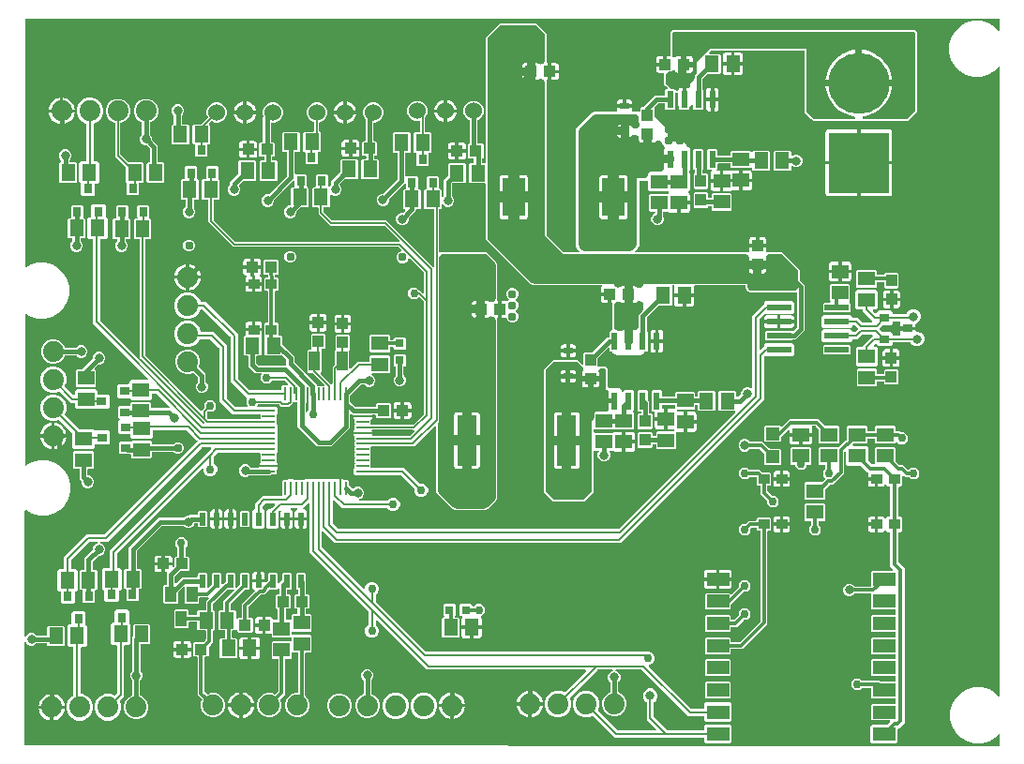
<source format=gbr>
G04 EAGLE Gerber RS-274X export*
G75*
%MOMM*%
%FSLAX34Y34*%
%LPD*%
%INTop Copper*%
%IPPOS*%
%AMOC8*
5,1,8,0,0,1.08239X$1,22.5*%
G01*
%ADD10R,5.516000X5.516000*%
%ADD11C,5.516000*%
%ADD12R,2.000000X1.200000*%
%ADD13R,1.500000X1.300000*%
%ADD14R,1.000000X0.900000*%
%ADD15R,1.200000X1.200000*%
%ADD16C,1.879600*%
%ADD17R,1.100000X1.000000*%
%ADD18R,1.300000X1.500000*%
%ADD19R,1.000000X1.100000*%
%ADD20R,0.254000X1.143000*%
%ADD21R,1.143000X0.254000*%
%ADD22R,0.800000X0.800000*%
%ADD23R,0.600000X1.200000*%
%ADD24R,2.209800X0.609600*%
%ADD25R,0.900000X0.800000*%
%ADD26R,1.000000X1.400000*%
%ADD27C,1.524000*%
%ADD28R,0.610000X1.600000*%
%ADD29R,1.000000X1.800000*%
%ADD30R,0.800000X0.900000*%
%ADD31R,0.830000X0.630000*%
%ADD32R,1.800000X4.600000*%
%ADD33R,2.000000X3.500000*%
%ADD34C,0.406400*%
%ADD35C,0.812800*%
%ADD36C,0.787400*%
%ADD37C,0.756400*%
%ADD38C,0.327659*%
%ADD39C,0.152400*%
%ADD40C,0.304800*%
%ADD41C,0.806400*%

G36*
X1036340Y-14884D02*
X1036340Y-14884D01*
X1036359Y-14886D01*
X1036460Y-14864D01*
X1036563Y-14848D01*
X1036580Y-14838D01*
X1036600Y-14834D01*
X1036689Y-14781D01*
X1036780Y-14733D01*
X1036794Y-14718D01*
X1036811Y-14708D01*
X1036878Y-14629D01*
X1036949Y-14554D01*
X1036950Y-14554D01*
X1036958Y-14536D01*
X1036971Y-14521D01*
X1037010Y-14425D01*
X1037053Y-14331D01*
X1037055Y-14311D01*
X1037063Y-14293D01*
X1037081Y-14126D01*
X1037081Y-4909D01*
X1037070Y-4839D01*
X1037068Y-4767D01*
X1037050Y-4718D01*
X1037042Y-4666D01*
X1037008Y-4603D01*
X1036983Y-4536D01*
X1036951Y-4495D01*
X1036926Y-4449D01*
X1036875Y-4400D01*
X1036830Y-4344D01*
X1036786Y-4316D01*
X1036748Y-4280D01*
X1036683Y-4250D01*
X1036623Y-4211D01*
X1036572Y-4198D01*
X1036525Y-4176D01*
X1036454Y-4168D01*
X1036384Y-4151D01*
X1036332Y-4155D01*
X1036281Y-4149D01*
X1036210Y-4164D01*
X1036139Y-4170D01*
X1036091Y-4190D01*
X1036040Y-4201D01*
X1035979Y-4238D01*
X1035913Y-4266D01*
X1035857Y-4311D01*
X1035829Y-4327D01*
X1035814Y-4345D01*
X1035782Y-4371D01*
X1032719Y-7434D01*
X1026982Y-10746D01*
X1020582Y-12461D01*
X1013958Y-12461D01*
X1007558Y-10746D01*
X1001821Y-7434D01*
X997136Y-2749D01*
X993824Y2988D01*
X992109Y9388D01*
X992109Y16012D01*
X993824Y22412D01*
X997136Y28149D01*
X1001821Y32834D01*
X1007558Y36146D01*
X1013958Y37861D01*
X1020582Y37861D01*
X1026982Y36146D01*
X1032719Y32834D01*
X1035782Y29771D01*
X1035840Y29729D01*
X1035892Y29680D01*
X1035939Y29658D01*
X1035981Y29627D01*
X1036050Y29606D01*
X1036115Y29576D01*
X1036167Y29570D01*
X1036217Y29555D01*
X1036288Y29557D01*
X1036359Y29549D01*
X1036410Y29560D01*
X1036462Y29561D01*
X1036530Y29586D01*
X1036600Y29601D01*
X1036644Y29628D01*
X1036693Y29646D01*
X1036749Y29691D01*
X1036811Y29727D01*
X1036845Y29767D01*
X1036885Y29800D01*
X1036924Y29860D01*
X1036971Y29914D01*
X1036990Y29963D01*
X1037018Y30006D01*
X1037036Y30076D01*
X1037063Y30143D01*
X1037071Y30214D01*
X1037079Y30245D01*
X1037077Y30268D01*
X1037081Y30309D01*
X1037081Y598104D01*
X1037070Y598175D01*
X1037068Y598247D01*
X1037050Y598296D01*
X1037042Y598347D01*
X1037008Y598410D01*
X1036983Y598478D01*
X1036951Y598519D01*
X1036926Y598565D01*
X1036875Y598614D01*
X1036830Y598670D01*
X1036786Y598698D01*
X1036748Y598734D01*
X1036683Y598764D01*
X1036623Y598803D01*
X1036572Y598816D01*
X1036525Y598838D01*
X1036454Y598845D01*
X1036384Y598863D01*
X1036332Y598859D01*
X1036281Y598865D01*
X1036210Y598849D01*
X1036139Y598844D01*
X1036091Y598823D01*
X1036040Y598812D01*
X1035979Y598776D01*
X1035913Y598748D01*
X1035857Y598703D01*
X1035829Y598686D01*
X1035814Y598668D01*
X1035782Y598643D01*
X1031614Y594475D01*
X1025876Y591162D01*
X1019477Y589447D01*
X1012852Y589447D01*
X1006453Y591162D01*
X1000715Y594475D01*
X996031Y599159D01*
X992718Y604896D01*
X991004Y611296D01*
X991004Y617921D01*
X992718Y624320D01*
X996031Y630057D01*
X1000715Y634742D01*
X1006453Y638054D01*
X1012852Y639769D01*
X1019477Y639769D01*
X1025876Y638054D01*
X1031614Y634742D01*
X1035782Y630574D01*
X1035840Y630532D01*
X1035892Y630482D01*
X1035939Y630460D01*
X1035981Y630430D01*
X1036050Y630409D01*
X1036115Y630379D01*
X1036167Y630373D01*
X1036217Y630358D01*
X1036288Y630360D01*
X1036359Y630352D01*
X1036410Y630363D01*
X1036462Y630364D01*
X1036530Y630389D01*
X1036600Y630404D01*
X1036644Y630431D01*
X1036693Y630449D01*
X1036749Y630493D01*
X1036811Y630530D01*
X1036845Y630570D01*
X1036885Y630602D01*
X1036924Y630663D01*
X1036971Y630717D01*
X1036990Y630765D01*
X1037018Y630809D01*
X1037036Y630879D01*
X1037063Y630945D01*
X1037071Y631017D01*
X1037079Y631048D01*
X1037077Y631071D01*
X1037081Y631112D01*
X1037081Y641350D01*
X1037078Y641370D01*
X1037080Y641389D01*
X1037058Y641491D01*
X1037042Y641593D01*
X1037032Y641610D01*
X1037028Y641630D01*
X1036975Y641719D01*
X1036926Y641810D01*
X1036912Y641824D01*
X1036902Y641841D01*
X1036823Y641908D01*
X1036748Y641980D01*
X1036730Y641988D01*
X1036715Y642001D01*
X1036619Y642040D01*
X1036525Y642083D01*
X1036505Y642085D01*
X1036487Y642093D01*
X1036320Y642111D01*
X158057Y642111D01*
X158038Y642108D01*
X158019Y642110D01*
X157917Y642088D01*
X157814Y642072D01*
X157797Y642063D01*
X157778Y642058D01*
X157688Y642005D01*
X157597Y641956D01*
X157583Y641943D01*
X157567Y641933D01*
X157499Y641854D01*
X157427Y641778D01*
X157419Y641761D01*
X157407Y641746D01*
X157368Y641650D01*
X157324Y641555D01*
X157321Y641536D01*
X157314Y641518D01*
X157295Y641351D01*
X156903Y418214D01*
X156918Y418119D01*
X156926Y418024D01*
X156937Y417998D01*
X156942Y417971D01*
X156987Y417886D01*
X157025Y417798D01*
X157044Y417778D01*
X157057Y417754D01*
X157126Y417687D01*
X157191Y417616D01*
X157215Y417603D01*
X157235Y417584D01*
X157322Y417543D01*
X157405Y417497D01*
X157433Y417492D01*
X157458Y417480D01*
X157553Y417469D01*
X157647Y417452D01*
X157675Y417455D01*
X157702Y417452D01*
X157796Y417473D01*
X157891Y417486D01*
X157923Y417500D01*
X157942Y417504D01*
X157971Y417521D01*
X158044Y417553D01*
X161738Y419686D01*
X168138Y421401D01*
X174762Y421401D01*
X181162Y419686D01*
X186899Y416374D01*
X191584Y411689D01*
X194896Y405952D01*
X196611Y399552D01*
X196611Y392928D01*
X194896Y386528D01*
X191584Y380791D01*
X186899Y376106D01*
X181162Y372794D01*
X174762Y371079D01*
X168138Y371079D01*
X161738Y372794D01*
X157967Y374971D01*
X157878Y375005D01*
X157793Y375045D01*
X157764Y375048D01*
X157737Y375058D01*
X157642Y375062D01*
X157548Y375072D01*
X157520Y375066D01*
X157491Y375067D01*
X157400Y375040D01*
X157308Y375020D01*
X157283Y375006D01*
X157255Y374997D01*
X157178Y374943D01*
X157097Y374895D01*
X157078Y374873D01*
X157054Y374856D01*
X156998Y374780D01*
X156936Y374708D01*
X156926Y374681D01*
X156908Y374658D01*
X156880Y374568D01*
X156844Y374480D01*
X156840Y374444D01*
X156833Y374424D01*
X156834Y374391D01*
X156825Y374313D01*
X156587Y239095D01*
X156602Y239000D01*
X156611Y238904D01*
X156622Y238879D01*
X156626Y238852D01*
X156671Y238767D01*
X156710Y238679D01*
X156728Y238659D01*
X156741Y238634D01*
X156811Y238568D01*
X156875Y238497D01*
X156899Y238484D01*
X156919Y238465D01*
X157006Y238424D01*
X157090Y238377D01*
X157117Y238372D01*
X157142Y238361D01*
X157237Y238350D01*
X157332Y238332D01*
X157359Y238336D01*
X157387Y238333D01*
X157480Y238353D01*
X157575Y238367D01*
X157607Y238381D01*
X157627Y238385D01*
X157655Y238402D01*
X157729Y238434D01*
X163087Y241527D01*
X169486Y243242D01*
X176111Y243242D01*
X182510Y241527D01*
X188247Y238215D01*
X192932Y233530D01*
X196244Y227793D01*
X197959Y221394D01*
X197959Y214769D01*
X196244Y208370D01*
X192932Y202632D01*
X188247Y197948D01*
X182510Y194635D01*
X176111Y192921D01*
X169486Y192921D01*
X163087Y194635D01*
X157655Y197771D01*
X157566Y197805D01*
X157481Y197845D01*
X157452Y197848D01*
X157425Y197858D01*
X157330Y197862D01*
X157236Y197872D01*
X157208Y197866D01*
X157179Y197867D01*
X157088Y197840D01*
X156996Y197820D01*
X156971Y197806D01*
X156943Y197797D01*
X156866Y197743D01*
X156785Y197695D01*
X156766Y197673D01*
X156742Y197656D01*
X156686Y197580D01*
X156624Y197508D01*
X156614Y197481D01*
X156596Y197458D01*
X156568Y197368D01*
X156532Y197280D01*
X156528Y197244D01*
X156521Y197224D01*
X156522Y197191D01*
X156513Y197113D01*
X156315Y84636D01*
X156331Y84539D01*
X156340Y84442D01*
X156350Y84418D01*
X156354Y84393D01*
X156400Y84307D01*
X156440Y84217D01*
X156457Y84198D01*
X156469Y84176D01*
X156540Y84108D01*
X156607Y84036D01*
X156629Y84024D01*
X156647Y84006D01*
X156736Y83965D01*
X156822Y83917D01*
X156847Y83913D01*
X156870Y83902D01*
X156967Y83891D01*
X157064Y83874D01*
X157089Y83877D01*
X157115Y83874D01*
X157210Y83895D01*
X157307Y83909D01*
X157330Y83921D01*
X157355Y83926D01*
X157439Y83976D01*
X157527Y84021D01*
X157544Y84039D01*
X157566Y84052D01*
X157630Y84127D01*
X157699Y84197D01*
X157714Y84224D01*
X157727Y84239D01*
X157739Y84269D01*
X157780Y84343D01*
X157822Y84446D01*
X159394Y86018D01*
X161448Y86869D01*
X163672Y86869D01*
X165726Y86018D01*
X166684Y85060D01*
X166758Y85007D01*
X166827Y84947D01*
X166858Y84935D01*
X166884Y84916D01*
X166971Y84889D01*
X167056Y84855D01*
X167096Y84851D01*
X167119Y84844D01*
X167151Y84845D01*
X167222Y84837D01*
X176036Y84837D01*
X176056Y84840D01*
X176075Y84838D01*
X176177Y84860D01*
X176279Y84876D01*
X176296Y84886D01*
X176316Y84890D01*
X176405Y84943D01*
X176496Y84992D01*
X176510Y85006D01*
X176527Y85016D01*
X176594Y85095D01*
X176665Y85170D01*
X176674Y85188D01*
X176687Y85203D01*
X176726Y85299D01*
X176769Y85393D01*
X176771Y85413D01*
X176779Y85431D01*
X176797Y85598D01*
X176797Y92511D01*
X177690Y93404D01*
X191953Y93404D01*
X192847Y92511D01*
X192847Y76248D01*
X191953Y75354D01*
X177690Y75354D01*
X176797Y76248D01*
X176797Y76962D01*
X176794Y76982D01*
X176796Y77001D01*
X176774Y77103D01*
X176757Y77205D01*
X176748Y77222D01*
X176744Y77242D01*
X176691Y77331D01*
X176642Y77422D01*
X176628Y77436D01*
X176618Y77453D01*
X176539Y77520D01*
X176464Y77592D01*
X176446Y77600D01*
X176431Y77613D01*
X176335Y77652D01*
X176241Y77695D01*
X176221Y77697D01*
X176203Y77705D01*
X176036Y77723D01*
X167222Y77723D01*
X167132Y77709D01*
X167041Y77701D01*
X167011Y77689D01*
X166980Y77684D01*
X166899Y77641D01*
X166815Y77605D01*
X166783Y77579D01*
X166762Y77568D01*
X166740Y77545D01*
X166684Y77500D01*
X165726Y76542D01*
X163672Y75691D01*
X161448Y75691D01*
X159394Y76542D01*
X157822Y78114D01*
X157768Y78245D01*
X157717Y78327D01*
X157672Y78413D01*
X157653Y78431D01*
X157638Y78454D01*
X157564Y78516D01*
X157494Y78582D01*
X157470Y78594D01*
X157449Y78611D01*
X157358Y78646D01*
X157271Y78686D01*
X157244Y78689D01*
X157219Y78699D01*
X157122Y78703D01*
X157027Y78714D01*
X157000Y78708D01*
X156973Y78709D01*
X156880Y78682D01*
X156786Y78662D01*
X156763Y78648D01*
X156737Y78641D01*
X156658Y78586D01*
X156575Y78536D01*
X156557Y78516D01*
X156535Y78501D01*
X156477Y78423D01*
X156415Y78350D01*
X156404Y78325D01*
X156388Y78303D01*
X156358Y78211D01*
X156322Y78122D01*
X156318Y78088D01*
X156312Y78069D01*
X156313Y78036D01*
X156303Y77955D01*
X156142Y-13977D01*
X156145Y-13998D01*
X156143Y-14018D01*
X156164Y-14118D01*
X156181Y-14220D01*
X156190Y-14238D01*
X156195Y-14258D01*
X156248Y-14347D01*
X156296Y-14438D01*
X156310Y-14452D01*
X156321Y-14470D01*
X156399Y-14537D01*
X156474Y-14607D01*
X156492Y-14616D01*
X156508Y-14630D01*
X156604Y-14668D01*
X156696Y-14711D01*
X156717Y-14714D01*
X156736Y-14721D01*
X156903Y-14740D01*
X1036320Y-14887D01*
X1036340Y-14884D01*
G37*
%LPC*%
G36*
X633527Y205993D02*
X633527Y205993D01*
X625093Y214427D01*
X625093Y325323D01*
X633527Y333757D01*
X655523Y333757D01*
X659502Y329778D01*
X659560Y329736D01*
X659612Y329687D01*
X659660Y329665D01*
X659702Y329634D01*
X659770Y329613D01*
X659835Y329583D01*
X659887Y329577D01*
X659937Y329562D01*
X660009Y329564D01*
X660080Y329556D01*
X660131Y329567D01*
X660183Y329568D01*
X660250Y329593D01*
X660320Y329608D01*
X660365Y329635D01*
X660414Y329653D01*
X660470Y329698D01*
X660531Y329734D01*
X660565Y329774D01*
X660606Y329807D01*
X660645Y329867D01*
X660691Y329921D01*
X660711Y329970D01*
X660739Y330013D01*
X660756Y330083D01*
X660783Y330149D01*
X660791Y330221D01*
X660799Y330252D01*
X660797Y330275D01*
X660802Y330316D01*
X660802Y339840D01*
X661695Y340733D01*
X669006Y340733D01*
X669096Y340748D01*
X669187Y340755D01*
X669217Y340768D01*
X669249Y340773D01*
X669329Y340816D01*
X669413Y340851D01*
X669445Y340877D01*
X669466Y340888D01*
X669488Y340911D01*
X669544Y340956D01*
X682710Y354122D01*
X683602Y354122D01*
X683622Y354126D01*
X683641Y354123D01*
X683743Y354145D01*
X683845Y354162D01*
X683862Y354171D01*
X683882Y354176D01*
X683971Y354229D01*
X684062Y354277D01*
X684076Y354292D01*
X684093Y354302D01*
X684160Y354381D01*
X684231Y354456D01*
X684240Y354474D01*
X684253Y354489D01*
X684292Y354585D01*
X684335Y354679D01*
X684337Y354698D01*
X684345Y354717D01*
X684363Y354884D01*
X684363Y359197D01*
X685256Y360090D01*
X686054Y360090D01*
X686074Y360094D01*
X686093Y360091D01*
X686195Y360113D01*
X686297Y360130D01*
X686314Y360139D01*
X686334Y360144D01*
X686423Y360197D01*
X686514Y360245D01*
X686528Y360260D01*
X686545Y360270D01*
X686612Y360349D01*
X686684Y360424D01*
X686692Y360442D01*
X686705Y360457D01*
X686744Y360553D01*
X686787Y360647D01*
X686789Y360666D01*
X686797Y360685D01*
X686815Y360852D01*
X686815Y384427D01*
X686812Y384447D01*
X686814Y384467D01*
X686792Y384568D01*
X686776Y384670D01*
X686766Y384688D01*
X686762Y384707D01*
X686709Y384796D01*
X686660Y384888D01*
X686646Y384901D01*
X686636Y384918D01*
X686557Y384986D01*
X686482Y385057D01*
X686464Y385065D01*
X686449Y385078D01*
X686353Y385117D01*
X686259Y385161D01*
X686239Y385163D01*
X686221Y385170D01*
X686054Y385189D01*
X685982Y385189D01*
X685982Y391967D01*
X685979Y391987D01*
X685981Y392007D01*
X685959Y392108D01*
X685943Y392210D01*
X685933Y392228D01*
X685929Y392247D01*
X685876Y392336D01*
X685828Y392427D01*
X685813Y392441D01*
X685803Y392458D01*
X685724Y392526D01*
X685649Y392597D01*
X685631Y392605D01*
X685616Y392618D01*
X685520Y392657D01*
X685426Y392700D01*
X685406Y392703D01*
X685388Y392710D01*
X685221Y392729D01*
X684458Y392729D01*
X684458Y393491D01*
X684455Y393511D01*
X684457Y393531D01*
X684435Y393632D01*
X684419Y393734D01*
X684409Y393752D01*
X684405Y393771D01*
X684352Y393860D01*
X684304Y393951D01*
X684289Y393965D01*
X684279Y393982D01*
X684200Y394050D01*
X684125Y394121D01*
X684107Y394129D01*
X684092Y394142D01*
X683996Y394181D01*
X683902Y394224D01*
X683882Y394227D01*
X683864Y394234D01*
X683697Y394253D01*
X676419Y394253D01*
X676419Y398064D01*
X676592Y398710D01*
X676926Y399289D01*
X677402Y399766D01*
X677444Y399824D01*
X677494Y399876D01*
X677516Y399923D01*
X677546Y399965D01*
X677567Y400034D01*
X677597Y400099D01*
X677603Y400151D01*
X677618Y400201D01*
X677617Y400272D01*
X677624Y400343D01*
X677613Y400394D01*
X677612Y400446D01*
X677587Y400514D01*
X677572Y400584D01*
X677545Y400629D01*
X677528Y400677D01*
X677483Y400733D01*
X677446Y400795D01*
X677406Y400829D01*
X677374Y400869D01*
X677314Y400908D01*
X677259Y400955D01*
X677211Y400974D01*
X677167Y401002D01*
X677098Y401020D01*
X677031Y401047D01*
X676960Y401055D01*
X676928Y401063D01*
X676905Y401061D01*
X676864Y401065D01*
X614889Y401065D01*
X612928Y401877D01*
X574935Y439870D01*
X573327Y441478D01*
X572515Y443439D01*
X572515Y492534D01*
X572512Y492554D01*
X572514Y492573D01*
X572492Y492675D01*
X572476Y492777D01*
X572466Y492794D01*
X572462Y492814D01*
X572409Y492903D01*
X572360Y492994D01*
X572346Y493008D01*
X572336Y493025D01*
X572257Y493092D01*
X572182Y493164D01*
X572164Y493172D01*
X572149Y493185D01*
X572053Y493224D01*
X571959Y493267D01*
X571939Y493269D01*
X571921Y493277D01*
X571754Y493295D01*
X558385Y493295D01*
X557492Y494188D01*
X557492Y510452D01*
X558385Y511345D01*
X561199Y511345D01*
X561219Y511348D01*
X561238Y511346D01*
X561340Y511368D01*
X561442Y511384D01*
X561459Y511394D01*
X561479Y511398D01*
X561568Y511451D01*
X561659Y511500D01*
X561673Y511514D01*
X561690Y511524D01*
X561757Y511603D01*
X561828Y511678D01*
X561837Y511696D01*
X561850Y511711D01*
X561889Y511807D01*
X561932Y511901D01*
X561934Y511921D01*
X561942Y511939D01*
X561960Y512106D01*
X561960Y515138D01*
X561957Y515158D01*
X561959Y515178D01*
X561937Y515279D01*
X561920Y515381D01*
X561911Y515398D01*
X561907Y515418D01*
X561854Y515507D01*
X561805Y515598D01*
X561791Y515612D01*
X561781Y515629D01*
X561702Y515696D01*
X561627Y515768D01*
X561609Y515776D01*
X561594Y515789D01*
X561498Y515828D01*
X561404Y515871D01*
X561384Y515873D01*
X561366Y515881D01*
X561199Y515899D01*
X557494Y515899D01*
X556601Y516793D01*
X556601Y528056D01*
X557521Y528975D01*
X557601Y528989D01*
X557619Y528998D01*
X557638Y529002D01*
X557727Y529055D01*
X557819Y529104D01*
X557832Y529118D01*
X557850Y529128D01*
X557917Y529207D01*
X557988Y529282D01*
X557996Y529300D01*
X558009Y529315D01*
X558048Y529411D01*
X558092Y529505D01*
X558094Y529525D01*
X558101Y529543D01*
X558120Y529710D01*
X558120Y549571D01*
X558101Y549685D01*
X558084Y549801D01*
X558081Y549807D01*
X558080Y549813D01*
X558026Y549916D01*
X557972Y550021D01*
X557968Y550025D01*
X557965Y550031D01*
X557881Y550111D01*
X557797Y550193D01*
X557790Y550197D01*
X557787Y550200D01*
X557770Y550208D01*
X557650Y550274D01*
X556496Y550752D01*
X553924Y553324D01*
X552532Y556685D01*
X552532Y560323D01*
X553924Y563684D01*
X556496Y566257D01*
X559858Y567649D01*
X563496Y567649D01*
X566857Y566257D01*
X569429Y563684D01*
X570821Y560323D01*
X570821Y556685D01*
X569429Y553324D01*
X566857Y550752D01*
X565703Y550274D01*
X565603Y550212D01*
X565504Y550152D01*
X565500Y550148D01*
X565494Y550144D01*
X565419Y550054D01*
X565344Y549965D01*
X565341Y549960D01*
X565337Y549955D01*
X565296Y549846D01*
X565252Y549737D01*
X565251Y549730D01*
X565249Y549725D01*
X565248Y549707D01*
X565233Y549571D01*
X565233Y529710D01*
X565237Y529690D01*
X565234Y529671D01*
X565256Y529569D01*
X565273Y529467D01*
X565282Y529450D01*
X565287Y529430D01*
X565340Y529341D01*
X565388Y529250D01*
X565403Y529236D01*
X565413Y529219D01*
X565491Y529152D01*
X565566Y529081D01*
X565585Y529072D01*
X565600Y529059D01*
X565696Y529020D01*
X565790Y528977D01*
X565809Y528975D01*
X565828Y528967D01*
X565995Y528949D01*
X569758Y528949D01*
X570651Y528056D01*
X570651Y516793D01*
X569746Y515888D01*
X569694Y515876D01*
X569592Y515860D01*
X569575Y515850D01*
X569555Y515846D01*
X569466Y515793D01*
X569375Y515745D01*
X569361Y515730D01*
X569344Y515720D01*
X569277Y515641D01*
X569205Y515566D01*
X569197Y515548D01*
X569184Y515533D01*
X569145Y515437D01*
X569102Y515343D01*
X569100Y515323D01*
X569092Y515305D01*
X569074Y515138D01*
X569074Y512106D01*
X569077Y512086D01*
X569075Y512067D01*
X569097Y511965D01*
X569113Y511863D01*
X569123Y511846D01*
X569127Y511826D01*
X569180Y511737D01*
X569228Y511646D01*
X569243Y511632D01*
X569253Y511615D01*
X569332Y511548D01*
X569407Y511476D01*
X569425Y511468D01*
X569440Y511455D01*
X569536Y511416D01*
X569630Y511373D01*
X569650Y511371D01*
X569668Y511363D01*
X569835Y511345D01*
X571754Y511345D01*
X571774Y511348D01*
X571793Y511346D01*
X571895Y511368D01*
X571997Y511384D01*
X572014Y511394D01*
X572034Y511398D01*
X572123Y511451D01*
X572214Y511500D01*
X572228Y511514D01*
X572245Y511524D01*
X572312Y511603D01*
X572384Y511678D01*
X572392Y511696D01*
X572405Y511711D01*
X572444Y511807D01*
X572487Y511901D01*
X572489Y511921D01*
X572497Y511939D01*
X572515Y512106D01*
X572515Y623547D01*
X573327Y625508D01*
X584480Y636660D01*
X586440Y637472D01*
X617417Y637472D01*
X619378Y636660D01*
X626823Y629215D01*
X627635Y627254D01*
X627635Y602389D01*
X627638Y602369D01*
X627636Y602349D01*
X627658Y602248D01*
X627674Y602146D01*
X627684Y602128D01*
X627688Y602109D01*
X627741Y602020D01*
X627790Y601928D01*
X627804Y601915D01*
X627814Y601898D01*
X627893Y601830D01*
X627968Y601759D01*
X627986Y601751D01*
X628001Y601738D01*
X628097Y601699D01*
X628191Y601655D01*
X628211Y601653D01*
X628229Y601646D01*
X628396Y601627D01*
X628938Y601627D01*
X628938Y594849D01*
X628940Y594839D01*
X628939Y594835D01*
X628941Y594826D01*
X628939Y594809D01*
X628961Y594708D01*
X628978Y594606D01*
X628987Y594588D01*
X628992Y594569D01*
X629045Y594480D01*
X629093Y594389D01*
X629108Y594375D01*
X629118Y594358D01*
X629197Y594290D01*
X629272Y594219D01*
X629290Y594211D01*
X629305Y594198D01*
X629401Y594159D01*
X629495Y594116D01*
X629514Y594113D01*
X629533Y594106D01*
X629700Y594087D01*
X630462Y594087D01*
X630462Y594086D01*
X629700Y594086D01*
X629680Y594082D01*
X629660Y594085D01*
X629559Y594063D01*
X629457Y594046D01*
X629439Y594037D01*
X629420Y594032D01*
X629331Y593979D01*
X629239Y593931D01*
X629226Y593916D01*
X629209Y593906D01*
X629141Y593827D01*
X629070Y593752D01*
X629062Y593734D01*
X629049Y593719D01*
X629010Y593623D01*
X628966Y593529D01*
X628964Y593510D01*
X628957Y593491D01*
X628938Y593324D01*
X628938Y586546D01*
X628396Y586546D01*
X628376Y586543D01*
X628357Y586545D01*
X628255Y586523D01*
X628153Y586506D01*
X628136Y586497D01*
X628116Y586493D01*
X628027Y586439D01*
X627936Y586391D01*
X627922Y586377D01*
X627905Y586366D01*
X627838Y586288D01*
X627766Y586213D01*
X627758Y586195D01*
X627745Y586179D01*
X627706Y586083D01*
X627663Y585990D01*
X627661Y585970D01*
X627653Y585951D01*
X627635Y585785D01*
X627635Y447025D01*
X627649Y446935D01*
X627657Y446844D01*
X627669Y446814D01*
X627674Y446782D01*
X627717Y446702D01*
X627753Y446618D01*
X627779Y446586D01*
X627790Y446565D01*
X627813Y446543D01*
X627858Y446487D01*
X643337Y431008D01*
X643411Y430955D01*
X643480Y430895D01*
X643510Y430883D01*
X643537Y430864D01*
X643623Y430837D01*
X643708Y430803D01*
X643749Y430799D01*
X643772Y430792D01*
X643804Y430793D01*
X643875Y430785D01*
X656946Y430785D01*
X657017Y430796D01*
X657089Y430798D01*
X657138Y430816D01*
X657189Y430824D01*
X657252Y430858D01*
X657320Y430883D01*
X657360Y430915D01*
X657406Y430940D01*
X657456Y430992D01*
X657512Y431036D01*
X657540Y431080D01*
X657576Y431118D01*
X657606Y431183D01*
X657645Y431243D01*
X657657Y431294D01*
X657679Y431341D01*
X657687Y431412D01*
X657705Y431482D01*
X657701Y431534D01*
X657706Y431585D01*
X657691Y431656D01*
X657686Y431727D01*
X657665Y431775D01*
X657654Y431826D01*
X657617Y431887D01*
X657589Y431953D01*
X657544Y432009D01*
X657528Y432037D01*
X657510Y432052D01*
X657484Y432084D01*
X656910Y432659D01*
X655016Y434553D01*
X654049Y436887D01*
X654049Y541013D01*
X655016Y543347D01*
X668634Y556965D01*
X670968Y557932D01*
X690916Y557932D01*
X691010Y557947D01*
X691105Y557956D01*
X691131Y557967D01*
X691159Y557972D01*
X691243Y558016D01*
X691331Y558054D01*
X691351Y558073D01*
X691376Y558087D01*
X691442Y558156D01*
X691513Y558220D01*
X691526Y558245D01*
X691546Y558265D01*
X691586Y558351D01*
X691632Y558435D01*
X691637Y558462D01*
X691649Y558488D01*
X691660Y558583D01*
X691677Y558677D01*
X691673Y558704D01*
X691676Y558733D01*
X691656Y558826D01*
X691643Y558920D01*
X691629Y558953D01*
X691624Y558973D01*
X691607Y559001D01*
X691575Y559074D01*
X691538Y559138D01*
X691365Y559784D01*
X691365Y561746D01*
X697294Y561746D01*
X697313Y561749D01*
X697333Y561747D01*
X697434Y561769D01*
X697536Y561786D01*
X697554Y561795D01*
X697573Y561799D01*
X697662Y561852D01*
X697754Y561901D01*
X697767Y561915D01*
X697784Y561925D01*
X697852Y562004D01*
X697923Y562079D01*
X697931Y562097D01*
X697944Y562112D01*
X697983Y562208D01*
X698027Y562302D01*
X698029Y562322D01*
X698036Y562340D01*
X698055Y562507D01*
X698055Y563270D01*
X698057Y563270D01*
X698057Y562507D01*
X698060Y562487D01*
X698058Y562468D01*
X698080Y562366D01*
X698096Y562264D01*
X698106Y562247D01*
X698110Y562227D01*
X698163Y562138D01*
X698211Y562047D01*
X698226Y562033D01*
X698236Y562016D01*
X698315Y561949D01*
X698390Y561878D01*
X698408Y561869D01*
X698423Y561856D01*
X698519Y561817D01*
X698613Y561774D01*
X698633Y561772D01*
X698651Y561764D01*
X698818Y561746D01*
X704746Y561746D01*
X704746Y559784D01*
X704573Y559138D01*
X704536Y559074D01*
X704502Y558985D01*
X704462Y558898D01*
X704459Y558870D01*
X704449Y558844D01*
X704445Y558748D01*
X704435Y558654D01*
X704441Y558626D01*
X704440Y558598D01*
X704467Y558506D01*
X704487Y558413D01*
X704502Y558389D01*
X704510Y558362D01*
X704564Y558284D01*
X704613Y558202D01*
X704635Y558184D01*
X704651Y558161D01*
X704728Y558104D01*
X704800Y558042D01*
X704827Y558032D01*
X704849Y558015D01*
X704940Y557986D01*
X705028Y557950D01*
X705064Y557946D01*
X705083Y557940D01*
X705116Y557941D01*
X705195Y557932D01*
X711314Y557932D01*
X711334Y557935D01*
X711354Y557933D01*
X711455Y557955D01*
X711557Y557972D01*
X711575Y557981D01*
X711594Y557985D01*
X711683Y558038D01*
X711774Y558087D01*
X711788Y558101D01*
X711805Y558111D01*
X711873Y558190D01*
X711944Y558265D01*
X711952Y558283D01*
X711965Y558298D01*
X712004Y558394D01*
X712047Y558488D01*
X712050Y558508D01*
X712057Y558526D01*
X712076Y558693D01*
X712076Y560959D01*
X712969Y561852D01*
X714353Y561852D01*
X714443Y561866D01*
X714534Y561874D01*
X714563Y561886D01*
X714595Y561891D01*
X714676Y561934D01*
X714760Y561970D01*
X714792Y561996D01*
X714813Y562007D01*
X714835Y562030D01*
X714891Y562075D01*
X725254Y572438D01*
X733990Y572438D01*
X734010Y572441D01*
X734030Y572439D01*
X734131Y572461D01*
X734233Y572477D01*
X734251Y572487D01*
X734270Y572491D01*
X734359Y572544D01*
X734450Y572593D01*
X734464Y572607D01*
X734481Y572617D01*
X734549Y572696D01*
X734620Y572771D01*
X734628Y572789D01*
X734641Y572804D01*
X734680Y572900D01*
X734723Y572994D01*
X734726Y573014D01*
X734733Y573032D01*
X734752Y573199D01*
X734752Y577513D01*
X735645Y578406D01*
X736245Y578406D01*
X736316Y578417D01*
X736387Y578419D01*
X736436Y578437D01*
X736488Y578445D01*
X736551Y578479D01*
X736618Y578504D01*
X736659Y578536D01*
X736705Y578561D01*
X736754Y578612D01*
X736810Y578657D01*
X736839Y578701D01*
X736874Y578739D01*
X736905Y578804D01*
X736943Y578864D01*
X736956Y578915D01*
X736978Y578962D01*
X736986Y579033D01*
X737003Y579103D01*
X736999Y579155D01*
X737005Y579206D01*
X736990Y579277D01*
X736984Y579348D01*
X736964Y579396D01*
X736953Y579447D01*
X736916Y579508D01*
X736888Y579574D01*
X736843Y579630D01*
X736827Y579658D01*
X736809Y579673D01*
X736783Y579705D01*
X735560Y580928D01*
X733551Y582937D01*
X733551Y591858D01*
X733579Y591896D01*
X733600Y591965D01*
X733630Y592030D01*
X733636Y592082D01*
X733651Y592131D01*
X733649Y592203D01*
X733657Y592274D01*
X733646Y592325D01*
X733645Y592377D01*
X733620Y592445D01*
X733605Y592515D01*
X733578Y592559D01*
X733560Y592608D01*
X733515Y592664D01*
X733479Y592726D01*
X733439Y592760D01*
X733407Y592800D01*
X733346Y592839D01*
X733292Y592886D01*
X733243Y592905D01*
X733200Y592933D01*
X733130Y592951D01*
X733063Y592978D01*
X732992Y592986D01*
X732961Y592993D01*
X732938Y592992D01*
X732897Y592996D01*
X728730Y592996D01*
X728083Y593169D01*
X727504Y593504D01*
X727031Y593977D01*
X726696Y594556D01*
X726523Y595202D01*
X726523Y599014D01*
X733802Y599014D01*
X733822Y599017D01*
X733841Y599015D01*
X733943Y599037D01*
X734045Y599053D01*
X734062Y599063D01*
X734082Y599067D01*
X734171Y599120D01*
X734262Y599168D01*
X734276Y599183D01*
X734293Y599193D01*
X734360Y599272D01*
X734431Y599347D01*
X734440Y599365D01*
X734453Y599380D01*
X734492Y599476D01*
X734535Y599570D01*
X734537Y599590D01*
X734545Y599608D01*
X734563Y599775D01*
X734563Y600538D01*
X735326Y600538D01*
X735346Y600541D01*
X735365Y600539D01*
X735467Y600561D01*
X735569Y600577D01*
X735586Y600587D01*
X735606Y600591D01*
X735695Y600644D01*
X735786Y600693D01*
X735800Y600707D01*
X735817Y600717D01*
X735884Y600796D01*
X735955Y600871D01*
X735964Y600889D01*
X735977Y600904D01*
X736016Y601000D01*
X736059Y601094D01*
X736061Y601114D01*
X736069Y601132D01*
X736087Y601299D01*
X736087Y608078D01*
X739140Y608078D01*
X739160Y608081D01*
X739179Y608079D01*
X739281Y608101D01*
X739383Y608117D01*
X739400Y608127D01*
X739420Y608131D01*
X739509Y608184D01*
X739600Y608232D01*
X739614Y608247D01*
X739631Y608257D01*
X739698Y608336D01*
X739770Y608411D01*
X739778Y608429D01*
X739791Y608444D01*
X739830Y608540D01*
X739873Y608634D01*
X739875Y608654D01*
X739883Y608672D01*
X739901Y608839D01*
X739901Y629913D01*
X741687Y631699D01*
X960113Y631699D01*
X961899Y629913D01*
X961899Y557537D01*
X953763Y549401D01*
X868687Y549401D01*
X866678Y551410D01*
X862560Y555528D01*
X860551Y557537D01*
X860551Y612140D01*
X860548Y612160D01*
X860550Y612179D01*
X860528Y612281D01*
X860512Y612383D01*
X860502Y612400D01*
X860498Y612420D01*
X860445Y612509D01*
X860396Y612600D01*
X860382Y612614D01*
X860372Y612631D01*
X860293Y612698D01*
X860218Y612770D01*
X860200Y612778D01*
X860185Y612791D01*
X860089Y612830D01*
X859995Y612873D01*
X859975Y612875D01*
X859957Y612883D01*
X859790Y612901D01*
X776278Y612901D01*
X776188Y612887D01*
X776097Y612879D01*
X776067Y612867D01*
X776035Y612862D01*
X775955Y612819D01*
X775871Y612783D01*
X775839Y612757D01*
X775818Y612746D01*
X775796Y612723D01*
X775740Y612678D01*
X774367Y611306D01*
X774325Y611248D01*
X774276Y611196D01*
X774254Y611148D01*
X774224Y611106D01*
X774203Y611038D01*
X774172Y610972D01*
X774167Y610921D01*
X774151Y610871D01*
X774153Y610799D01*
X774145Y610728D01*
X774156Y610677D01*
X774158Y610625D01*
X774182Y610558D01*
X774198Y610488D01*
X774224Y610443D01*
X774242Y610394D01*
X774287Y610338D01*
X774324Y610277D01*
X774363Y610243D01*
X774396Y610202D01*
X774456Y610163D01*
X774511Y610117D01*
X774559Y610097D01*
X774603Y610069D01*
X774672Y610052D01*
X774739Y610025D01*
X774810Y610017D01*
X774841Y610009D01*
X774865Y610011D01*
X774906Y610006D01*
X783928Y610006D01*
X784821Y609113D01*
X784821Y592850D01*
X783928Y591957D01*
X773117Y591957D01*
X773027Y591942D01*
X772936Y591935D01*
X772906Y591922D01*
X772874Y591917D01*
X772794Y591874D01*
X772710Y591839D01*
X772678Y591813D01*
X772657Y591802D01*
X772635Y591779D01*
X772579Y591734D01*
X768506Y587661D01*
X768453Y587587D01*
X768393Y587518D01*
X768381Y587488D01*
X768363Y587461D01*
X768336Y587374D01*
X768302Y587290D01*
X768297Y587249D01*
X768290Y587226D01*
X768291Y587194D01*
X768283Y587123D01*
X768283Y578846D01*
X768298Y578756D01*
X768305Y578665D01*
X768318Y578635D01*
X768323Y578603D01*
X768366Y578522D01*
X768401Y578439D01*
X768427Y578406D01*
X768438Y578386D01*
X768461Y578364D01*
X768506Y578308D01*
X769301Y577513D01*
X769301Y560249D01*
X768408Y559356D01*
X761045Y559356D01*
X760152Y560249D01*
X760152Y563502D01*
X760140Y563573D01*
X760138Y563645D01*
X760120Y563694D01*
X760112Y563745D01*
X760078Y563808D01*
X760054Y563876D01*
X760021Y563916D01*
X759997Y563962D01*
X759945Y564012D01*
X759900Y564068D01*
X759856Y564096D01*
X759818Y564132D01*
X759753Y564162D01*
X759693Y564201D01*
X759643Y564213D01*
X759595Y564235D01*
X759524Y564243D01*
X759455Y564261D01*
X759403Y564257D01*
X759351Y564262D01*
X759281Y564247D01*
X759209Y564242D01*
X759162Y564221D01*
X759111Y564210D01*
X759049Y564173D01*
X758983Y564145D01*
X758927Y564101D01*
X758899Y564084D01*
X758884Y564066D01*
X758852Y564041D01*
X756824Y562012D01*
X756771Y561938D01*
X756711Y561869D01*
X756699Y561839D01*
X756680Y561813D01*
X756654Y561726D01*
X756620Y561641D01*
X756615Y561600D01*
X756608Y561578D01*
X756609Y561545D01*
X756601Y561474D01*
X756601Y560249D01*
X755708Y559356D01*
X748345Y559356D01*
X747452Y560249D01*
X747452Y562371D01*
X747437Y562461D01*
X747430Y562552D01*
X747417Y562582D01*
X747412Y562614D01*
X747369Y562695D01*
X747333Y562779D01*
X747308Y562811D01*
X747297Y562832D01*
X747273Y562854D01*
X747229Y562910D01*
X746251Y563887D01*
X746251Y574040D01*
X746248Y574060D01*
X746250Y574079D01*
X746228Y574181D01*
X746212Y574283D01*
X746202Y574300D01*
X746198Y574320D01*
X746145Y574409D01*
X746096Y574500D01*
X746082Y574514D01*
X746072Y574531D01*
X745993Y574598D01*
X745918Y574670D01*
X745900Y574678D01*
X745885Y574691D01*
X745789Y574730D01*
X745695Y574773D01*
X745675Y574775D01*
X745657Y574783D01*
X745490Y574801D01*
X744662Y574801D01*
X744643Y574798D01*
X744623Y574800D01*
X744522Y574778D01*
X744420Y574762D01*
X744402Y574752D01*
X744383Y574748D01*
X744293Y574695D01*
X744202Y574646D01*
X744189Y574632D01*
X744171Y574622D01*
X744104Y574543D01*
X744033Y574468D01*
X744024Y574450D01*
X744011Y574435D01*
X743973Y574339D01*
X743929Y574245D01*
X743927Y574225D01*
X743920Y574207D01*
X743901Y574040D01*
X743901Y560249D01*
X743008Y559356D01*
X735645Y559356D01*
X734752Y560249D01*
X734752Y564563D01*
X734748Y564583D01*
X734751Y564602D01*
X734729Y564704D01*
X734712Y564806D01*
X734703Y564823D01*
X734698Y564843D01*
X734645Y564932D01*
X734597Y565023D01*
X734582Y565037D01*
X734572Y565054D01*
X734493Y565121D01*
X734418Y565192D01*
X734400Y565201D01*
X734385Y565214D01*
X734289Y565253D01*
X734195Y565296D01*
X734176Y565298D01*
X734157Y565306D01*
X733990Y565324D01*
X728516Y565324D01*
X728426Y565309D01*
X728335Y565302D01*
X728305Y565290D01*
X728273Y565284D01*
X728193Y565242D01*
X728109Y565206D01*
X728076Y565180D01*
X728056Y565169D01*
X728034Y565146D01*
X727978Y565101D01*
X725018Y562142D01*
X725007Y562126D01*
X724991Y562113D01*
X724935Y562026D01*
X724875Y561942D01*
X724869Y561923D01*
X724858Y561906D01*
X724833Y561806D01*
X724802Y561707D01*
X724803Y561687D01*
X724798Y561668D01*
X724806Y561565D01*
X724809Y561461D01*
X724816Y561442D01*
X724817Y561423D01*
X724858Y561328D01*
X724893Y561230D01*
X724906Y561215D01*
X724913Y561196D01*
X725018Y561065D01*
X725125Y560959D01*
X725125Y554172D01*
X725140Y554081D01*
X725147Y553991D01*
X725160Y553961D01*
X725165Y553929D01*
X725208Y553848D01*
X725243Y553764D01*
X725269Y553732D01*
X725280Y553711D01*
X725303Y553689D01*
X725348Y553633D01*
X733740Y545241D01*
X735634Y543347D01*
X736601Y541013D01*
X736601Y531622D01*
X736604Y531602D01*
X736602Y531583D01*
X736624Y531481D01*
X736640Y531379D01*
X736650Y531362D01*
X736654Y531342D01*
X736707Y531253D01*
X736756Y531162D01*
X736770Y531148D01*
X736780Y531131D01*
X736859Y531064D01*
X736934Y530992D01*
X736952Y530984D01*
X736967Y530971D01*
X737063Y530932D01*
X737157Y530889D01*
X737177Y530887D01*
X737195Y530879D01*
X737362Y530861D01*
X749712Y530861D01*
X752046Y529894D01*
X753833Y528107D01*
X754750Y525892D01*
X754812Y525792D01*
X754872Y525692D01*
X754877Y525688D01*
X754880Y525683D01*
X754971Y525608D01*
X755059Y525532D01*
X755065Y525530D01*
X755069Y525526D01*
X755178Y525484D01*
X755287Y525440D01*
X755295Y525439D01*
X755299Y525438D01*
X755317Y525437D01*
X755454Y525422D01*
X756129Y525422D01*
X757617Y523933D01*
X757617Y505829D01*
X756822Y505034D01*
X756769Y504960D01*
X756709Y504890D01*
X756697Y504860D01*
X756679Y504834D01*
X756652Y504747D01*
X756618Y504662D01*
X756613Y504621D01*
X756606Y504599D01*
X756607Y504567D01*
X756599Y504495D01*
X756599Y503039D01*
X756614Y502949D01*
X756621Y502858D01*
X756634Y502828D01*
X756639Y502796D01*
X756681Y502715D01*
X756717Y502631D01*
X756743Y502599D01*
X756754Y502579D01*
X756777Y502556D01*
X756822Y502500D01*
X756993Y502329D01*
X756993Y487224D01*
X755488Y485719D01*
X755419Y485623D01*
X755348Y485527D01*
X755347Y485523D01*
X755345Y485519D01*
X755310Y485407D01*
X755273Y485292D01*
X755273Y485288D01*
X755272Y485284D01*
X755275Y485166D01*
X755277Y485047D01*
X755278Y485043D01*
X755279Y485038D01*
X755319Y484927D01*
X755359Y484815D01*
X755362Y484811D01*
X755363Y484807D01*
X755438Y484714D01*
X755511Y484621D01*
X755515Y484618D01*
X755517Y484615D01*
X755528Y484608D01*
X755646Y484522D01*
X756013Y484310D01*
X756486Y483837D01*
X756820Y483257D01*
X756993Y482611D01*
X756993Y477300D01*
X747715Y477300D01*
X747695Y477297D01*
X747675Y477299D01*
X747574Y477277D01*
X747472Y477260D01*
X747454Y477251D01*
X747435Y477247D01*
X747346Y477193D01*
X747255Y477145D01*
X747241Y477131D01*
X747224Y477120D01*
X747156Y477042D01*
X747085Y476967D01*
X747077Y476949D01*
X747064Y476934D01*
X747025Y476837D01*
X746982Y476744D01*
X746979Y476724D01*
X746972Y476705D01*
X746953Y476539D01*
X746953Y475776D01*
X746191Y475776D01*
X746171Y475773D01*
X746151Y475775D01*
X746050Y475753D01*
X745948Y475736D01*
X745930Y475727D01*
X745911Y475723D01*
X745822Y475669D01*
X745730Y475621D01*
X745717Y475607D01*
X745700Y475596D01*
X745632Y475518D01*
X745561Y475443D01*
X745553Y475425D01*
X745540Y475409D01*
X745501Y475313D01*
X745457Y475220D01*
X745455Y475200D01*
X745448Y475181D01*
X745429Y475015D01*
X745429Y466736D01*
X739118Y466736D01*
X738472Y466909D01*
X737893Y467244D01*
X737652Y467484D01*
X737578Y467538D01*
X737508Y467597D01*
X737478Y467609D01*
X737452Y467628D01*
X737365Y467655D01*
X737280Y467689D01*
X737239Y467694D01*
X737217Y467700D01*
X737185Y467700D01*
X737113Y467707D01*
X733770Y467707D01*
X733750Y467704D01*
X733730Y467706D01*
X733629Y467684D01*
X733527Y467668D01*
X733510Y467658D01*
X733490Y467654D01*
X733401Y467601D01*
X733310Y467553D01*
X733296Y467538D01*
X733279Y467528D01*
X733212Y467449D01*
X733140Y467374D01*
X733132Y467356D01*
X733119Y467341D01*
X733080Y467245D01*
X733037Y467151D01*
X733035Y467131D01*
X733027Y467113D01*
X733009Y466946D01*
X733009Y462973D01*
X733019Y462909D01*
X733020Y462843D01*
X733043Y462763D01*
X733048Y462731D01*
X733057Y462713D01*
X733067Y462682D01*
X733299Y462122D01*
X733299Y459898D01*
X732448Y457844D01*
X730876Y456272D01*
X728822Y455421D01*
X726598Y455421D01*
X724544Y456272D01*
X722972Y457844D01*
X722121Y459898D01*
X722121Y462122D01*
X722972Y464176D01*
X724544Y465748D01*
X725425Y466113D01*
X725525Y466175D01*
X725625Y466234D01*
X725629Y466239D01*
X725634Y466242D01*
X725709Y466333D01*
X725785Y466421D01*
X725787Y466427D01*
X725791Y466432D01*
X725833Y466540D01*
X725877Y466649D01*
X725878Y466657D01*
X725879Y466662D01*
X725880Y466680D01*
X725895Y466816D01*
X725895Y466946D01*
X725892Y466966D01*
X725894Y466986D01*
X725872Y467087D01*
X725855Y467189D01*
X725846Y467207D01*
X725842Y467226D01*
X725789Y467315D01*
X725740Y467406D01*
X725726Y467420D01*
X725716Y467437D01*
X725637Y467504D01*
X725562Y467576D01*
X725544Y467584D01*
X725529Y467597D01*
X725433Y467636D01*
X725339Y467679D01*
X725319Y467682D01*
X725301Y467689D01*
X725134Y467707D01*
X721320Y467707D01*
X720427Y468601D01*
X720427Y482864D01*
X721320Y483757D01*
X737024Y483757D01*
X737114Y483772D01*
X737205Y483779D01*
X737235Y483791D01*
X737267Y483797D01*
X737348Y483839D01*
X737432Y483875D01*
X737464Y483901D01*
X737484Y483912D01*
X737507Y483935D01*
X737563Y483980D01*
X737963Y484381D01*
X737969Y484389D01*
X738015Y484426D01*
X738041Y484467D01*
X738074Y484502D01*
X738106Y484571D01*
X738146Y484634D01*
X738157Y484681D01*
X738178Y484725D01*
X738186Y484800D01*
X738204Y484873D01*
X738200Y484922D01*
X738205Y484970D01*
X738189Y485043D01*
X738182Y485118D01*
X738163Y485163D01*
X738153Y485210D01*
X738114Y485275D01*
X738084Y485344D01*
X738051Y485380D01*
X738026Y485421D01*
X737969Y485470D01*
X737918Y485526D01*
X737876Y485550D01*
X737839Y485581D01*
X737769Y485609D01*
X737704Y485646D01*
X737656Y485655D01*
X737611Y485673D01*
X737485Y485687D01*
X737462Y485691D01*
X737455Y485690D01*
X737445Y485691D01*
X720900Y485691D01*
X719411Y487180D01*
X719411Y494538D01*
X719408Y494558D01*
X719410Y494577D01*
X719388Y494679D01*
X719371Y494781D01*
X719362Y494798D01*
X719358Y494818D01*
X719305Y494907D01*
X719256Y494998D01*
X719242Y495012D01*
X719232Y495029D01*
X719153Y495096D01*
X719078Y495168D01*
X719060Y495176D01*
X719045Y495189D01*
X718949Y495228D01*
X718855Y495271D01*
X718835Y495273D01*
X718817Y495281D01*
X718650Y495299D01*
X711962Y495299D01*
X711942Y495296D01*
X711923Y495298D01*
X711821Y495276D01*
X711719Y495260D01*
X711702Y495250D01*
X711682Y495246D01*
X711593Y495193D01*
X711502Y495144D01*
X711488Y495130D01*
X711471Y495120D01*
X711404Y495041D01*
X711332Y494966D01*
X711324Y494948D01*
X711311Y494933D01*
X711272Y494837D01*
X711229Y494743D01*
X711227Y494723D01*
X711219Y494705D01*
X711201Y494538D01*
X711201Y436887D01*
X710234Y434553D01*
X707766Y432084D01*
X707724Y432026D01*
X707674Y431974D01*
X707652Y431927D01*
X707622Y431885D01*
X707601Y431816D01*
X707571Y431751D01*
X707565Y431699D01*
X707550Y431649D01*
X707552Y431578D01*
X707544Y431507D01*
X707555Y431456D01*
X707556Y431404D01*
X707581Y431336D01*
X707596Y431266D01*
X707623Y431221D01*
X707640Y431173D01*
X707685Y431117D01*
X707722Y431055D01*
X707762Y431021D01*
X707794Y430981D01*
X707854Y430942D01*
X707909Y430895D01*
X707957Y430876D01*
X708001Y430848D01*
X708071Y430830D01*
X708137Y430803D01*
X708208Y430795D01*
X708240Y430787D01*
X708263Y430789D01*
X708304Y430785D01*
X809837Y430785D01*
X809857Y430788D01*
X809877Y430786D01*
X809978Y430808D01*
X810080Y430824D01*
X810098Y430834D01*
X810117Y430838D01*
X810206Y430891D01*
X810297Y430940D01*
X810311Y430954D01*
X810328Y430964D01*
X810396Y431043D01*
X810467Y431118D01*
X810475Y431136D01*
X810488Y431151D01*
X810527Y431247D01*
X810570Y431341D01*
X810573Y431361D01*
X810580Y431379D01*
X810599Y431546D01*
X810599Y435221D01*
X817377Y435221D01*
X817397Y435224D01*
X817417Y435222D01*
X817518Y435244D01*
X817620Y435261D01*
X817637Y435270D01*
X817657Y435274D01*
X817746Y435328D01*
X817837Y435376D01*
X817851Y435390D01*
X817868Y435401D01*
X817935Y435479D01*
X818007Y435554D01*
X818015Y435572D01*
X818028Y435588D01*
X818067Y435684D01*
X818110Y435777D01*
X818112Y435797D01*
X818120Y435816D01*
X818138Y435982D01*
X818138Y436745D01*
X818140Y436745D01*
X818140Y435982D01*
X818143Y435963D01*
X818141Y435943D01*
X818163Y435842D01*
X818180Y435740D01*
X818189Y435722D01*
X818193Y435703D01*
X818247Y435614D01*
X818295Y435522D01*
X818309Y435509D01*
X818320Y435491D01*
X818398Y435424D01*
X818473Y435353D01*
X818491Y435345D01*
X818507Y435332D01*
X818603Y435293D01*
X818696Y435249D01*
X818716Y435247D01*
X818735Y435240D01*
X818901Y435221D01*
X825680Y435221D01*
X825680Y431546D01*
X825683Y431526D01*
X825681Y431507D01*
X825703Y431405D01*
X825720Y431303D01*
X825729Y431286D01*
X825733Y431266D01*
X825787Y431177D01*
X825835Y431086D01*
X825849Y431072D01*
X825859Y431055D01*
X825938Y430988D01*
X826013Y430916D01*
X826031Y430908D01*
X826046Y430895D01*
X826143Y430856D01*
X826236Y430813D01*
X826256Y430811D01*
X826275Y430803D01*
X826441Y430785D01*
X839261Y430785D01*
X841222Y429973D01*
X855423Y415772D01*
X856235Y413811D01*
X856235Y406411D01*
X856249Y406320D01*
X856257Y406230D01*
X856269Y406200D01*
X856274Y406168D01*
X856317Y406087D01*
X856353Y406003D01*
X856379Y405971D01*
X856390Y405950D01*
X856413Y405928D01*
X856458Y405872D01*
X860807Y401523D01*
X860807Y360477D01*
X852373Y352043D01*
X850450Y352043D01*
X850360Y352029D01*
X850269Y352021D01*
X850239Y352009D01*
X850207Y352004D01*
X850126Y351961D01*
X850043Y351925D01*
X850010Y351899D01*
X849990Y351888D01*
X849983Y351881D01*
X849982Y351880D01*
X849966Y351864D01*
X849912Y351820D01*
X849119Y351027D01*
X825757Y351027D01*
X824864Y351920D01*
X824864Y359280D01*
X825757Y360173D01*
X849119Y360173D01*
X849242Y360049D01*
X849259Y360037D01*
X849271Y360022D01*
X849358Y359966D01*
X849442Y359905D01*
X849461Y359900D01*
X849478Y359889D01*
X849578Y359863D01*
X849677Y359833D01*
X849697Y359834D01*
X849716Y359829D01*
X849819Y359837D01*
X849923Y359839D01*
X849942Y359846D01*
X849962Y359848D01*
X850057Y359888D01*
X850154Y359924D01*
X850170Y359936D01*
X850188Y359944D01*
X850319Y360049D01*
X853470Y363200D01*
X853523Y363274D01*
X853583Y363344D01*
X853595Y363374D01*
X853614Y363400D01*
X853641Y363487D01*
X853675Y363572D01*
X853679Y363613D01*
X853686Y363635D01*
X853685Y363667D01*
X853693Y363739D01*
X853693Y394293D01*
X853686Y394339D01*
X853688Y394385D01*
X853666Y394459D01*
X853654Y394536D01*
X853632Y394577D01*
X853619Y394621D01*
X853575Y394685D01*
X853538Y394754D01*
X853505Y394785D01*
X853479Y394823D01*
X853417Y394869D01*
X853360Y394923D01*
X853318Y394942D01*
X853282Y394970D01*
X853208Y394994D01*
X853137Y395027D01*
X853091Y395032D01*
X853048Y395046D01*
X852970Y395045D01*
X852893Y395054D01*
X852848Y395044D01*
X852802Y395043D01*
X852670Y395005D01*
X852652Y395001D01*
X852648Y394999D01*
X852641Y394997D01*
X851961Y394715D01*
X811739Y394715D01*
X809778Y395527D01*
X808277Y397028D01*
X807465Y398989D01*
X807465Y400304D01*
X807462Y400324D01*
X807464Y400343D01*
X807442Y400445D01*
X807426Y400547D01*
X807416Y400564D01*
X807412Y400584D01*
X807359Y400673D01*
X807310Y400764D01*
X807296Y400778D01*
X807286Y400795D01*
X807207Y400862D01*
X807132Y400934D01*
X807114Y400942D01*
X807099Y400955D01*
X807003Y400994D01*
X806909Y401037D01*
X806889Y401039D01*
X806871Y401047D01*
X806704Y401065D01*
X761637Y401065D01*
X761520Y401046D01*
X761402Y401028D01*
X761398Y401026D01*
X761394Y401026D01*
X761290Y400970D01*
X761183Y400915D01*
X761180Y400912D01*
X761177Y400910D01*
X761096Y400825D01*
X761012Y400739D01*
X761010Y400735D01*
X761007Y400732D01*
X760958Y400625D01*
X760906Y400517D01*
X760906Y400513D01*
X760904Y400509D01*
X760891Y400393D01*
X760876Y400273D01*
X760877Y400268D01*
X760877Y400265D01*
X760880Y400251D01*
X760902Y400107D01*
X761018Y399672D01*
X761018Y393360D01*
X752740Y393360D01*
X752720Y393357D01*
X752700Y393359D01*
X752599Y393337D01*
X752497Y393320D01*
X752479Y393311D01*
X752460Y393307D01*
X752371Y393254D01*
X752280Y393205D01*
X752266Y393191D01*
X752249Y393181D01*
X752181Y393102D01*
X752110Y393027D01*
X752102Y393009D01*
X752089Y392994D01*
X752050Y392898D01*
X752007Y392804D01*
X752004Y392784D01*
X751997Y392766D01*
X751978Y392599D01*
X751978Y391836D01*
X751977Y391836D01*
X751977Y392599D01*
X751973Y392619D01*
X751976Y392638D01*
X751954Y392740D01*
X751937Y392842D01*
X751928Y392859D01*
X751923Y392879D01*
X751870Y392968D01*
X751822Y393059D01*
X751807Y393073D01*
X751797Y393090D01*
X751719Y393157D01*
X751644Y393228D01*
X751625Y393237D01*
X751610Y393250D01*
X751514Y393289D01*
X751420Y393332D01*
X751401Y393334D01*
X751382Y393342D01*
X751215Y393360D01*
X742937Y393360D01*
X742937Y399672D01*
X743054Y400107D01*
X743065Y400225D01*
X743078Y400343D01*
X743078Y400348D01*
X743078Y400352D01*
X743052Y400466D01*
X743026Y400584D01*
X743024Y400587D01*
X743023Y400591D01*
X742962Y400692D01*
X742900Y400795D01*
X742897Y400798D01*
X742895Y400801D01*
X742804Y400877D01*
X742713Y400955D01*
X742709Y400956D01*
X742706Y400959D01*
X742597Y401002D01*
X742485Y401047D01*
X742480Y401047D01*
X742477Y401049D01*
X742463Y401049D01*
X742318Y401065D01*
X741743Y401065D01*
X741672Y401054D01*
X741600Y401052D01*
X741552Y401034D01*
X741501Y401026D01*
X741437Y400992D01*
X741369Y400967D01*
X741329Y400935D01*
X741283Y400910D01*
X741234Y400858D01*
X741178Y400813D01*
X741150Y400770D01*
X741114Y400732D01*
X741084Y400667D01*
X741045Y400606D01*
X741032Y400556D01*
X741010Y400509D01*
X741002Y400438D01*
X740985Y400368D01*
X740989Y400316D01*
X740983Y400265D01*
X740999Y400194D01*
X741002Y400146D01*
X741002Y383705D01*
X740109Y382812D01*
X729298Y382812D01*
X729208Y382798D01*
X729117Y382790D01*
X729087Y382778D01*
X729055Y382773D01*
X728975Y382730D01*
X728891Y382694D01*
X728859Y382668D01*
X728838Y382658D01*
X728816Y382634D01*
X728760Y382589D01*
X718118Y371947D01*
X718064Y371873D01*
X718005Y371804D01*
X717993Y371774D01*
X717974Y371747D01*
X717947Y371660D01*
X717913Y371576D01*
X717909Y371535D01*
X717902Y371512D01*
X717903Y371480D01*
X717895Y371409D01*
X717895Y360531D01*
X717909Y360440D01*
X717916Y360350D01*
X717929Y360320D01*
X717934Y360288D01*
X717977Y360207D01*
X718013Y360123D01*
X718039Y360091D01*
X718049Y360070D01*
X718073Y360048D01*
X718118Y359992D01*
X718913Y359197D01*
X718913Y341934D01*
X718019Y341041D01*
X716713Y341041D01*
X716598Y341022D01*
X716482Y341005D01*
X716476Y341002D01*
X716470Y341001D01*
X716367Y340947D01*
X716263Y340894D01*
X716258Y340889D01*
X716253Y340886D01*
X716173Y340802D01*
X716090Y340718D01*
X716087Y340711D01*
X716083Y340708D01*
X716076Y340691D01*
X716010Y340571D01*
X715723Y339878D01*
X714222Y338377D01*
X712261Y337565D01*
X691089Y337565D01*
X689128Y338377D01*
X687627Y339878D01*
X687340Y340571D01*
X687279Y340671D01*
X687219Y340771D01*
X687214Y340775D01*
X687211Y340780D01*
X687120Y340855D01*
X687032Y340931D01*
X687026Y340933D01*
X687021Y340937D01*
X686913Y340978D01*
X686804Y341022D01*
X686796Y341023D01*
X686792Y341025D01*
X686773Y341026D01*
X686637Y341041D01*
X685256Y341041D01*
X684363Y341934D01*
X684363Y343877D01*
X684352Y343948D01*
X684350Y344020D01*
X684332Y344069D01*
X684323Y344120D01*
X684290Y344183D01*
X684265Y344251D01*
X684233Y344292D01*
X684208Y344338D01*
X684156Y344387D01*
X684112Y344443D01*
X684068Y344471D01*
X684030Y344507D01*
X683965Y344537D01*
X683905Y344576D01*
X683854Y344589D01*
X683807Y344611D01*
X683736Y344619D01*
X683666Y344636D01*
X683614Y344632D01*
X683562Y344638D01*
X683492Y344622D01*
X683421Y344617D01*
X683373Y344597D01*
X683322Y344585D01*
X683260Y344549D01*
X683195Y344521D01*
X683139Y344476D01*
X683111Y344459D01*
X683096Y344441D01*
X683064Y344416D01*
X674074Y335426D01*
X674021Y335352D01*
X673961Y335283D01*
X673949Y335253D01*
X673930Y335226D01*
X673904Y335139D01*
X673870Y335055D01*
X673865Y335014D01*
X673858Y334991D01*
X673859Y334959D01*
X673851Y334888D01*
X673851Y328168D01*
X673854Y328148D01*
X673852Y328129D01*
X673874Y328027D01*
X673891Y327925D01*
X673900Y327908D01*
X673904Y327888D01*
X673958Y327799D01*
X674006Y327708D01*
X674020Y327694D01*
X674031Y327677D01*
X674109Y327610D01*
X674184Y327538D01*
X674202Y327530D01*
X674217Y327517D01*
X674314Y327478D01*
X674407Y327435D01*
X674427Y327433D01*
X674446Y327425D01*
X674612Y327407D01*
X680923Y327407D01*
X683007Y325323D01*
X683007Y309118D01*
X683010Y309098D01*
X683008Y309079D01*
X683030Y308977D01*
X683046Y308875D01*
X683056Y308858D01*
X683060Y308838D01*
X683113Y308749D01*
X683162Y308658D01*
X683176Y308644D01*
X683186Y308627D01*
X683265Y308560D01*
X683340Y308488D01*
X683358Y308480D01*
X683373Y308467D01*
X683469Y308428D01*
X683563Y308385D01*
X683583Y308383D01*
X683601Y308375D01*
X683768Y308357D01*
X693623Y308357D01*
X695707Y306273D01*
X695707Y305679D01*
X695718Y305608D01*
X695720Y305536D01*
X695738Y305487D01*
X695746Y305436D01*
X695780Y305372D01*
X695805Y305305D01*
X695837Y305264D01*
X695862Y305218D01*
X695914Y305169D01*
X695958Y305113D01*
X696002Y305085D01*
X696040Y305049D01*
X696105Y305019D01*
X696165Y304980D01*
X696216Y304967D01*
X696263Y304945D01*
X696334Y304938D01*
X696404Y304920D01*
X696456Y304924D01*
X696507Y304918D01*
X696578Y304934D01*
X696649Y304939D01*
X696697Y304960D01*
X696748Y304971D01*
X696809Y305007D01*
X696875Y305035D01*
X696931Y305080D01*
X696959Y305097D01*
X696974Y305115D01*
X697006Y305140D01*
X697956Y306090D01*
X705319Y306090D01*
X706213Y305197D01*
X706213Y287934D01*
X705795Y287516D01*
X705783Y287500D01*
X705767Y287487D01*
X705712Y287401D01*
X705651Y287316D01*
X705645Y287297D01*
X705634Y287281D01*
X705609Y287180D01*
X705579Y287081D01*
X705579Y287061D01*
X705574Y287042D01*
X705582Y286939D01*
X705585Y286835D01*
X705592Y286817D01*
X705594Y286797D01*
X705634Y286702D01*
X705670Y286604D01*
X705682Y286589D01*
X705690Y286570D01*
X705795Y286440D01*
X706419Y285816D01*
X706419Y271553D01*
X705525Y270659D01*
X689262Y270659D01*
X688919Y271003D01*
X688902Y271015D01*
X688890Y271030D01*
X688803Y271086D01*
X688719Y271147D01*
X688700Y271153D01*
X688683Y271163D01*
X688583Y271189D01*
X688484Y271219D01*
X688464Y271218D01*
X688444Y271223D01*
X688341Y271215D01*
X688238Y271213D01*
X688219Y271206D01*
X688199Y271204D01*
X688104Y271164D01*
X688007Y271128D01*
X687991Y271116D01*
X687973Y271108D01*
X687842Y271003D01*
X687666Y270827D01*
X671213Y270827D01*
X671172Y270840D01*
X671100Y270838D01*
X671029Y270846D01*
X670978Y270835D01*
X670926Y270834D01*
X670859Y270809D01*
X670788Y270794D01*
X670744Y270767D01*
X670695Y270750D01*
X670639Y270705D01*
X670577Y270668D01*
X670543Y270628D01*
X670503Y270596D01*
X670464Y270536D01*
X670417Y270481D01*
X670398Y270433D01*
X670370Y270389D01*
X670352Y270320D01*
X670325Y270253D01*
X670317Y270182D01*
X670309Y270151D01*
X670311Y270127D01*
X670307Y270086D01*
X670307Y268618D01*
X670318Y268547D01*
X670320Y268475D01*
X670338Y268427D01*
X670346Y268376D01*
X670380Y268312D01*
X670405Y268244D01*
X670437Y268204D01*
X670462Y268158D01*
X670514Y268109D01*
X670559Y268052D01*
X670602Y268024D01*
X670640Y267989D01*
X670705Y267958D01*
X670766Y267920D01*
X670816Y267907D01*
X670863Y267885D01*
X670934Y267877D01*
X671004Y267860D01*
X671056Y267864D01*
X671107Y267858D01*
X671178Y267873D01*
X671222Y267877D01*
X687678Y267877D01*
X687768Y267892D01*
X687859Y267899D01*
X687889Y267911D01*
X687921Y267917D01*
X688001Y267959D01*
X688085Y267995D01*
X688118Y268021D01*
X688138Y268032D01*
X688160Y268055D01*
X688216Y268100D01*
X688334Y268217D01*
X688913Y268552D01*
X689559Y268725D01*
X695871Y268725D01*
X695871Y260446D01*
X695874Y260427D01*
X695872Y260407D01*
X695894Y260306D01*
X695910Y260203D01*
X695920Y260186D01*
X695924Y260166D01*
X695977Y260077D01*
X696025Y259986D01*
X696040Y259972D01*
X696050Y259955D01*
X696129Y259888D01*
X696204Y259817D01*
X696222Y259808D01*
X696237Y259795D01*
X696333Y259757D01*
X696427Y259713D01*
X696447Y259711D01*
X696465Y259703D01*
X696632Y259685D01*
X697395Y259685D01*
X697395Y259683D01*
X696632Y259683D01*
X696612Y259680D01*
X696592Y259682D01*
X696491Y259660D01*
X696389Y259644D01*
X696372Y259634D01*
X696352Y259630D01*
X696263Y259577D01*
X696172Y259528D01*
X696158Y259514D01*
X696141Y259504D01*
X696074Y259425D01*
X696002Y259350D01*
X695994Y259332D01*
X695981Y259317D01*
X695942Y259221D01*
X695899Y259127D01*
X695897Y259107D01*
X695889Y259089D01*
X695871Y258922D01*
X695871Y250643D01*
X689559Y250643D01*
X688913Y250817D01*
X688334Y251151D01*
X687880Y251604D01*
X687806Y251658D01*
X687737Y251717D01*
X687707Y251729D01*
X687681Y251748D01*
X687594Y251775D01*
X687509Y251809D01*
X687468Y251813D01*
X687446Y251820D01*
X687413Y251819D01*
X687342Y251827D01*
X684908Y251827D01*
X684863Y251820D01*
X684817Y251822D01*
X684742Y251800D01*
X684665Y251788D01*
X684625Y251766D01*
X684581Y251753D01*
X684517Y251709D01*
X684448Y251673D01*
X684416Y251639D01*
X684379Y251613D01*
X684332Y251551D01*
X684279Y251494D01*
X684259Y251453D01*
X684232Y251416D01*
X684208Y251342D01*
X684175Y251271D01*
X684170Y251226D01*
X684156Y251182D01*
X684157Y251104D01*
X684148Y251027D01*
X684158Y250982D01*
X684158Y250936D01*
X684196Y250804D01*
X684200Y250786D01*
X684203Y250782D01*
X684205Y250775D01*
X685039Y248762D01*
X685039Y246538D01*
X684188Y244484D01*
X682616Y242912D01*
X680562Y242061D01*
X678338Y242061D01*
X676284Y242912D01*
X674712Y244484D01*
X673861Y246538D01*
X673861Y248762D01*
X674695Y250775D01*
X674706Y250820D01*
X674725Y250861D01*
X674734Y250939D01*
X674751Y251014D01*
X674747Y251060D01*
X674752Y251106D01*
X674736Y251182D01*
X674728Y251259D01*
X674710Y251301D01*
X674700Y251346D01*
X674660Y251413D01*
X674628Y251484D01*
X674597Y251518D01*
X674574Y251557D01*
X674515Y251608D01*
X674462Y251665D01*
X674422Y251687D01*
X674387Y251717D01*
X674314Y251746D01*
X674246Y251784D01*
X674201Y251792D01*
X674159Y251809D01*
X674023Y251824D01*
X674004Y251827D01*
X673999Y251827D01*
X673992Y251827D01*
X671213Y251827D01*
X671172Y251840D01*
X671100Y251838D01*
X671029Y251846D01*
X670978Y251835D01*
X670926Y251834D01*
X670859Y251809D01*
X670788Y251794D01*
X670744Y251767D01*
X670695Y251750D01*
X670639Y251705D01*
X670577Y251668D01*
X670543Y251628D01*
X670503Y251596D01*
X670464Y251536D01*
X670417Y251481D01*
X670398Y251433D01*
X670370Y251389D01*
X670352Y251320D01*
X670325Y251253D01*
X670317Y251182D01*
X670309Y251151D01*
X670311Y251127D01*
X670307Y251086D01*
X670307Y214427D01*
X661873Y205993D01*
X633527Y205993D01*
G37*
%LPD*%
%LPC*%
G36*
X190404Y113536D02*
X190404Y113536D01*
X188915Y115024D01*
X188915Y124123D01*
X188912Y124142D01*
X188914Y124162D01*
X188892Y124263D01*
X188876Y124366D01*
X188866Y124383D01*
X188862Y124403D01*
X188809Y124491D01*
X188760Y124583D01*
X188746Y124597D01*
X188736Y124614D01*
X188657Y124681D01*
X188582Y124752D01*
X188564Y124761D01*
X188549Y124774D01*
X188453Y124812D01*
X188359Y124856D01*
X188339Y124858D01*
X188321Y124866D01*
X188154Y124884D01*
X187515Y124884D01*
X186027Y126372D01*
X186027Y143477D01*
X187515Y144965D01*
X191003Y144965D01*
X191023Y144969D01*
X191043Y144967D01*
X191144Y144989D01*
X191246Y145005D01*
X191264Y145015D01*
X191283Y145019D01*
X191372Y145072D01*
X191463Y145120D01*
X191477Y145135D01*
X191494Y145145D01*
X191562Y145224D01*
X191633Y145299D01*
X191641Y145317D01*
X191654Y145332D01*
X191693Y145428D01*
X191736Y145522D01*
X191739Y145541D01*
X191746Y145560D01*
X191765Y145727D01*
X191765Y155795D01*
X211992Y176023D01*
X228187Y176023D01*
X228277Y176037D01*
X228368Y176045D01*
X228397Y176057D01*
X228429Y176062D01*
X228510Y176105D01*
X228594Y176141D01*
X228626Y176167D01*
X228647Y176178D01*
X228669Y176201D01*
X228725Y176246D01*
X312153Y259674D01*
X312165Y259690D01*
X312180Y259703D01*
X312236Y259790D01*
X312297Y259874D01*
X312303Y259893D01*
X312313Y259909D01*
X312339Y260010D01*
X312369Y260109D01*
X312369Y260129D01*
X312373Y260148D01*
X312365Y260251D01*
X312363Y260355D01*
X312356Y260373D01*
X312354Y260393D01*
X312314Y260488D01*
X312278Y260586D01*
X312266Y260601D01*
X312258Y260620D01*
X312153Y260750D01*
X302882Y270021D01*
X302808Y270075D01*
X302739Y270134D01*
X302709Y270146D01*
X302682Y270165D01*
X302595Y270192D01*
X302511Y270226D01*
X302470Y270231D01*
X302447Y270237D01*
X302415Y270237D01*
X302344Y270244D01*
X272653Y270244D01*
X272633Y270241D01*
X272613Y270243D01*
X272512Y270221D01*
X272410Y270205D01*
X272393Y270195D01*
X272373Y270191D01*
X272284Y270138D01*
X272193Y270090D01*
X272179Y270075D01*
X272162Y270065D01*
X272095Y269986D01*
X272023Y269911D01*
X272015Y269893D01*
X272002Y269878D01*
X271963Y269782D01*
X271920Y269688D01*
X271918Y269668D01*
X271910Y269650D01*
X271892Y269483D01*
X271892Y263963D01*
X270403Y262475D01*
X253299Y262475D01*
X251810Y263963D01*
X251810Y265738D01*
X251807Y265758D01*
X251809Y265777D01*
X251787Y265879D01*
X251770Y265981D01*
X251761Y265998D01*
X251757Y266018D01*
X251704Y266107D01*
X251655Y266198D01*
X251641Y266212D01*
X251631Y266229D01*
X251552Y266296D01*
X251477Y266367D01*
X251459Y266376D01*
X251444Y266389D01*
X251348Y266428D01*
X251254Y266471D01*
X251234Y266473D01*
X251216Y266481D01*
X251049Y266499D01*
X241890Y266499D01*
X240401Y267987D01*
X240401Y278092D01*
X241933Y279624D01*
X241975Y279682D01*
X242024Y279734D01*
X242046Y279782D01*
X242077Y279824D01*
X242098Y279892D01*
X242128Y279958D01*
X242134Y280009D01*
X242149Y280059D01*
X242147Y280131D01*
X242155Y280202D01*
X242144Y280253D01*
X242143Y280305D01*
X242118Y280372D01*
X242103Y280442D01*
X242076Y280487D01*
X242058Y280536D01*
X242013Y280592D01*
X241977Y280653D01*
X241937Y280687D01*
X241905Y280728D01*
X241844Y280767D01*
X241790Y280813D01*
X241742Y280833D01*
X241698Y280861D01*
X241638Y280876D01*
X240697Y281817D01*
X240697Y291080D01*
X241590Y291973D01*
X251370Y291973D01*
X251390Y291976D01*
X251409Y291974D01*
X251511Y291996D01*
X251613Y292013D01*
X251630Y292022D01*
X251650Y292027D01*
X251739Y292080D01*
X251830Y292128D01*
X251844Y292143D01*
X251861Y292153D01*
X251928Y292231D01*
X251999Y292306D01*
X252008Y292324D01*
X252021Y292340D01*
X252059Y292436D01*
X252103Y292530D01*
X252105Y292549D01*
X252113Y292568D01*
X252131Y292735D01*
X252131Y294640D01*
X253024Y295533D01*
X269287Y295533D01*
X270181Y294640D01*
X270181Y290767D01*
X270184Y290747D01*
X270182Y290727D01*
X270204Y290626D01*
X270220Y290524D01*
X270230Y290506D01*
X270234Y290487D01*
X270287Y290398D01*
X270335Y290306D01*
X270350Y290293D01*
X270360Y290276D01*
X270439Y290208D01*
X270514Y290137D01*
X270532Y290129D01*
X270547Y290116D01*
X270643Y290077D01*
X270737Y290033D01*
X270757Y290031D01*
X270775Y290024D01*
X270942Y290005D01*
X286808Y290005D01*
X286879Y290017D01*
X286950Y290019D01*
X286999Y290037D01*
X287051Y290045D01*
X287114Y290079D01*
X287181Y290103D01*
X287222Y290136D01*
X287268Y290160D01*
X287317Y290212D01*
X287373Y290257D01*
X287402Y290301D01*
X287437Y290338D01*
X287468Y290403D01*
X287506Y290464D01*
X287519Y290514D01*
X287541Y290562D01*
X287549Y290633D01*
X287566Y290702D01*
X287562Y290754D01*
X287568Y290806D01*
X287553Y290876D01*
X287547Y290948D01*
X287527Y290995D01*
X287516Y291046D01*
X287479Y291108D01*
X287451Y291174D01*
X287406Y291230D01*
X287390Y291257D01*
X287372Y291273D01*
X287346Y291305D01*
X275668Y302982D01*
X275595Y303036D01*
X275525Y303095D01*
X275495Y303107D01*
X275469Y303126D01*
X275382Y303153D01*
X275297Y303187D01*
X275256Y303192D01*
X275234Y303198D01*
X275201Y303198D01*
X275130Y303205D01*
X271958Y303205D01*
X271938Y303202D01*
X271918Y303204D01*
X271817Y303182D01*
X271715Y303166D01*
X271698Y303156D01*
X271678Y303152D01*
X271589Y303099D01*
X271498Y303051D01*
X271484Y303036D01*
X271467Y303026D01*
X271400Y302947D01*
X271328Y302872D01*
X271320Y302854D01*
X271307Y302839D01*
X271268Y302743D01*
X271225Y302649D01*
X271223Y302629D01*
X271215Y302611D01*
X271197Y302444D01*
X271197Y298956D01*
X269708Y297467D01*
X252603Y297467D01*
X251386Y298685D01*
X251312Y298738D01*
X251243Y298797D01*
X251213Y298810D01*
X251186Y298828D01*
X251099Y298855D01*
X251015Y298889D01*
X250974Y298894D01*
X250951Y298901D01*
X250919Y298900D01*
X250848Y298908D01*
X241169Y298908D01*
X239681Y300396D01*
X239681Y310501D01*
X241169Y311989D01*
X250354Y311989D01*
X250374Y311992D01*
X250393Y311990D01*
X250495Y312012D01*
X250597Y312029D01*
X250614Y312038D01*
X250634Y312043D01*
X250723Y312096D01*
X250814Y312144D01*
X250828Y312159D01*
X250845Y312169D01*
X250912Y312247D01*
X250983Y312322D01*
X250992Y312340D01*
X251005Y312356D01*
X251043Y312452D01*
X251087Y312546D01*
X251089Y312565D01*
X251097Y312584D01*
X251115Y312751D01*
X251115Y314061D01*
X252603Y315549D01*
X267223Y315549D01*
X267293Y315560D01*
X267365Y315562D01*
X267414Y315580D01*
X267465Y315589D01*
X267528Y315622D01*
X267596Y315647D01*
X267637Y315679D01*
X267683Y315704D01*
X267732Y315756D01*
X267788Y315801D01*
X267816Y315844D01*
X267852Y315882D01*
X267882Y315947D01*
X267921Y316007D01*
X267934Y316058D01*
X267956Y316105D01*
X267964Y316176D01*
X267981Y316246D01*
X267977Y316298D01*
X267983Y316350D01*
X267967Y316420D01*
X267962Y316491D01*
X267942Y316539D01*
X267930Y316590D01*
X267894Y316652D01*
X267866Y316717D01*
X267821Y316773D01*
X267804Y316801D01*
X267787Y316816D01*
X267761Y316848D01*
X220230Y364379D01*
X218073Y366537D01*
X218073Y441750D01*
X218069Y441769D01*
X218072Y441789D01*
X218050Y441890D01*
X218033Y441993D01*
X218024Y442010D01*
X218019Y442030D01*
X217966Y442119D01*
X217918Y442210D01*
X217903Y442224D01*
X217893Y442241D01*
X217814Y442308D01*
X217739Y442379D01*
X217721Y442388D01*
X217706Y442401D01*
X217610Y442439D01*
X217516Y442483D01*
X217497Y442485D01*
X217478Y442493D01*
X217311Y442511D01*
X214683Y442511D01*
X213195Y443999D01*
X213195Y461104D01*
X214683Y462592D01*
X215558Y462592D01*
X215578Y462596D01*
X215597Y462594D01*
X215699Y462616D01*
X215801Y462632D01*
X215818Y462642D01*
X215838Y462646D01*
X215927Y462699D01*
X216018Y462747D01*
X216032Y462762D01*
X216049Y462772D01*
X216116Y462851D01*
X216188Y462926D01*
X216196Y462944D01*
X216209Y462959D01*
X216248Y463055D01*
X216291Y463149D01*
X216293Y463168D01*
X216301Y463187D01*
X216319Y463354D01*
X216319Y473072D01*
X217808Y474561D01*
X227912Y474561D01*
X229401Y473072D01*
X229401Y463295D01*
X229415Y463205D01*
X229423Y463114D01*
X229435Y463084D01*
X229440Y463052D01*
X229483Y462972D01*
X229519Y462888D01*
X229545Y462855D01*
X229556Y462835D01*
X229579Y462813D01*
X229624Y462757D01*
X231276Y461104D01*
X231276Y443999D01*
X229788Y442511D01*
X225439Y442511D01*
X225420Y442508D01*
X225400Y442510D01*
X225299Y442488D01*
X225197Y442471D01*
X225179Y442462D01*
X225160Y442458D01*
X225070Y442405D01*
X224979Y442356D01*
X224966Y442342D01*
X224948Y442332D01*
X224881Y442253D01*
X224810Y442178D01*
X224801Y442160D01*
X224788Y442145D01*
X224750Y442048D01*
X224706Y441955D01*
X224704Y441935D01*
X224697Y441916D01*
X224678Y441750D01*
X224678Y369588D01*
X224693Y369498D01*
X224700Y369407D01*
X224713Y369377D01*
X224718Y369345D01*
X224761Y369265D01*
X224796Y369181D01*
X224822Y369149D01*
X224833Y369128D01*
X224856Y369106D01*
X224901Y369050D01*
X317575Y276376D01*
X317649Y276323D01*
X317718Y276263D01*
X317749Y276251D01*
X317775Y276232D01*
X317862Y276205D01*
X317947Y276171D01*
X317988Y276167D01*
X318010Y276160D01*
X318042Y276161D01*
X318113Y276153D01*
X318216Y276153D01*
X318286Y276164D01*
X318358Y276166D01*
X318407Y276184D01*
X318458Y276192D01*
X318522Y276226D01*
X318589Y276251D01*
X318630Y276283D01*
X318676Y276308D01*
X318725Y276360D01*
X318781Y276404D01*
X318809Y276448D01*
X318845Y276486D01*
X318875Y276551D01*
X318914Y276611D01*
X318927Y276662D01*
X318949Y276709D01*
X318957Y276780D01*
X318974Y276850D01*
X318970Y276902D01*
X318976Y276953D01*
X318961Y277024D01*
X318955Y277095D01*
X318935Y277143D01*
X318924Y277194D01*
X318887Y277255D01*
X318859Y277321D01*
X318814Y277377D01*
X318797Y277405D01*
X318780Y277420D01*
X318754Y277452D01*
X318046Y278160D01*
X260526Y335680D01*
X260526Y442262D01*
X260523Y442282D01*
X260525Y442302D01*
X260503Y442403D01*
X260486Y442505D01*
X260477Y442523D01*
X260473Y442542D01*
X260420Y442631D01*
X260371Y442723D01*
X260357Y442736D01*
X260347Y442753D01*
X260268Y442821D01*
X260193Y442892D01*
X260175Y442900D01*
X260160Y442913D01*
X260064Y442952D01*
X259970Y442996D01*
X259950Y442998D01*
X259932Y443005D01*
X259765Y443024D01*
X255681Y443024D01*
X254788Y443917D01*
X254788Y460180D01*
X255681Y461073D01*
X257453Y461073D01*
X257523Y461085D01*
X257595Y461087D01*
X257644Y461105D01*
X257695Y461113D01*
X257759Y461146D01*
X257826Y461171D01*
X257867Y461204D01*
X257913Y461228D01*
X257962Y461280D01*
X258018Y461325D01*
X258046Y461369D01*
X258082Y461406D01*
X258112Y461471D01*
X258151Y461532D01*
X258164Y461582D01*
X258186Y461629D01*
X258194Y461701D01*
X258211Y461770D01*
X258207Y461822D01*
X258213Y461874D01*
X258198Y461944D01*
X258192Y462015D01*
X258172Y462063D01*
X258161Y462114D01*
X258124Y462176D01*
X258096Y462242D01*
X258051Y462298D01*
X258035Y462325D01*
X258017Y462341D01*
X257991Y462373D01*
X257975Y462388D01*
X257975Y472652D01*
X258868Y473545D01*
X268132Y473545D01*
X269025Y472652D01*
X269025Y462388D01*
X269009Y462373D01*
X268967Y462314D01*
X268918Y462262D01*
X268896Y462215D01*
X268865Y462173D01*
X268844Y462104D01*
X268814Y462039D01*
X268808Y461988D01*
X268793Y461938D01*
X268795Y461866D01*
X268787Y461795D01*
X268798Y461744D01*
X268799Y461692D01*
X268824Y461625D01*
X268839Y461555D01*
X268866Y461510D01*
X268884Y461461D01*
X268929Y461405D01*
X268965Y461343D01*
X269005Y461310D01*
X269038Y461269D01*
X269098Y461230D01*
X269152Y461184D01*
X269201Y461164D01*
X269244Y461136D01*
X269314Y461118D01*
X269381Y461092D01*
X269452Y461084D01*
X269483Y461076D01*
X269506Y461078D01*
X269547Y461073D01*
X269945Y461073D01*
X270838Y460180D01*
X270838Y443917D01*
X269945Y443024D01*
X265861Y443024D01*
X265841Y443020D01*
X265821Y443023D01*
X265720Y443001D01*
X265618Y442984D01*
X265601Y442975D01*
X265581Y442970D01*
X265492Y442917D01*
X265401Y442869D01*
X265387Y442854D01*
X265370Y442844D01*
X265303Y442766D01*
X265231Y442691D01*
X265223Y442672D01*
X265210Y442657D01*
X265171Y442561D01*
X265128Y442467D01*
X265126Y442448D01*
X265118Y442429D01*
X265100Y442262D01*
X265100Y337890D01*
X265114Y337799D01*
X265122Y337709D01*
X265134Y337679D01*
X265139Y337647D01*
X265182Y337566D01*
X265218Y337482D01*
X265244Y337450D01*
X265254Y337429D01*
X265278Y337407D01*
X265323Y337351D01*
X315184Y287490D01*
X315242Y287448D01*
X315294Y287399D01*
X315341Y287377D01*
X315383Y287347D01*
X315452Y287326D01*
X315517Y287295D01*
X315569Y287290D01*
X315619Y287274D01*
X315690Y287276D01*
X315761Y287268D01*
X315812Y287279D01*
X315864Y287281D01*
X315932Y287305D01*
X316002Y287320D01*
X316047Y287347D01*
X316095Y287365D01*
X316151Y287410D01*
X316213Y287447D01*
X316247Y287486D01*
X316287Y287519D01*
X316326Y287579D01*
X316373Y287634D01*
X316392Y287682D01*
X316420Y287726D01*
X316438Y287795D01*
X316465Y287862D01*
X316473Y287933D01*
X316481Y287964D01*
X318046Y289530D01*
X318320Y289804D01*
X318373Y289878D01*
X318433Y289948D01*
X318445Y289978D01*
X318464Y290004D01*
X318491Y290091D01*
X318525Y290176D01*
X318529Y290217D01*
X318536Y290239D01*
X318535Y290271D01*
X318543Y290342D01*
X318543Y294298D01*
X321652Y297407D01*
X326048Y297407D01*
X329157Y294298D01*
X329157Y289902D01*
X326048Y286793D01*
X322092Y286793D01*
X322002Y286779D01*
X321911Y286771D01*
X321882Y286759D01*
X321850Y286754D01*
X321769Y286711D01*
X321685Y286675D01*
X321653Y286649D01*
X321632Y286638D01*
X321610Y286615D01*
X321554Y286570D01*
X321280Y286296D01*
X321227Y286222D01*
X321167Y286152D01*
X321155Y286122D01*
X321136Y286096D01*
X321109Y286009D01*
X321075Y285924D01*
X321071Y285883D01*
X321064Y285861D01*
X321065Y285829D01*
X321057Y285758D01*
X321057Y281933D01*
X321071Y281842D01*
X321079Y281752D01*
X321091Y281722D01*
X321096Y281690D01*
X321139Y281609D01*
X321175Y281525D01*
X321201Y281493D01*
X321212Y281472D01*
X321235Y281450D01*
X321280Y281394D01*
X322314Y280360D01*
X322388Y280307D01*
X322458Y280247D01*
X322488Y280235D01*
X322514Y280216D01*
X322601Y280189D01*
X322686Y280155D01*
X322727Y280151D01*
X322749Y280144D01*
X322781Y280145D01*
X322853Y280137D01*
X368599Y280137D01*
X368619Y280140D01*
X368638Y280138D01*
X368740Y280160D01*
X368842Y280176D01*
X368859Y280186D01*
X368879Y280190D01*
X368968Y280243D01*
X369059Y280292D01*
X369073Y280306D01*
X369090Y280316D01*
X369157Y280395D01*
X369229Y280470D01*
X369237Y280488D01*
X369250Y280503D01*
X369289Y280599D01*
X369332Y280693D01*
X369334Y280713D01*
X369342Y280731D01*
X369360Y280898D01*
X369360Y283786D01*
X369357Y283806D01*
X369359Y283825D01*
X369337Y283927D01*
X369321Y284029D01*
X369311Y284046D01*
X369307Y284066D01*
X369254Y284155D01*
X369205Y284246D01*
X369191Y284260D01*
X369181Y284277D01*
X369102Y284344D01*
X369027Y284416D01*
X369009Y284424D01*
X368994Y284437D01*
X368898Y284476D01*
X368804Y284519D01*
X368784Y284521D01*
X368766Y284529D01*
X368599Y284547D01*
X344072Y284547D01*
X331977Y296642D01*
X331977Y343757D01*
X331963Y343847D01*
X331955Y343938D01*
X331943Y343967D01*
X331938Y343999D01*
X331895Y344080D01*
X331859Y344164D01*
X331833Y344196D01*
X331822Y344217D01*
X331799Y344239D01*
X331754Y344295D01*
X323975Y352074D01*
X323901Y352127D01*
X323832Y352187D01*
X323801Y352199D01*
X323775Y352218D01*
X323688Y352245D01*
X323603Y352279D01*
X323562Y352283D01*
X323540Y352290D01*
X323508Y352289D01*
X323437Y352297D01*
X314841Y352297D01*
X314726Y352278D01*
X314610Y352261D01*
X314604Y352259D01*
X314598Y352258D01*
X314496Y352203D01*
X314391Y352150D01*
X314386Y352145D01*
X314381Y352142D01*
X314301Y352058D01*
X314218Y351974D01*
X314215Y351968D01*
X314211Y351964D01*
X314203Y351947D01*
X314137Y351827D01*
X313721Y350823D01*
X310363Y347465D01*
X305975Y345647D01*
X301225Y345647D01*
X296837Y347465D01*
X293479Y350823D01*
X291662Y355211D01*
X291662Y359960D01*
X293479Y364348D01*
X296837Y367707D01*
X301225Y369524D01*
X305975Y369524D01*
X310363Y367707D01*
X313721Y364348D01*
X315539Y359960D01*
X315539Y359664D01*
X315542Y359644D01*
X315540Y359625D01*
X315562Y359523D01*
X315579Y359421D01*
X315588Y359404D01*
X315592Y359384D01*
X315645Y359295D01*
X315694Y359204D01*
X315708Y359190D01*
X315718Y359173D01*
X315797Y359106D01*
X315872Y359034D01*
X315890Y359026D01*
X315905Y359013D01*
X316002Y358974D01*
X316095Y358931D01*
X316115Y358929D01*
X316134Y358921D01*
X316300Y358903D01*
X326488Y358903D01*
X338583Y346808D01*
X338583Y299693D01*
X338597Y299603D01*
X338605Y299512D01*
X338617Y299483D01*
X338622Y299451D01*
X338665Y299370D01*
X338701Y299286D01*
X338727Y299254D01*
X338738Y299233D01*
X338761Y299211D01*
X338806Y299155D01*
X346585Y291376D01*
X346659Y291323D01*
X346728Y291263D01*
X346759Y291251D01*
X346785Y291232D01*
X346872Y291205D01*
X346957Y291171D01*
X346998Y291167D01*
X347020Y291160D01*
X347052Y291161D01*
X347123Y291153D01*
X357221Y291153D01*
X357291Y291164D01*
X357363Y291166D01*
X357412Y291184D01*
X357463Y291192D01*
X357527Y291226D01*
X357594Y291251D01*
X357635Y291283D01*
X357681Y291308D01*
X357730Y291360D01*
X357786Y291404D01*
X357814Y291448D01*
X357850Y291486D01*
X357880Y291551D01*
X357919Y291611D01*
X357932Y291662D01*
X357954Y291709D01*
X357962Y291780D01*
X357979Y291850D01*
X357975Y291902D01*
X357981Y291953D01*
X357966Y292024D01*
X357960Y292095D01*
X357940Y292143D01*
X357929Y292194D01*
X357892Y292255D01*
X357864Y292321D01*
X357819Y292377D01*
X357802Y292405D01*
X357785Y292420D01*
X357759Y292452D01*
X356643Y293568D01*
X356643Y297964D01*
X356980Y298301D01*
X356992Y298317D01*
X357007Y298330D01*
X357064Y298417D01*
X357124Y298501D01*
X357130Y298520D01*
X357140Y298537D01*
X357166Y298637D01*
X357196Y298736D01*
X357196Y298756D01*
X357200Y298775D01*
X357192Y298878D01*
X357190Y298982D01*
X357183Y299001D01*
X357181Y299020D01*
X357141Y299115D01*
X357105Y299213D01*
X357093Y299228D01*
X357085Y299247D01*
X356980Y299378D01*
X344295Y312063D01*
X342137Y314221D01*
X342137Y353917D01*
X342123Y354007D01*
X342115Y354098D01*
X342103Y354127D01*
X342098Y354159D01*
X342055Y354240D01*
X342019Y354324D01*
X341993Y354356D01*
X341982Y354377D01*
X341959Y354399D01*
X341914Y354455D01*
X316909Y379460D01*
X316835Y379513D01*
X316766Y379573D01*
X316736Y379585D01*
X316709Y379604D01*
X316623Y379630D01*
X316538Y379664D01*
X316497Y379669D01*
X316474Y379676D01*
X316442Y379675D01*
X316371Y379683D01*
X315663Y379683D01*
X315548Y379664D01*
X315432Y379647D01*
X315427Y379644D01*
X315420Y379643D01*
X315318Y379589D01*
X315213Y379536D01*
X315209Y379531D01*
X315203Y379528D01*
X315123Y379444D01*
X315041Y379360D01*
X315037Y379353D01*
X315034Y379350D01*
X315026Y379333D01*
X314960Y379213D01*
X313721Y376223D01*
X310363Y372865D01*
X305975Y371047D01*
X301225Y371047D01*
X296837Y372865D01*
X293479Y376223D01*
X291662Y380611D01*
X291662Y385360D01*
X293479Y389748D01*
X296837Y393107D01*
X301225Y394924D01*
X305975Y394924D01*
X310363Y393107D01*
X313721Y389748D01*
X314960Y386758D01*
X315021Y386659D01*
X315081Y386559D01*
X315086Y386555D01*
X315090Y386549D01*
X315180Y386475D01*
X315268Y386399D01*
X315274Y386396D01*
X315279Y386392D01*
X315387Y386351D01*
X315497Y386307D01*
X315504Y386306D01*
X315509Y386304D01*
X315527Y386304D01*
X315663Y386288D01*
X319422Y386288D01*
X348743Y356968D01*
X348743Y317272D01*
X348757Y317182D01*
X348765Y317091D01*
X348777Y317061D01*
X348782Y317029D01*
X348825Y316949D01*
X348861Y316865D01*
X348887Y316833D01*
X348898Y316812D01*
X348921Y316790D01*
X348966Y316734D01*
X359324Y306376D01*
X359398Y306323D01*
X359467Y306263D01*
X359497Y306251D01*
X359523Y306232D01*
X359610Y306205D01*
X359695Y306171D01*
X359736Y306167D01*
X359759Y306160D01*
X359791Y306161D01*
X359862Y306153D01*
X387028Y306153D01*
X387048Y306156D01*
X387067Y306154D01*
X387169Y306176D01*
X387271Y306192D01*
X387288Y306202D01*
X387308Y306206D01*
X387397Y306259D01*
X387488Y306308D01*
X387502Y306322D01*
X387519Y306332D01*
X387586Y306411D01*
X387658Y306486D01*
X387666Y306504D01*
X387679Y306519D01*
X387718Y306615D01*
X387761Y306709D01*
X387763Y306729D01*
X387771Y306747D01*
X387789Y306914D01*
X387789Y309617D01*
X389278Y311106D01*
X393490Y311106D01*
X393561Y311117D01*
X393633Y311119D01*
X393682Y311137D01*
X393733Y311145D01*
X393797Y311179D01*
X393864Y311204D01*
X393905Y311236D01*
X393951Y311261D01*
X394000Y311313D01*
X394056Y311357D01*
X394084Y311401D01*
X394120Y311439D01*
X394150Y311504D01*
X394189Y311564D01*
X394202Y311615D01*
X394224Y311662D01*
X394231Y311733D01*
X394249Y311803D01*
X394245Y311855D01*
X394251Y311906D01*
X394235Y311977D01*
X394230Y312048D01*
X394209Y312096D01*
X394198Y312147D01*
X394162Y312208D01*
X394134Y312274D01*
X394089Y312330D01*
X394072Y312358D01*
X394054Y312373D01*
X394029Y312405D01*
X391444Y314990D01*
X391370Y315043D01*
X391300Y315103D01*
X391270Y315115D01*
X391244Y315134D01*
X391157Y315161D01*
X391072Y315195D01*
X391031Y315199D01*
X391009Y315206D01*
X390977Y315205D01*
X390905Y315213D01*
X380183Y315213D01*
X380093Y315199D01*
X380002Y315191D01*
X379973Y315179D01*
X379941Y315174D01*
X379860Y315131D01*
X379776Y315095D01*
X379744Y315069D01*
X379723Y315058D01*
X379701Y315035D01*
X379645Y314990D01*
X376848Y312193D01*
X372452Y312193D01*
X369343Y315302D01*
X369343Y319698D01*
X369909Y320264D01*
X369951Y320322D01*
X370000Y320374D01*
X370022Y320421D01*
X370052Y320463D01*
X370074Y320532D01*
X370104Y320597D01*
X370109Y320649D01*
X370125Y320699D01*
X370123Y320770D01*
X370131Y320841D01*
X370120Y320892D01*
X370118Y320944D01*
X370094Y321012D01*
X370079Y321082D01*
X370052Y321127D01*
X370034Y321175D01*
X369989Y321231D01*
X369952Y321293D01*
X369913Y321327D01*
X369880Y321367D01*
X369820Y321406D01*
X369765Y321453D01*
X369717Y321472D01*
X369673Y321500D01*
X369604Y321518D01*
X369537Y321545D01*
X369466Y321553D01*
X369435Y321561D01*
X369412Y321559D01*
X369371Y321563D01*
X364287Y321563D01*
X358377Y327473D01*
X358377Y336798D01*
X358374Y336818D01*
X358376Y336838D01*
X358354Y336939D01*
X358338Y337041D01*
X358328Y337059D01*
X358324Y337078D01*
X358271Y337167D01*
X358223Y337258D01*
X358208Y337272D01*
X358198Y337289D01*
X358119Y337357D01*
X358044Y337428D01*
X358026Y337436D01*
X358011Y337449D01*
X357915Y337488D01*
X357821Y337531D01*
X357801Y337534D01*
X357783Y337541D01*
X357616Y337560D01*
X354802Y337560D01*
X353909Y338453D01*
X353909Y354716D01*
X354802Y355609D01*
X354911Y355609D01*
X354930Y355612D01*
X354950Y355610D01*
X355051Y355632D01*
X355153Y355649D01*
X355171Y355658D01*
X355191Y355662D01*
X355280Y355715D01*
X355371Y355764D01*
X355385Y355778D01*
X355402Y355788D01*
X355469Y355867D01*
X355540Y355942D01*
X355549Y355960D01*
X355562Y355975D01*
X355600Y356072D01*
X355644Y356165D01*
X355646Y356185D01*
X355653Y356204D01*
X355672Y356370D01*
X355672Y359518D01*
X362451Y359518D01*
X362470Y359522D01*
X362490Y359519D01*
X362591Y359541D01*
X362693Y359558D01*
X362711Y359567D01*
X362730Y359572D01*
X362819Y359625D01*
X362911Y359673D01*
X362924Y359688D01*
X362942Y359698D01*
X363009Y359777D01*
X363080Y359852D01*
X363088Y359870D01*
X363101Y359885D01*
X363140Y359981D01*
X363184Y360075D01*
X363186Y360094D01*
X363193Y360113D01*
X363212Y360280D01*
X363212Y361042D01*
X363214Y361042D01*
X363214Y360280D01*
X363217Y360260D01*
X363215Y360240D01*
X363237Y360139D01*
X363253Y360037D01*
X363263Y360019D01*
X363267Y360000D01*
X363320Y359911D01*
X363368Y359820D01*
X363383Y359806D01*
X363393Y359789D01*
X363472Y359721D01*
X363547Y359650D01*
X363565Y359642D01*
X363580Y359629D01*
X363676Y359590D01*
X363770Y359547D01*
X363790Y359544D01*
X363808Y359537D01*
X363975Y359518D01*
X370753Y359518D01*
X370753Y356207D01*
X370580Y355561D01*
X370246Y354982D01*
X370182Y354918D01*
X370129Y354844D01*
X370069Y354774D01*
X370057Y354744D01*
X370038Y354718D01*
X370011Y354631D01*
X369977Y354546D01*
X369973Y354505D01*
X369966Y354483D01*
X369967Y354451D01*
X369959Y354379D01*
X369959Y338453D01*
X369066Y337560D01*
X366252Y337560D01*
X366232Y337556D01*
X366213Y337558D01*
X366111Y337536D01*
X366009Y337520D01*
X365992Y337510D01*
X365972Y337506D01*
X365883Y337453D01*
X365792Y337405D01*
X365778Y337390D01*
X365761Y337380D01*
X365694Y337301D01*
X365623Y337226D01*
X365614Y337208D01*
X365601Y337193D01*
X365562Y337097D01*
X365519Y337003D01*
X365517Y336984D01*
X365509Y336965D01*
X365491Y336798D01*
X365491Y330735D01*
X365506Y330644D01*
X365513Y330554D01*
X365525Y330524D01*
X365531Y330492D01*
X365573Y330411D01*
X365609Y330327D01*
X365635Y330295D01*
X365646Y330274D01*
X365669Y330252D01*
X365676Y330243D01*
X365685Y330229D01*
X365693Y330222D01*
X365714Y330196D01*
X367010Y328900D01*
X367084Y328847D01*
X367154Y328787D01*
X367184Y328775D01*
X367210Y328756D01*
X367297Y328729D01*
X367382Y328695D01*
X367423Y328691D01*
X367445Y328684D01*
X367477Y328685D01*
X367549Y328677D01*
X391922Y328677D01*
X391942Y328680D01*
X391961Y328678D01*
X392063Y328700D01*
X392165Y328716D01*
X392182Y328726D01*
X392202Y328730D01*
X392291Y328783D01*
X392382Y328832D01*
X392396Y328846D01*
X392413Y328856D01*
X392480Y328935D01*
X392552Y329010D01*
X392560Y329028D01*
X392573Y329043D01*
X392612Y329139D01*
X392655Y329233D01*
X392657Y329253D01*
X392665Y329271D01*
X392683Y329438D01*
X392683Y333491D01*
X392669Y333582D01*
X392661Y333672D01*
X392649Y333702D01*
X392644Y333734D01*
X392601Y333815D01*
X392565Y333899D01*
X392539Y333931D01*
X392528Y333952D01*
X392505Y333974D01*
X392460Y334030D01*
X389036Y337454D01*
X389020Y337465D01*
X389008Y337481D01*
X388921Y337537D01*
X388837Y337597D01*
X388818Y337603D01*
X388801Y337614D01*
X388700Y337639D01*
X388602Y337670D01*
X388582Y337669D01*
X388562Y337674D01*
X388459Y337666D01*
X388356Y337663D01*
X388337Y337656D01*
X388317Y337655D01*
X388222Y337614D01*
X388125Y337579D01*
X388109Y337566D01*
X388093Y337560D01*
X373802Y337560D01*
X372909Y338453D01*
X372909Y354731D01*
X372941Y354780D01*
X373001Y354864D01*
X373007Y354883D01*
X373018Y354899D01*
X373043Y355000D01*
X373073Y355099D01*
X373073Y355119D01*
X373078Y355138D01*
X373070Y355241D01*
X373067Y355345D01*
X373060Y355363D01*
X373059Y355383D01*
X373018Y355478D01*
X372983Y355576D01*
X372970Y355591D01*
X372962Y355610D01*
X372857Y355741D01*
X372688Y355910D01*
X372688Y366173D01*
X373581Y367066D01*
X375288Y367066D01*
X375308Y367070D01*
X375328Y367067D01*
X375429Y367089D01*
X375531Y367106D01*
X375549Y367115D01*
X375568Y367120D01*
X375657Y367173D01*
X375749Y367221D01*
X375762Y367236D01*
X375779Y367246D01*
X375847Y367325D01*
X375918Y367400D01*
X375926Y367418D01*
X375939Y367433D01*
X375978Y367529D01*
X376022Y367623D01*
X376024Y367642D01*
X376031Y367661D01*
X376050Y367828D01*
X376050Y395256D01*
X376046Y395275D01*
X376049Y395295D01*
X376027Y395396D01*
X376010Y395498D01*
X376001Y395516D01*
X375996Y395535D01*
X375943Y395624D01*
X375895Y395716D01*
X375880Y395729D01*
X375870Y395747D01*
X375792Y395814D01*
X375716Y395885D01*
X375698Y395894D01*
X375683Y395906D01*
X375587Y395945D01*
X375493Y395989D01*
X375474Y395991D01*
X375455Y395998D01*
X375288Y396017D01*
X373581Y396017D01*
X372688Y396910D01*
X372688Y407173D01*
X373581Y408066D01*
X375189Y408066D01*
X375221Y408072D01*
X375254Y408069D01*
X375342Y408091D01*
X375432Y408106D01*
X375461Y408121D01*
X375492Y408129D01*
X375569Y408179D01*
X375649Y408221D01*
X375672Y408245D01*
X375699Y408263D01*
X375756Y408334D01*
X375819Y408400D01*
X375832Y408429D01*
X375853Y408455D01*
X375884Y408540D01*
X375922Y408623D01*
X375926Y408655D01*
X375937Y408686D01*
X375950Y408853D01*
X375903Y410244D01*
X375902Y410251D01*
X375903Y410258D01*
X375878Y410371D01*
X375855Y410485D01*
X375852Y410491D01*
X375850Y410498D01*
X375791Y410597D01*
X375733Y410698D01*
X375728Y410703D01*
X375724Y410709D01*
X375636Y410785D01*
X375549Y410862D01*
X375543Y410864D01*
X375537Y410869D01*
X375429Y410913D01*
X375323Y410958D01*
X375316Y410958D01*
X375309Y410961D01*
X375142Y410979D01*
X372693Y410979D01*
X371799Y411873D01*
X371799Y423136D01*
X372693Y424029D01*
X384956Y424029D01*
X385849Y423136D01*
X385849Y411873D01*
X384956Y410979D01*
X382995Y410979D01*
X382963Y410974D01*
X382930Y410977D01*
X382842Y410954D01*
X382753Y410940D01*
X382724Y410924D01*
X382692Y410916D01*
X382615Y410867D01*
X382535Y410825D01*
X382513Y410801D01*
X382485Y410783D01*
X382428Y410712D01*
X382366Y410646D01*
X382352Y410617D01*
X382332Y410591D01*
X382300Y410506D01*
X382262Y410423D01*
X382259Y410391D01*
X382247Y410360D01*
X382234Y410193D01*
X382281Y408802D01*
X382283Y408795D01*
X382282Y408788D01*
X382306Y408675D01*
X382329Y408561D01*
X382333Y408555D01*
X382334Y408548D01*
X382393Y408448D01*
X382451Y408347D01*
X382457Y408343D01*
X382460Y408337D01*
X382549Y408261D01*
X382635Y408184D01*
X382642Y408181D01*
X382647Y408177D01*
X382756Y408133D01*
X382862Y408088D01*
X382869Y408087D01*
X382875Y408085D01*
X383042Y408066D01*
X384844Y408066D01*
X385737Y407173D01*
X385737Y396910D01*
X384844Y396017D01*
X383137Y396017D01*
X383117Y396014D01*
X383098Y396016D01*
X382996Y395994D01*
X382894Y395977D01*
X382877Y395968D01*
X382857Y395964D01*
X382768Y395910D01*
X382677Y395862D01*
X382663Y395848D01*
X382646Y395837D01*
X382579Y395759D01*
X382507Y395684D01*
X382499Y395666D01*
X382486Y395651D01*
X382447Y395554D01*
X382404Y395461D01*
X382402Y395441D01*
X382394Y395422D01*
X382376Y395256D01*
X382376Y367828D01*
X382379Y367808D01*
X382377Y367788D01*
X382399Y367687D01*
X382415Y367585D01*
X382425Y367567D01*
X382429Y367548D01*
X382482Y367459D01*
X382531Y367367D01*
X382545Y367354D01*
X382555Y367337D01*
X382634Y367269D01*
X382709Y367198D01*
X382727Y367190D01*
X382742Y367177D01*
X382838Y367138D01*
X382932Y367094D01*
X382952Y367092D01*
X382970Y367085D01*
X383137Y367066D01*
X384844Y367066D01*
X385737Y366173D01*
X385737Y356370D01*
X385741Y356351D01*
X385738Y356331D01*
X385760Y356230D01*
X385777Y356127D01*
X385786Y356110D01*
X385791Y356090D01*
X385844Y356001D01*
X385892Y355910D01*
X385907Y355896D01*
X385917Y355879D01*
X385996Y355812D01*
X386071Y355741D01*
X386089Y355732D01*
X386104Y355719D01*
X386200Y355681D01*
X386294Y355637D01*
X386313Y355635D01*
X386332Y355627D01*
X386499Y355609D01*
X388066Y355609D01*
X388959Y354716D01*
X388959Y347906D01*
X388974Y347816D01*
X388981Y347725D01*
X388993Y347696D01*
X388999Y347664D01*
X389041Y347583D01*
X389077Y347499D01*
X389103Y347467D01*
X389114Y347446D01*
X389137Y347424D01*
X389182Y347368D01*
X399797Y336753D01*
X399797Y332013D01*
X399811Y331922D01*
X399819Y331832D01*
X399831Y331802D01*
X399836Y331770D01*
X399879Y331689D01*
X399915Y331605D01*
X399941Y331573D01*
X399952Y331552D01*
X399975Y331530D01*
X400020Y331474D01*
X417676Y313818D01*
X419983Y311511D01*
X419983Y310851D01*
X419986Y310831D01*
X419984Y310812D01*
X420006Y310710D01*
X420022Y310608D01*
X420032Y310591D01*
X420036Y310571D01*
X420089Y310482D01*
X420138Y310391D01*
X420152Y310377D01*
X420162Y310360D01*
X420241Y310293D01*
X420316Y310221D01*
X420334Y310213D01*
X420349Y310200D01*
X420445Y310161D01*
X420539Y310118D01*
X420559Y310116D01*
X420577Y310108D01*
X420744Y310090D01*
X423502Y310090D01*
X423562Y310030D01*
X423578Y310018D01*
X423590Y310002D01*
X423678Y309946D01*
X423761Y309886D01*
X423780Y309880D01*
X423797Y309869D01*
X423898Y309844D01*
X423997Y309814D01*
X424017Y309814D01*
X424036Y309809D01*
X424139Y309817D01*
X424242Y309820D01*
X424261Y309827D01*
X424281Y309828D01*
X424376Y309869D01*
X424473Y309904D01*
X424489Y309917D01*
X424507Y309925D01*
X424638Y310030D01*
X424698Y310090D01*
X426519Y310090D01*
X426589Y310101D01*
X426661Y310103D01*
X426710Y310121D01*
X426761Y310129D01*
X426825Y310163D01*
X426892Y310188D01*
X426933Y310220D01*
X426979Y310245D01*
X427028Y310297D01*
X427084Y310341D01*
X427112Y310385D01*
X427148Y310423D01*
X427178Y310488D01*
X427217Y310548D01*
X427230Y310599D01*
X427252Y310646D01*
X427260Y310717D01*
X427277Y310787D01*
X427273Y310839D01*
X427279Y310890D01*
X427264Y310961D01*
X427258Y311032D01*
X427238Y311080D01*
X427227Y311131D01*
X427190Y311192D01*
X427162Y311258D01*
X427117Y311314D01*
X427100Y311342D01*
X427083Y311357D01*
X427057Y311389D01*
X416741Y321705D01*
X416667Y321758D01*
X416597Y321818D01*
X416567Y321830D01*
X416541Y321849D01*
X416454Y321876D01*
X416369Y321910D01*
X416328Y321914D01*
X416306Y321921D01*
X416274Y321920D01*
X416203Y321928D01*
X412317Y321928D01*
X411424Y322821D01*
X411424Y342085D01*
X412317Y342978D01*
X414421Y342978D01*
X414492Y342989D01*
X414564Y342991D01*
X414613Y343009D01*
X414664Y343017D01*
X414727Y343051D01*
X414795Y343076D01*
X414835Y343108D01*
X414881Y343133D01*
X414931Y343184D01*
X414987Y343229D01*
X415015Y343273D01*
X415051Y343311D01*
X415081Y343376D01*
X415120Y343436D01*
X415132Y343487D01*
X415154Y343534D01*
X415162Y343605D01*
X415180Y343675D01*
X415176Y343727D01*
X415181Y343778D01*
X415166Y343849D01*
X415161Y343920D01*
X415140Y343968D01*
X415129Y344019D01*
X415092Y344080D01*
X415064Y344146D01*
X415019Y344202D01*
X415003Y344230D01*
X414985Y344245D01*
X414959Y344277D01*
X414941Y344295D01*
X414941Y356559D01*
X415834Y357452D01*
X427098Y357452D01*
X427991Y356559D01*
X427991Y344295D01*
X427098Y343402D01*
X424994Y343402D01*
X424923Y343391D01*
X424851Y343389D01*
X424802Y343371D01*
X424751Y343363D01*
X424688Y343329D01*
X424620Y343304D01*
X424580Y343272D01*
X424534Y343247D01*
X424484Y343196D01*
X424428Y343151D01*
X424400Y343107D01*
X424364Y343069D01*
X424334Y343004D01*
X424295Y342944D01*
X424283Y342893D01*
X424261Y342846D01*
X424253Y342775D01*
X424235Y342705D01*
X424239Y342653D01*
X424234Y342602D01*
X424249Y342531D01*
X424254Y342460D01*
X424275Y342412D01*
X424286Y342361D01*
X424323Y342300D01*
X424351Y342234D01*
X424396Y342178D01*
X424412Y342150D01*
X424430Y342135D01*
X424456Y342103D01*
X424474Y342085D01*
X424474Y322821D01*
X423821Y322169D01*
X423810Y322153D01*
X423794Y322140D01*
X423738Y322053D01*
X423678Y321969D01*
X423672Y321950D01*
X423661Y321934D01*
X423636Y321833D01*
X423605Y321734D01*
X423606Y321714D01*
X423601Y321695D01*
X423609Y321592D01*
X423612Y321488D01*
X423619Y321470D01*
X423620Y321450D01*
X423661Y321355D01*
X423696Y321257D01*
X423709Y321242D01*
X423717Y321223D01*
X423821Y321093D01*
X433014Y311900D01*
X433072Y311858D01*
X433124Y311809D01*
X433171Y311787D01*
X433213Y311757D01*
X433282Y311736D01*
X433347Y311705D01*
X433399Y311700D01*
X433449Y311684D01*
X433520Y311686D01*
X433591Y311678D01*
X433642Y311689D01*
X433694Y311691D01*
X433762Y311715D01*
X433832Y311730D01*
X433876Y311757D01*
X433925Y311775D01*
X433981Y311820D01*
X434043Y311857D01*
X434077Y311896D01*
X434117Y311929D01*
X434156Y311989D01*
X434203Y312044D01*
X434222Y312092D01*
X434250Y312136D01*
X434268Y312205D01*
X434278Y312229D01*
X434285Y312245D01*
X434286Y312249D01*
X434295Y312272D01*
X434303Y312343D01*
X434311Y312374D01*
X434309Y312398D01*
X434313Y312438D01*
X434313Y327051D01*
X436201Y328939D01*
X436254Y329013D01*
X436314Y329083D01*
X436326Y329113D01*
X436345Y329139D01*
X436372Y329226D01*
X436406Y329311D01*
X436410Y329352D01*
X436417Y329374D01*
X436416Y329406D01*
X436424Y329477D01*
X436424Y342085D01*
X436815Y342475D01*
X436868Y342549D01*
X436928Y342619D01*
X436940Y342649D01*
X436959Y342675D01*
X436985Y342762D01*
X437020Y342847D01*
X437024Y342888D01*
X437031Y342910D01*
X437030Y342942D01*
X437038Y343014D01*
X437038Y355476D01*
X437931Y356369D01*
X449194Y356369D01*
X450087Y355476D01*
X450087Y343213D01*
X449697Y342822D01*
X449644Y342748D01*
X449584Y342678D01*
X449572Y342648D01*
X449553Y342622D01*
X449526Y342535D01*
X449492Y342450D01*
X449488Y342409D01*
X449481Y342387D01*
X449482Y342355D01*
X449474Y342284D01*
X449474Y325955D01*
X449485Y325885D01*
X449487Y325813D01*
X449505Y325764D01*
X449513Y325713D01*
X449547Y325649D01*
X449572Y325582D01*
X449604Y325541D01*
X449629Y325495D01*
X449681Y325446D01*
X449725Y325390D01*
X449769Y325362D01*
X449807Y325326D01*
X449872Y325296D01*
X449932Y325257D01*
X449983Y325244D01*
X450030Y325222D01*
X450101Y325214D01*
X450171Y325197D01*
X450223Y325201D01*
X450274Y325195D01*
X450345Y325210D01*
X450416Y325216D01*
X450464Y325236D01*
X450515Y325247D01*
X450576Y325284D01*
X450642Y325312D01*
X450698Y325357D01*
X450726Y325374D01*
X450741Y325391D01*
X450773Y325417D01*
X457087Y331730D01*
X467328Y331730D01*
X467348Y331734D01*
X467368Y331732D01*
X467469Y331754D01*
X467571Y331770D01*
X467588Y331780D01*
X467608Y331784D01*
X467697Y331837D01*
X467788Y331885D01*
X467802Y331900D01*
X467819Y331910D01*
X467886Y331989D01*
X467958Y332064D01*
X467966Y332082D01*
X467979Y332097D01*
X468018Y332193D01*
X468061Y332287D01*
X468063Y332306D01*
X468071Y332325D01*
X468089Y332492D01*
X468089Y336575D01*
X468983Y337468D01*
X485246Y337468D01*
X486139Y336575D01*
X486139Y322312D01*
X485246Y321419D01*
X470198Y321419D01*
X470102Y321403D01*
X470005Y321394D01*
X469981Y321383D01*
X469955Y321379D01*
X469869Y321334D01*
X469780Y321294D01*
X469761Y321276D01*
X469738Y321264D01*
X469671Y321194D01*
X469599Y321128D01*
X469586Y321105D01*
X469568Y321086D01*
X469527Y320997D01*
X469480Y320912D01*
X469476Y320886D01*
X469465Y320863D01*
X469454Y320766D01*
X469437Y320670D01*
X469440Y320644D01*
X469437Y320618D01*
X469458Y320523D01*
X469472Y320427D01*
X469484Y320403D01*
X469490Y320378D01*
X469540Y320294D01*
X469584Y320208D01*
X469602Y320189D01*
X469616Y320167D01*
X469690Y320103D01*
X469759Y320035D01*
X469788Y320020D01*
X469803Y320007D01*
X469834Y319995D01*
X469906Y319954D01*
X470526Y319698D01*
X472098Y318126D01*
X472949Y316072D01*
X472949Y313848D01*
X472098Y311794D01*
X470526Y310222D01*
X468472Y309371D01*
X466248Y309371D01*
X464194Y310222D01*
X463236Y311180D01*
X463162Y311233D01*
X463093Y311293D01*
X463062Y311305D01*
X463036Y311324D01*
X462949Y311351D01*
X462864Y311385D01*
X462824Y311389D01*
X462801Y311396D01*
X462769Y311395D01*
X462698Y311403D01*
X460499Y311403D01*
X460408Y311389D01*
X460318Y311381D01*
X460288Y311369D01*
X460256Y311364D01*
X460175Y311321D01*
X460091Y311285D01*
X460059Y311259D01*
X460038Y311248D01*
X460016Y311225D01*
X459960Y311180D01*
X450380Y301600D01*
X450327Y301526D01*
X450267Y301456D01*
X450255Y301426D01*
X450236Y301400D01*
X450209Y301313D01*
X450175Y301228D01*
X450171Y301187D01*
X450164Y301165D01*
X450165Y301133D01*
X450157Y301061D01*
X450157Y295989D01*
X450171Y295898D01*
X450179Y295808D01*
X450191Y295778D01*
X450196Y295746D01*
X450239Y295665D01*
X450275Y295581D01*
X450301Y295549D01*
X450312Y295528D01*
X450335Y295506D01*
X450380Y295450D01*
X454374Y291456D01*
X454448Y291403D01*
X454518Y291343D01*
X454548Y291331D01*
X454574Y291312D01*
X454661Y291285D01*
X454746Y291251D01*
X454787Y291247D01*
X454809Y291240D01*
X454841Y291241D01*
X454913Y291233D01*
X459637Y291233D01*
X459728Y291247D01*
X459818Y291255D01*
X459848Y291267D01*
X459880Y291272D01*
X459961Y291315D01*
X460045Y291351D01*
X460077Y291377D01*
X460098Y291388D01*
X460116Y291407D01*
X472624Y291407D01*
X472644Y291410D01*
X472664Y291408D01*
X472765Y291430D01*
X472867Y291446D01*
X472885Y291456D01*
X472904Y291460D01*
X472993Y291513D01*
X473084Y291562D01*
X473098Y291576D01*
X473115Y291586D01*
X473183Y291665D01*
X473254Y291740D01*
X473262Y291758D01*
X473275Y291773D01*
X473314Y291869D01*
X473357Y291963D01*
X473360Y291983D01*
X473367Y292001D01*
X473386Y292168D01*
X473386Y293496D01*
X474279Y294389D01*
X486542Y294389D01*
X487435Y293496D01*
X487435Y282233D01*
X486542Y281340D01*
X474279Y281340D01*
X473386Y282233D01*
X473386Y283532D01*
X473383Y283548D01*
X473385Y283562D01*
X473384Y283565D01*
X473385Y283571D01*
X473363Y283673D01*
X473346Y283775D01*
X473337Y283792D01*
X473332Y283812D01*
X473279Y283901D01*
X473231Y283992D01*
X473216Y284006D01*
X473206Y284023D01*
X473127Y284090D01*
X473052Y284162D01*
X473034Y284170D01*
X473019Y284183D01*
X472923Y284222D01*
X472829Y284265D01*
X472810Y284267D01*
X472791Y284275D01*
X472624Y284293D01*
X470617Y284293D01*
X470597Y284290D01*
X470578Y284292D01*
X470476Y284270D01*
X470374Y284254D01*
X470357Y284244D01*
X470337Y284240D01*
X470248Y284187D01*
X470157Y284138D01*
X470143Y284124D01*
X470126Y284114D01*
X470059Y284035D01*
X469987Y283960D01*
X469979Y283942D01*
X469966Y283927D01*
X469927Y283831D01*
X469884Y283737D01*
X469882Y283717D01*
X469874Y283699D01*
X469865Y283611D01*
X461600Y283611D01*
X453299Y283611D01*
X453295Y283618D01*
X453291Y283638D01*
X453238Y283727D01*
X453189Y283818D01*
X453175Y283832D01*
X453165Y283849D01*
X453086Y283916D01*
X453011Y283988D01*
X452993Y283996D01*
X452978Y284009D01*
X452882Y284048D01*
X452788Y284091D01*
X452768Y284093D01*
X452750Y284101D01*
X452583Y284119D01*
X451651Y284119D01*
X451456Y284314D01*
X451398Y284356D01*
X451346Y284405D01*
X451299Y284427D01*
X451257Y284457D01*
X451188Y284478D01*
X451123Y284509D01*
X451071Y284514D01*
X451021Y284530D01*
X450950Y284528D01*
X450879Y284536D01*
X450828Y284525D01*
X450776Y284523D01*
X450708Y284499D01*
X450638Y284483D01*
X450593Y284457D01*
X450545Y284439D01*
X450489Y284394D01*
X450427Y284357D01*
X450393Y284318D01*
X450353Y284285D01*
X450314Y284225D01*
X450267Y284170D01*
X450248Y284122D01*
X450220Y284078D01*
X450202Y284009D01*
X450175Y283942D01*
X450167Y283871D01*
X450159Y283840D01*
X450161Y283816D01*
X450157Y283775D01*
X450157Y272407D01*
X433273Y255523D01*
X420167Y255523D01*
X402843Y272847D01*
X402843Y294849D01*
X402840Y294869D01*
X402842Y294888D01*
X402820Y294990D01*
X402804Y295092D01*
X402794Y295109D01*
X402790Y295129D01*
X402737Y295218D01*
X402688Y295309D01*
X402674Y295323D01*
X402664Y295340D01*
X402585Y295407D01*
X402510Y295479D01*
X402492Y295487D01*
X402477Y295500D01*
X402381Y295539D01*
X402287Y295582D01*
X402267Y295584D01*
X402249Y295592D01*
X402082Y295610D01*
X399681Y295610D01*
X399648Y295642D01*
X399601Y295664D01*
X399559Y295694D01*
X399490Y295715D01*
X399425Y295745D01*
X399373Y295751D01*
X399324Y295766D01*
X399252Y295764D01*
X399181Y295772D01*
X399130Y295761D01*
X399078Y295760D01*
X399010Y295735D01*
X398940Y295720D01*
X398895Y295693D01*
X398847Y295676D01*
X398791Y295631D01*
X398729Y295594D01*
X398695Y295554D01*
X398655Y295522D01*
X398616Y295462D01*
X398569Y295407D01*
X398550Y295359D01*
X398522Y295315D01*
X398504Y295245D01*
X398477Y295179D01*
X398469Y295108D01*
X398461Y295076D01*
X398463Y295053D01*
X398459Y295012D01*
X398459Y294820D01*
X395185Y291546D01*
X388015Y291546D01*
X386305Y293256D01*
X386231Y293309D01*
X386162Y293369D01*
X386131Y293381D01*
X386105Y293400D01*
X386018Y293427D01*
X385933Y293461D01*
X385893Y293465D01*
X385870Y293472D01*
X385838Y293471D01*
X385767Y293479D01*
X367483Y293479D01*
X367394Y293465D01*
X367302Y293457D01*
X367273Y293445D01*
X367241Y293440D01*
X367160Y293397D01*
X367076Y293361D01*
X367044Y293335D01*
X367023Y293324D01*
X367001Y293301D01*
X366945Y293256D01*
X366141Y292452D01*
X366099Y292394D01*
X366050Y292342D01*
X366028Y292295D01*
X365998Y292253D01*
X365976Y292184D01*
X365946Y292119D01*
X365941Y292067D01*
X365925Y292017D01*
X365927Y291946D01*
X365919Y291875D01*
X365930Y291824D01*
X365932Y291772D01*
X365956Y291704D01*
X365971Y291634D01*
X365998Y291589D01*
X366016Y291541D01*
X366061Y291485D01*
X366098Y291423D01*
X366137Y291389D01*
X366170Y291349D01*
X366230Y291310D01*
X366285Y291263D01*
X366333Y291244D01*
X366377Y291216D01*
X366446Y291198D01*
X366513Y291171D01*
X366584Y291163D01*
X366615Y291155D01*
X366638Y291157D01*
X366679Y291153D01*
X369009Y291153D01*
X369099Y291167D01*
X369190Y291175D01*
X369220Y291187D01*
X369252Y291192D01*
X369333Y291235D01*
X369417Y291271D01*
X369449Y291297D01*
X369469Y291308D01*
X369492Y291331D01*
X369548Y291376D01*
X369833Y291661D01*
X383367Y291661D01*
X384856Y290172D01*
X384856Y285528D01*
X384063Y284735D01*
X384010Y284661D01*
X383950Y284591D01*
X383938Y284561D01*
X383919Y284535D01*
X383892Y284448D01*
X383858Y284363D01*
X383854Y284322D01*
X383847Y284300D01*
X383848Y284268D01*
X383840Y284196D01*
X383840Y280948D01*
X383780Y280888D01*
X383768Y280872D01*
X383752Y280860D01*
X383696Y280773D01*
X383636Y280689D01*
X383630Y280670D01*
X383619Y280653D01*
X383594Y280552D01*
X383564Y280454D01*
X383564Y280434D01*
X383559Y280414D01*
X383567Y280311D01*
X383570Y280208D01*
X383577Y280189D01*
X383578Y280169D01*
X383619Y280074D01*
X383654Y279977D01*
X383667Y279961D01*
X383675Y279943D01*
X383780Y279812D01*
X383840Y279752D01*
X383840Y276504D01*
X383854Y276414D01*
X383862Y276323D01*
X383874Y276293D01*
X383879Y276261D01*
X383922Y276180D01*
X383958Y276096D01*
X383984Y276064D01*
X383995Y276044D01*
X384018Y276021D01*
X384063Y275965D01*
X384856Y275172D01*
X384856Y250528D01*
X384063Y249735D01*
X384010Y249661D01*
X383950Y249591D01*
X383938Y249561D01*
X383919Y249535D01*
X383892Y249448D01*
X383858Y249363D01*
X383854Y249322D01*
X383847Y249300D01*
X383848Y249268D01*
X383840Y249196D01*
X383840Y245948D01*
X383780Y245888D01*
X383768Y245872D01*
X383752Y245860D01*
X383696Y245773D01*
X383636Y245689D01*
X383630Y245670D01*
X383619Y245653D01*
X383594Y245552D01*
X383564Y245454D01*
X383564Y245434D01*
X383559Y245414D01*
X383567Y245311D01*
X383570Y245208D01*
X383577Y245189D01*
X383578Y245169D01*
X383619Y245074D01*
X383654Y244977D01*
X383667Y244961D01*
X383675Y244943D01*
X383780Y244812D01*
X383840Y244752D01*
X383840Y241504D01*
X383854Y241414D01*
X383862Y241323D01*
X383874Y241293D01*
X383879Y241261D01*
X383922Y241180D01*
X383958Y241096D01*
X383984Y241064D01*
X383995Y241044D01*
X384018Y241021D01*
X384063Y240965D01*
X384348Y240680D01*
X384683Y240101D01*
X384856Y239454D01*
X384856Y238611D01*
X376600Y238611D01*
X368344Y238611D01*
X368344Y239454D01*
X368517Y240101D01*
X368852Y240680D01*
X369137Y240965D01*
X369190Y241039D01*
X369250Y241109D01*
X369262Y241139D01*
X369281Y241165D01*
X369308Y241252D01*
X369342Y241337D01*
X369346Y241378D01*
X369353Y241400D01*
X369352Y241432D01*
X369360Y241504D01*
X369360Y244752D01*
X369420Y244812D01*
X369432Y244828D01*
X369448Y244840D01*
X369504Y244928D01*
X369564Y245011D01*
X369570Y245030D01*
X369581Y245047D01*
X369606Y245148D01*
X369636Y245247D01*
X369636Y245267D01*
X369641Y245286D01*
X369633Y245389D01*
X369630Y245492D01*
X369623Y245511D01*
X369622Y245531D01*
X369581Y245626D01*
X369546Y245723D01*
X369533Y245739D01*
X369525Y245757D01*
X369420Y245888D01*
X369360Y245948D01*
X369360Y248786D01*
X369357Y248806D01*
X369359Y248825D01*
X369337Y248927D01*
X369321Y249029D01*
X369311Y249046D01*
X369307Y249066D01*
X369254Y249155D01*
X369205Y249246D01*
X369191Y249260D01*
X369181Y249277D01*
X369102Y249344D01*
X369027Y249416D01*
X369009Y249424D01*
X368994Y249437D01*
X368898Y249476D01*
X368804Y249519D01*
X368784Y249521D01*
X368766Y249529D01*
X368599Y249547D01*
X330733Y249547D01*
X330643Y249533D01*
X330552Y249525D01*
X330523Y249513D01*
X330491Y249508D01*
X330410Y249465D01*
X330326Y249429D01*
X330294Y249403D01*
X330273Y249392D01*
X330251Y249369D01*
X330195Y249324D01*
X327376Y246505D01*
X327323Y246431D01*
X327263Y246362D01*
X327251Y246331D01*
X327232Y246305D01*
X327205Y246218D01*
X327171Y246133D01*
X327167Y246092D01*
X327160Y246070D01*
X327161Y246038D01*
X327153Y245967D01*
X327153Y240904D01*
X327167Y240814D01*
X327175Y240723D01*
X327187Y240694D01*
X327192Y240662D01*
X327217Y240615D01*
X327218Y240613D01*
X327223Y240603D01*
X327235Y240581D01*
X327271Y240497D01*
X327297Y240465D01*
X327308Y240444D01*
X327331Y240422D01*
X327334Y240418D01*
X327344Y240402D01*
X327354Y240393D01*
X327376Y240366D01*
X329210Y238532D01*
X330173Y236208D01*
X330173Y233692D01*
X329210Y231368D01*
X327432Y229590D01*
X325108Y228627D01*
X322592Y228627D01*
X320268Y229590D01*
X318490Y231368D01*
X317527Y233692D01*
X317527Y234819D01*
X317525Y234832D01*
X317526Y234842D01*
X317516Y234891D01*
X317514Y234961D01*
X317496Y235010D01*
X317488Y235061D01*
X317454Y235125D01*
X317429Y235192D01*
X317397Y235233D01*
X317372Y235279D01*
X317320Y235328D01*
X317276Y235384D01*
X317232Y235412D01*
X317194Y235448D01*
X317129Y235478D01*
X317069Y235517D01*
X317018Y235530D01*
X316971Y235552D01*
X316900Y235560D01*
X316830Y235577D01*
X316778Y235573D01*
X316727Y235579D01*
X316656Y235564D01*
X316585Y235558D01*
X316537Y235538D01*
X316486Y235527D01*
X316425Y235490D01*
X316359Y235462D01*
X316303Y235417D01*
X316275Y235400D01*
X316260Y235383D01*
X316228Y235357D01*
X239746Y158875D01*
X239693Y158801D01*
X239633Y158732D01*
X239621Y158701D01*
X239602Y158675D01*
X239575Y158588D01*
X239541Y158503D01*
X239537Y158462D01*
X239530Y158440D01*
X239531Y158408D01*
X239523Y158337D01*
X239523Y146479D01*
X239525Y146467D01*
X239524Y146458D01*
X239525Y146452D01*
X239524Y146439D01*
X239546Y146338D01*
X239562Y146236D01*
X239572Y146218D01*
X239576Y146199D01*
X239629Y146110D01*
X239678Y146019D01*
X239692Y146005D01*
X239702Y145988D01*
X239781Y145921D01*
X239856Y145849D01*
X239874Y145841D01*
X239889Y145828D01*
X239985Y145789D01*
X240079Y145746D01*
X240099Y145743D01*
X240117Y145736D01*
X240284Y145718D01*
X242730Y145718D01*
X244219Y144229D01*
X244219Y127124D01*
X242730Y125636D01*
X242033Y125636D01*
X242013Y125633D01*
X241993Y125635D01*
X241892Y125613D01*
X241790Y125596D01*
X241772Y125587D01*
X241753Y125583D01*
X241664Y125530D01*
X241572Y125481D01*
X241559Y125467D01*
X241542Y125457D01*
X241474Y125378D01*
X241403Y125303D01*
X241395Y125285D01*
X241382Y125270D01*
X241343Y125173D01*
X241299Y125080D01*
X241297Y125060D01*
X241290Y125042D01*
X241271Y124875D01*
X241271Y116443D01*
X239783Y114955D01*
X229678Y114955D01*
X228190Y116443D01*
X228190Y124875D01*
X228187Y124895D01*
X228189Y124914D01*
X228167Y125016D01*
X228150Y125118D01*
X228141Y125135D01*
X228137Y125155D01*
X228083Y125244D01*
X228035Y125335D01*
X228021Y125349D01*
X228010Y125366D01*
X227932Y125433D01*
X227857Y125504D01*
X227839Y125513D01*
X227823Y125526D01*
X227727Y125564D01*
X227671Y125590D01*
X226137Y127124D01*
X226137Y144229D01*
X227626Y145718D01*
X232156Y145718D01*
X232176Y145721D01*
X232195Y145719D01*
X232297Y145741D01*
X232399Y145757D01*
X232416Y145767D01*
X232436Y145771D01*
X232525Y145824D01*
X232616Y145872D01*
X232630Y145887D01*
X232647Y145897D01*
X232714Y145976D01*
X232786Y146051D01*
X232794Y146069D01*
X232807Y146084D01*
X232846Y146180D01*
X232889Y146274D01*
X232891Y146294D01*
X232899Y146312D01*
X232917Y146479D01*
X232917Y161388D01*
X322705Y251176D01*
X324777Y253248D01*
X324819Y253306D01*
X324868Y253358D01*
X324890Y253405D01*
X324921Y253447D01*
X324942Y253516D01*
X324972Y253581D01*
X324978Y253633D01*
X324993Y253683D01*
X324991Y253754D01*
X324999Y253825D01*
X324988Y253876D01*
X324987Y253928D01*
X324962Y253996D01*
X324947Y254066D01*
X324920Y254111D01*
X324902Y254159D01*
X324857Y254215D01*
X324820Y254277D01*
X324781Y254311D01*
X324748Y254351D01*
X324688Y254390D01*
X324634Y254437D01*
X324585Y254456D01*
X324541Y254484D01*
X324472Y254502D01*
X324405Y254529D01*
X324334Y254537D01*
X324303Y254545D01*
X324280Y254543D01*
X324239Y254547D01*
X316683Y254547D01*
X316593Y254533D01*
X316502Y254525D01*
X316473Y254513D01*
X316441Y254508D01*
X316360Y254465D01*
X316276Y254429D01*
X316244Y254403D01*
X316223Y254392D01*
X316201Y254369D01*
X316145Y254324D01*
X231238Y169417D01*
X225396Y169417D01*
X225300Y169402D01*
X225203Y169392D01*
X225179Y169382D01*
X225153Y169378D01*
X225067Y169332D01*
X224978Y169292D01*
X224959Y169275D01*
X224936Y169262D01*
X224869Y169192D01*
X224797Y169126D01*
X224785Y169103D01*
X224767Y169084D01*
X224726Y168996D01*
X224679Y168910D01*
X224674Y168885D01*
X224663Y168861D01*
X224652Y168764D01*
X224635Y168668D01*
X224639Y168642D01*
X224636Y168617D01*
X224657Y168521D01*
X224671Y168425D01*
X224683Y168402D01*
X224688Y168376D01*
X224738Y168293D01*
X224782Y168206D01*
X224801Y168187D01*
X224814Y168165D01*
X224888Y168102D01*
X224958Y168034D01*
X224986Y168018D01*
X225001Y168005D01*
X225032Y167993D01*
X225105Y167953D01*
X226686Y167298D01*
X228258Y165726D01*
X229109Y163672D01*
X229109Y161448D01*
X228258Y159394D01*
X226686Y157822D01*
X224632Y156971D01*
X223277Y156971D01*
X223186Y156957D01*
X223096Y156949D01*
X223066Y156937D01*
X223034Y156932D01*
X222953Y156889D01*
X222869Y156853D01*
X222837Y156827D01*
X222816Y156816D01*
X222794Y156793D01*
X222738Y156748D01*
X217847Y151857D01*
X217794Y151783D01*
X217734Y151714D01*
X217722Y151683D01*
X217703Y151657D01*
X217677Y151570D01*
X217642Y151485D01*
X217638Y151444D01*
X217631Y151422D01*
X217632Y151390D01*
X217624Y151319D01*
X217624Y144711D01*
X217627Y144691D01*
X217625Y144671D01*
X217647Y144570D01*
X217664Y144468D01*
X217673Y144450D01*
X217677Y144431D01*
X217731Y144342D01*
X217779Y144251D01*
X217793Y144237D01*
X217803Y144220D01*
X217882Y144152D01*
X217957Y144081D01*
X217975Y144073D01*
X217990Y144060D01*
X218087Y144021D01*
X218180Y143978D01*
X218200Y143975D01*
X218219Y143968D01*
X218385Y143949D01*
X221199Y143949D01*
X222092Y143056D01*
X222092Y126793D01*
X221199Y125900D01*
X220742Y125900D01*
X220722Y125897D01*
X220703Y125899D01*
X220601Y125877D01*
X220499Y125860D01*
X220482Y125851D01*
X220462Y125847D01*
X220373Y125794D01*
X220282Y125745D01*
X220268Y125731D01*
X220251Y125721D01*
X220184Y125642D01*
X220113Y125567D01*
X220104Y125549D01*
X220091Y125534D01*
X220052Y125437D01*
X220009Y125344D01*
X220007Y125324D01*
X219999Y125305D01*
X219981Y125139D01*
X219981Y115445D01*
X219088Y114552D01*
X209824Y114552D01*
X208931Y115445D01*
X208931Y125139D01*
X208928Y125158D01*
X208930Y125178D01*
X208908Y125279D01*
X208892Y125382D01*
X208882Y125399D01*
X208878Y125419D01*
X208825Y125508D01*
X208776Y125599D01*
X208762Y125613D01*
X208752Y125630D01*
X208673Y125697D01*
X208598Y125768D01*
X208580Y125777D01*
X208565Y125790D01*
X208469Y125828D01*
X208375Y125872D01*
X208355Y125874D01*
X208337Y125882D01*
X208170Y125900D01*
X206936Y125900D01*
X206043Y126793D01*
X206043Y143056D01*
X206936Y143949D01*
X209749Y143949D01*
X209769Y143953D01*
X209789Y143951D01*
X209890Y143973D01*
X209992Y143989D01*
X210010Y143999D01*
X210029Y144003D01*
X210118Y144056D01*
X210209Y144104D01*
X210223Y144119D01*
X210240Y144129D01*
X210308Y144208D01*
X210379Y144283D01*
X210387Y144301D01*
X210400Y144316D01*
X210439Y144412D01*
X210482Y144506D01*
X210485Y144525D01*
X210492Y144544D01*
X210511Y144711D01*
X210511Y154581D01*
X217708Y161778D01*
X217761Y161852D01*
X217821Y161922D01*
X217833Y161952D01*
X217852Y161978D01*
X217879Y162065D01*
X217913Y162150D01*
X217917Y162191D01*
X217924Y162213D01*
X217923Y162245D01*
X217931Y162317D01*
X217931Y163672D01*
X218782Y165726D01*
X220354Y167298D01*
X221935Y167953D01*
X222018Y168004D01*
X222104Y168050D01*
X222122Y168068D01*
X222144Y168082D01*
X222206Y168158D01*
X222273Y168228D01*
X222284Y168252D01*
X222301Y168272D01*
X222336Y168363D01*
X222377Y168451D01*
X222380Y168477D01*
X222389Y168501D01*
X222393Y168599D01*
X222404Y168695D01*
X222399Y168721D01*
X222400Y168747D01*
X222372Y168841D01*
X222352Y168936D01*
X222338Y168958D01*
X222331Y168983D01*
X222276Y169063D01*
X222226Y169147D01*
X222206Y169164D01*
X222191Y169185D01*
X222113Y169244D01*
X222039Y169307D01*
X222014Y169317D01*
X221993Y169332D01*
X221901Y169362D01*
X221811Y169399D01*
X221778Y169402D01*
X221760Y169408D01*
X221727Y169408D01*
X221644Y169417D01*
X215043Y169417D01*
X214953Y169403D01*
X214862Y169395D01*
X214833Y169383D01*
X214801Y169378D01*
X214720Y169335D01*
X214636Y169299D01*
X214604Y169273D01*
X214583Y169262D01*
X214561Y169239D01*
X214505Y169194D01*
X198593Y153282D01*
X198540Y153208D01*
X198480Y153139D01*
X198468Y153109D01*
X198449Y153082D01*
X198423Y152996D01*
X198388Y152911D01*
X198384Y152870D01*
X198377Y152847D01*
X198378Y152815D01*
X198370Y152744D01*
X198370Y145727D01*
X198373Y145711D01*
X198371Y145697D01*
X198372Y145694D01*
X198371Y145687D01*
X198393Y145586D01*
X198410Y145484D01*
X198419Y145466D01*
X198423Y145447D01*
X198477Y145358D01*
X198525Y145267D01*
X198539Y145253D01*
X198549Y145236D01*
X198628Y145168D01*
X198703Y145097D01*
X198721Y145089D01*
X198736Y145076D01*
X198833Y145037D01*
X198926Y144994D01*
X198946Y144991D01*
X198965Y144984D01*
X199131Y144965D01*
X202620Y144965D01*
X204108Y143477D01*
X204108Y126372D01*
X202593Y124857D01*
X202515Y124844D01*
X202498Y124835D01*
X202478Y124831D01*
X202389Y124778D01*
X202298Y124729D01*
X202284Y124715D01*
X202267Y124705D01*
X202200Y124626D01*
X202129Y124551D01*
X202120Y124533D01*
X202107Y124518D01*
X202068Y124421D01*
X202025Y124328D01*
X202023Y124308D01*
X202015Y124289D01*
X201997Y124123D01*
X201997Y115024D01*
X200508Y113536D01*
X190404Y113536D01*
G37*
%LPD*%
%LPC*%
G36*
X545039Y197865D02*
X545039Y197865D01*
X543078Y198677D01*
X541470Y200285D01*
X530485Y211270D01*
X528877Y212878D01*
X528065Y214839D01*
X528065Y273794D01*
X528054Y273865D01*
X528052Y273937D01*
X528034Y273986D01*
X528026Y274037D01*
X527992Y274100D01*
X527967Y274168D01*
X527935Y274208D01*
X527910Y274254D01*
X527858Y274304D01*
X527814Y274360D01*
X527770Y274388D01*
X527732Y274424D01*
X527667Y274454D01*
X527607Y274493D01*
X527556Y274505D01*
X527509Y274527D01*
X527438Y274535D01*
X527368Y274553D01*
X527316Y274549D01*
X527265Y274554D01*
X527194Y274539D01*
X527123Y274534D01*
X527075Y274513D01*
X527024Y274502D01*
X526963Y274465D01*
X526897Y274437D01*
X526841Y274393D01*
X526813Y274376D01*
X526798Y274358D01*
X526766Y274332D01*
X507997Y255563D01*
X469601Y255563D01*
X469581Y255560D01*
X469562Y255562D01*
X469460Y255540D01*
X469358Y255524D01*
X469341Y255514D01*
X469321Y255510D01*
X469232Y255457D01*
X469141Y255408D01*
X469127Y255394D01*
X469110Y255384D01*
X469043Y255305D01*
X468971Y255230D01*
X468963Y255212D01*
X468950Y255197D01*
X468911Y255101D01*
X468868Y255007D01*
X468866Y254987D01*
X468858Y254969D01*
X468840Y254802D01*
X468840Y250948D01*
X468780Y250888D01*
X468768Y250872D01*
X468752Y250860D01*
X468696Y250772D01*
X468636Y250689D01*
X468630Y250670D01*
X468619Y250653D01*
X468594Y250552D01*
X468564Y250453D01*
X468564Y250433D01*
X468559Y250414D01*
X468567Y250311D01*
X468570Y250208D01*
X468577Y250189D01*
X468578Y250169D01*
X468619Y250074D01*
X468654Y249977D01*
X468667Y249961D01*
X468675Y249943D01*
X468780Y249812D01*
X468840Y249752D01*
X468840Y245948D01*
X468780Y245888D01*
X468768Y245872D01*
X468752Y245860D01*
X468696Y245772D01*
X468636Y245689D01*
X468630Y245670D01*
X468619Y245653D01*
X468594Y245552D01*
X468564Y245453D01*
X468564Y245433D01*
X468559Y245414D01*
X468567Y245311D01*
X468570Y245208D01*
X468577Y245189D01*
X468578Y245169D01*
X468619Y245074D01*
X468654Y244977D01*
X468667Y244961D01*
X468675Y244943D01*
X468780Y244812D01*
X468840Y244752D01*
X468840Y240948D01*
X468780Y240888D01*
X468768Y240872D01*
X468752Y240860D01*
X468696Y240772D01*
X468636Y240689D01*
X468630Y240670D01*
X468619Y240653D01*
X468594Y240552D01*
X468564Y240453D01*
X468564Y240433D01*
X468559Y240414D01*
X468567Y240311D01*
X468570Y240208D01*
X468577Y240189D01*
X468578Y240169D01*
X468619Y240074D01*
X468654Y239977D01*
X468667Y239961D01*
X468675Y239943D01*
X468780Y239812D01*
X468840Y239752D01*
X468840Y236914D01*
X468843Y236894D01*
X468841Y236875D01*
X468863Y236773D01*
X468879Y236671D01*
X468889Y236654D01*
X468893Y236634D01*
X468946Y236545D01*
X468995Y236454D01*
X469009Y236440D01*
X469019Y236423D01*
X469098Y236356D01*
X469173Y236284D01*
X469191Y236276D01*
X469206Y236263D01*
X469302Y236224D01*
X469396Y236181D01*
X469416Y236179D01*
X469434Y236171D01*
X469601Y236153D01*
X498768Y236153D01*
X512475Y222446D01*
X512549Y222393D01*
X512618Y222333D01*
X512649Y222321D01*
X512675Y222302D01*
X512762Y222275D01*
X512847Y222241D01*
X512888Y222237D01*
X512910Y222230D01*
X512942Y222231D01*
X513013Y222223D01*
X515608Y222223D01*
X517932Y221260D01*
X519710Y219482D01*
X520673Y217158D01*
X520673Y214642D01*
X519710Y212318D01*
X517932Y210540D01*
X515608Y209577D01*
X513092Y209577D01*
X510768Y210540D01*
X508990Y212318D01*
X508027Y214642D01*
X508027Y217237D01*
X508013Y217327D01*
X508005Y217418D01*
X507993Y217447D01*
X507988Y217479D01*
X507945Y217560D01*
X507909Y217644D01*
X507883Y217676D01*
X507872Y217697D01*
X507849Y217719D01*
X507804Y217775D01*
X496255Y229324D01*
X496181Y229377D01*
X496112Y229437D01*
X496081Y229449D01*
X496055Y229468D01*
X495968Y229495D01*
X495883Y229529D01*
X495842Y229533D01*
X495820Y229540D01*
X495788Y229539D01*
X495717Y229547D01*
X469191Y229547D01*
X469101Y229533D01*
X469010Y229525D01*
X468980Y229513D01*
X468948Y229508D01*
X468867Y229465D01*
X468783Y229429D01*
X468751Y229403D01*
X468731Y229392D01*
X468708Y229369D01*
X468652Y229324D01*
X468367Y229039D01*
X454833Y229039D01*
X453344Y230528D01*
X453344Y235172D01*
X454137Y235965D01*
X454190Y236039D01*
X454250Y236109D01*
X454262Y236139D01*
X454281Y236165D01*
X454308Y236252D01*
X454342Y236337D01*
X454346Y236378D01*
X454353Y236400D01*
X454352Y236432D01*
X454360Y236504D01*
X454360Y239752D01*
X454420Y239812D01*
X454432Y239828D01*
X454448Y239840D01*
X454504Y239927D01*
X454564Y240011D01*
X454570Y240030D01*
X454581Y240047D01*
X454606Y240148D01*
X454636Y240246D01*
X454636Y240266D01*
X454641Y240286D01*
X454633Y240389D01*
X454630Y240492D01*
X454623Y240511D01*
X454622Y240531D01*
X454581Y240626D01*
X454546Y240723D01*
X454533Y240739D01*
X454525Y240757D01*
X454420Y240888D01*
X454360Y240948D01*
X454360Y244752D01*
X454420Y244812D01*
X454432Y244828D01*
X454448Y244840D01*
X454504Y244927D01*
X454564Y245011D01*
X454570Y245030D01*
X454581Y245047D01*
X454606Y245148D01*
X454636Y245246D01*
X454636Y245266D01*
X454641Y245286D01*
X454633Y245389D01*
X454630Y245492D01*
X454623Y245511D01*
X454622Y245531D01*
X454581Y245626D01*
X454546Y245723D01*
X454533Y245739D01*
X454525Y245757D01*
X454420Y245888D01*
X454360Y245948D01*
X454360Y249752D01*
X454420Y249812D01*
X454432Y249828D01*
X454448Y249840D01*
X454504Y249927D01*
X454564Y250011D01*
X454570Y250030D01*
X454581Y250047D01*
X454606Y250148D01*
X454636Y250246D01*
X454636Y250266D01*
X454641Y250286D01*
X454633Y250389D01*
X454630Y250492D01*
X454623Y250511D01*
X454622Y250531D01*
X454581Y250626D01*
X454546Y250723D01*
X454533Y250739D01*
X454525Y250757D01*
X454420Y250888D01*
X454360Y250948D01*
X454360Y254752D01*
X454420Y254812D01*
X454432Y254828D01*
X454448Y254840D01*
X454502Y254926D01*
X454505Y254928D01*
X454507Y254931D01*
X454564Y255011D01*
X454570Y255030D01*
X454581Y255047D01*
X454605Y255143D01*
X454609Y255152D01*
X454610Y255160D01*
X454636Y255246D01*
X454636Y255266D01*
X454641Y255286D01*
X454634Y255376D01*
X454636Y255396D01*
X454632Y255414D01*
X454630Y255492D01*
X454623Y255511D01*
X454622Y255531D01*
X454591Y255603D01*
X454584Y255636D01*
X454568Y255663D01*
X454546Y255723D01*
X454533Y255739D01*
X454525Y255757D01*
X454470Y255826D01*
X454457Y255847D01*
X454444Y255859D01*
X454420Y255888D01*
X454360Y255948D01*
X454360Y259752D01*
X454420Y259812D01*
X454432Y259828D01*
X454448Y259840D01*
X454504Y259927D01*
X454564Y260011D01*
X454570Y260030D01*
X454581Y260047D01*
X454606Y260148D01*
X454636Y260246D01*
X454636Y260266D01*
X454641Y260286D01*
X454633Y260389D01*
X454630Y260492D01*
X454623Y260511D01*
X454622Y260531D01*
X454581Y260626D01*
X454546Y260723D01*
X454533Y260739D01*
X454525Y260757D01*
X454420Y260888D01*
X454360Y260948D01*
X454360Y264196D01*
X454346Y264286D01*
X454338Y264377D01*
X454326Y264407D01*
X454321Y264439D01*
X454278Y264520D01*
X454242Y264604D01*
X454216Y264636D01*
X454205Y264656D01*
X454182Y264679D01*
X454137Y264735D01*
X453852Y265020D01*
X453517Y265599D01*
X453344Y266246D01*
X453344Y267089D01*
X461600Y267089D01*
X469856Y267089D01*
X469856Y266245D01*
X469815Y266095D01*
X469804Y265977D01*
X469790Y265859D01*
X469791Y265854D01*
X469791Y265850D01*
X469818Y265734D01*
X469843Y265618D01*
X469845Y265615D01*
X469846Y265611D01*
X469908Y265510D01*
X469969Y265407D01*
X469972Y265404D01*
X469974Y265401D01*
X470065Y265325D01*
X470156Y265247D01*
X470160Y265246D01*
X470163Y265243D01*
X470274Y265200D01*
X470384Y265155D01*
X470389Y265155D01*
X470392Y265153D01*
X470406Y265153D01*
X470551Y265137D01*
X503998Y265137D01*
X504088Y265151D01*
X504179Y265159D01*
X504209Y265171D01*
X504240Y265176D01*
X504321Y265219D01*
X504405Y265255D01*
X504437Y265281D01*
X504458Y265292D01*
X504480Y265315D01*
X504536Y265360D01*
X508346Y269170D01*
X508388Y269228D01*
X508438Y269280D01*
X508460Y269328D01*
X508490Y269370D01*
X508511Y269438D01*
X508541Y269503D01*
X508547Y269555D01*
X508562Y269605D01*
X508561Y269677D01*
X508568Y269748D01*
X508557Y269799D01*
X508556Y269851D01*
X508531Y269918D01*
X508516Y269988D01*
X508489Y270033D01*
X508472Y270082D01*
X508427Y270138D01*
X508390Y270199D01*
X508350Y270233D01*
X508318Y270274D01*
X508258Y270313D01*
X508203Y270359D01*
X508155Y270379D01*
X508111Y270407D01*
X508041Y270424D01*
X507975Y270451D01*
X507904Y270459D01*
X507872Y270467D01*
X507849Y270465D01*
X507808Y270470D01*
X506709Y270470D01*
X506689Y270484D01*
X506602Y270511D01*
X506517Y270545D01*
X506476Y270549D01*
X506454Y270556D01*
X506422Y270555D01*
X506350Y270563D01*
X470551Y270563D01*
X470435Y270544D01*
X470316Y270526D01*
X470312Y270524D01*
X470308Y270524D01*
X470204Y270468D01*
X470097Y270413D01*
X470094Y270410D01*
X470091Y270408D01*
X470009Y270323D01*
X469926Y270237D01*
X469924Y270233D01*
X469921Y270230D01*
X469871Y270122D01*
X469820Y270015D01*
X469819Y270011D01*
X469818Y270007D01*
X469804Y269889D01*
X469790Y269771D01*
X469791Y269766D01*
X469790Y269763D01*
X469793Y269749D01*
X469815Y269605D01*
X469856Y269455D01*
X469856Y268611D01*
X461600Y268611D01*
X453344Y268611D01*
X453344Y269454D01*
X453517Y270101D01*
X453852Y270680D01*
X454137Y270965D01*
X454190Y271039D01*
X454250Y271109D01*
X454262Y271139D01*
X454281Y271165D01*
X454308Y271252D01*
X454342Y271337D01*
X454346Y271378D01*
X454353Y271400D01*
X454352Y271432D01*
X454360Y271504D01*
X454360Y274752D01*
X454420Y274812D01*
X454432Y274828D01*
X454448Y274840D01*
X454504Y274927D01*
X454564Y275011D01*
X454570Y275030D01*
X454581Y275047D01*
X454606Y275148D01*
X454636Y275246D01*
X454636Y275266D01*
X454641Y275286D01*
X454633Y275389D01*
X454630Y275492D01*
X454623Y275511D01*
X454622Y275531D01*
X454581Y275626D01*
X454546Y275723D01*
X454533Y275739D01*
X454525Y275757D01*
X454420Y275888D01*
X454360Y275948D01*
X454360Y279196D01*
X454346Y279286D01*
X454338Y279377D01*
X454326Y279407D01*
X454321Y279439D01*
X454278Y279520D01*
X454242Y279604D01*
X454216Y279636D01*
X454205Y279656D01*
X454182Y279679D01*
X454137Y279735D01*
X453852Y280020D01*
X453517Y280599D01*
X453344Y281246D01*
X453344Y282089D01*
X461600Y282089D01*
X469856Y282089D01*
X469856Y281246D01*
X469683Y280599D01*
X469348Y280020D01*
X469063Y279735D01*
X469010Y279661D01*
X468950Y279591D01*
X468938Y279561D01*
X468919Y279535D01*
X468892Y279448D01*
X468858Y279363D01*
X468854Y279322D01*
X468847Y279300D01*
X468848Y279268D01*
X468840Y279196D01*
X468840Y275898D01*
X468842Y275883D01*
X468841Y275871D01*
X468842Y275867D01*
X468841Y275859D01*
X468863Y275757D01*
X468879Y275655D01*
X468889Y275638D01*
X468893Y275618D01*
X468946Y275529D01*
X468995Y275438D01*
X469009Y275424D01*
X469019Y275407D01*
X469098Y275340D01*
X469173Y275268D01*
X469191Y275260D01*
X469206Y275247D01*
X469302Y275208D01*
X469396Y275165D01*
X469416Y275163D01*
X469434Y275155D01*
X469601Y275137D01*
X506538Y275137D01*
X506628Y275151D01*
X506719Y275159D01*
X506748Y275171D01*
X506780Y275176D01*
X506861Y275219D01*
X506945Y275255D01*
X506977Y275281D01*
X506998Y275292D01*
X507009Y275303D01*
X507010Y275304D01*
X507022Y275317D01*
X507076Y275360D01*
X516488Y284772D01*
X516542Y284846D01*
X516601Y284916D01*
X516613Y284946D01*
X516632Y284972D01*
X516659Y285059D01*
X516693Y285144D01*
X516697Y285185D01*
X516704Y285207D01*
X516703Y285239D01*
X516711Y285311D01*
X516711Y386088D01*
X516697Y386178D01*
X516690Y386269D01*
X516677Y386298D01*
X516672Y386330D01*
X516629Y386411D01*
X516593Y386495D01*
X516568Y386527D01*
X516557Y386548D01*
X516533Y386570D01*
X516488Y386626D01*
X512998Y390116D01*
X512982Y390128D01*
X512969Y390144D01*
X512882Y390200D01*
X512798Y390260D01*
X512779Y390266D01*
X512762Y390277D01*
X512662Y390302D01*
X512563Y390332D01*
X512543Y390332D01*
X512524Y390337D01*
X512421Y390329D01*
X512317Y390326D01*
X512298Y390319D01*
X512279Y390318D01*
X512184Y390277D01*
X512086Y390241D01*
X512070Y390229D01*
X512052Y390221D01*
X511921Y390116D01*
X510198Y388393D01*
X505802Y388393D01*
X502693Y391502D01*
X502693Y395898D01*
X505802Y399007D01*
X510198Y399007D01*
X512995Y396210D01*
X513069Y396157D01*
X513139Y396097D01*
X513169Y396085D01*
X513195Y396066D01*
X513282Y396039D01*
X513367Y396005D01*
X513408Y396001D01*
X513430Y395994D01*
X513462Y395995D01*
X513533Y395987D01*
X513595Y395987D01*
X515158Y394424D01*
X515412Y394170D01*
X515470Y394128D01*
X515522Y394079D01*
X515569Y394057D01*
X515612Y394027D01*
X515680Y394006D01*
X515745Y393975D01*
X515797Y393970D01*
X515847Y393954D01*
X515918Y393956D01*
X515990Y393948D01*
X516040Y393959D01*
X516093Y393961D01*
X516160Y393985D01*
X516230Y394000D01*
X516275Y394027D01*
X516324Y394045D01*
X516380Y394090D01*
X516441Y394127D01*
X516475Y394166D01*
X516516Y394199D01*
X516554Y394259D01*
X516601Y394314D01*
X516620Y394362D01*
X516649Y394406D01*
X516666Y394475D01*
X516693Y394542D01*
X516701Y394613D01*
X516709Y394644D01*
X516707Y394668D01*
X516711Y394708D01*
X516711Y412311D01*
X516697Y412401D01*
X516690Y412492D01*
X516677Y412522D01*
X516672Y412554D01*
X516629Y412635D01*
X516593Y412718D01*
X516568Y412751D01*
X516557Y412771D01*
X516533Y412793D01*
X516488Y412849D01*
X504062Y425276D01*
X504025Y425303D01*
X503993Y425337D01*
X503925Y425374D01*
X503862Y425420D01*
X503818Y425433D01*
X503778Y425455D01*
X503701Y425469D01*
X503627Y425492D01*
X503581Y425491D01*
X503536Y425499D01*
X503459Y425488D01*
X503381Y425486D01*
X503338Y425470D01*
X503293Y425463D01*
X503223Y425428D01*
X503150Y425401D01*
X503114Y425372D01*
X503073Y425352D01*
X503019Y425296D01*
X502958Y425247D01*
X502933Y425209D01*
X502901Y425176D01*
X502835Y425056D01*
X502825Y425040D01*
X502824Y425036D01*
X502820Y425029D01*
X502076Y423232D01*
X500539Y421695D01*
X498532Y420864D01*
X496359Y420864D01*
X494352Y421695D01*
X492815Y423232D01*
X491984Y425239D01*
X491984Y427412D01*
X492815Y429419D01*
X494352Y430956D01*
X496149Y431700D01*
X496188Y431724D01*
X496231Y431740D01*
X496292Y431789D01*
X496358Y431830D01*
X496387Y431865D01*
X496423Y431894D01*
X496465Y431959D01*
X496515Y432019D01*
X496531Y432062D01*
X496556Y432101D01*
X496575Y432176D01*
X496603Y432249D01*
X496605Y432295D01*
X496616Y432339D01*
X496610Y432417D01*
X496614Y432495D01*
X496601Y432539D01*
X496597Y432585D01*
X496567Y432656D01*
X496545Y432731D01*
X496519Y432769D01*
X496501Y432811D01*
X496415Y432918D01*
X496405Y432933D01*
X496401Y432936D01*
X496396Y432942D01*
X493698Y435640D01*
X493624Y435693D01*
X493554Y435753D01*
X493524Y435765D01*
X493498Y435784D01*
X493411Y435811D01*
X493326Y435845D01*
X493285Y435849D01*
X493263Y435856D01*
X493231Y435855D01*
X493159Y435863D01*
X344493Y435863D01*
X342930Y437426D01*
X322173Y458183D01*
X322173Y477894D01*
X322170Y477914D01*
X322172Y477933D01*
X322150Y478035D01*
X322134Y478137D01*
X322124Y478154D01*
X322120Y478174D01*
X322067Y478263D01*
X322018Y478354D01*
X322004Y478368D01*
X321994Y478385D01*
X321915Y478452D01*
X321840Y478524D01*
X321822Y478532D01*
X321807Y478545D01*
X321711Y478584D01*
X321617Y478627D01*
X321597Y478629D01*
X321579Y478637D01*
X321412Y478655D01*
X317328Y478655D01*
X316435Y479548D01*
X316435Y495812D01*
X317328Y496705D01*
X319207Y496705D01*
X319226Y496708D01*
X319246Y496706D01*
X319348Y496728D01*
X319450Y496744D01*
X319467Y496754D01*
X319487Y496758D01*
X319576Y496811D01*
X319667Y496860D01*
X319681Y496874D01*
X319698Y496884D01*
X319765Y496963D01*
X319836Y497038D01*
X319845Y497056D01*
X319858Y497071D01*
X319896Y497167D01*
X319940Y497261D01*
X319942Y497281D01*
X319950Y497299D01*
X319968Y497466D01*
X319968Y507616D01*
X320861Y508509D01*
X330124Y508509D01*
X331018Y507616D01*
X331018Y497466D01*
X331021Y497446D01*
X331019Y497427D01*
X331041Y497325D01*
X331057Y497223D01*
X331067Y497206D01*
X331071Y497186D01*
X331124Y497097D01*
X331172Y497006D01*
X331187Y496992D01*
X331197Y496975D01*
X331276Y496908D01*
X331351Y496836D01*
X331369Y496828D01*
X331384Y496815D01*
X331480Y496776D01*
X331555Y496742D01*
X332485Y495812D01*
X332485Y479548D01*
X331592Y478655D01*
X327508Y478655D01*
X327488Y478652D01*
X327469Y478654D01*
X327367Y478632D01*
X327265Y478616D01*
X327248Y478606D01*
X327228Y478602D01*
X327139Y478549D01*
X327048Y478500D01*
X327034Y478486D01*
X327017Y478476D01*
X326950Y478397D01*
X326878Y478322D01*
X326870Y478304D01*
X326857Y478289D01*
X326818Y478193D01*
X326775Y478099D01*
X326773Y478079D01*
X326765Y478061D01*
X326747Y477894D01*
X326747Y460393D01*
X326761Y460302D01*
X326769Y460212D01*
X326781Y460182D01*
X326786Y460150D01*
X326829Y460069D01*
X326865Y459985D01*
X326891Y459953D01*
X326902Y459932D01*
X326925Y459910D01*
X326970Y459854D01*
X346164Y440660D01*
X346238Y440607D01*
X346308Y440547D01*
X346338Y440535D01*
X346364Y440516D01*
X346451Y440489D01*
X346536Y440455D01*
X346577Y440451D01*
X346599Y440444D01*
X346631Y440445D01*
X346702Y440437D01*
X493852Y440437D01*
X493923Y440448D01*
X493995Y440450D01*
X494044Y440468D01*
X494095Y440476D01*
X494159Y440510D01*
X494226Y440535D01*
X494267Y440567D01*
X494313Y440592D01*
X494362Y440644D01*
X494418Y440688D01*
X494446Y440732D01*
X494482Y440770D01*
X494512Y440835D01*
X494551Y440895D01*
X494564Y440946D01*
X494586Y440993D01*
X494593Y441064D01*
X494611Y441134D01*
X494607Y441186D01*
X494613Y441237D01*
X494597Y441308D01*
X494592Y441379D01*
X494571Y441427D01*
X494560Y441478D01*
X494524Y441539D01*
X494496Y441605D01*
X494451Y441661D01*
X494434Y441689D01*
X494416Y441704D01*
X494391Y441736D01*
X481437Y454690D01*
X481363Y454743D01*
X481293Y454803D01*
X481263Y454815D01*
X481237Y454834D01*
X481150Y454861D01*
X481065Y454895D01*
X481024Y454899D01*
X481002Y454906D01*
X480970Y454905D01*
X480898Y454913D01*
X432123Y454913D01*
X421580Y465456D01*
X421580Y470856D01*
X421577Y470876D01*
X421579Y470895D01*
X421557Y470997D01*
X421540Y471099D01*
X421531Y471116D01*
X421527Y471136D01*
X421474Y471225D01*
X421425Y471316D01*
X421411Y471330D01*
X421401Y471347D01*
X421322Y471414D01*
X421247Y471485D01*
X421229Y471494D01*
X421214Y471507D01*
X421117Y471546D01*
X421024Y471589D01*
X421004Y471591D01*
X420985Y471599D01*
X420819Y471617D01*
X416735Y471617D01*
X415842Y472510D01*
X415842Y488774D01*
X416735Y489667D01*
X418448Y489667D01*
X418467Y489670D01*
X418487Y489668D01*
X418588Y489690D01*
X418690Y489706D01*
X418708Y489716D01*
X418727Y489720D01*
X418816Y489773D01*
X418908Y489821D01*
X418921Y489836D01*
X418939Y489846D01*
X419006Y489925D01*
X419077Y490000D01*
X419086Y490018D01*
X419098Y490033D01*
X419137Y490129D01*
X419181Y490223D01*
X419183Y490243D01*
X419190Y490261D01*
X419209Y490428D01*
X419209Y500422D01*
X420102Y501315D01*
X429365Y501315D01*
X430258Y500422D01*
X430258Y490428D01*
X430262Y490408D01*
X430259Y490388D01*
X430281Y490287D01*
X430298Y490185D01*
X430307Y490168D01*
X430312Y490148D01*
X430365Y490059D01*
X430413Y489968D01*
X430428Y489954D01*
X430438Y489937D01*
X430517Y489870D01*
X430592Y489798D01*
X430610Y489790D01*
X430625Y489777D01*
X430721Y489738D01*
X430815Y489695D01*
X430834Y489693D01*
X430853Y489685D01*
X431020Y489667D01*
X431145Y489667D01*
X431260Y489685D01*
X431376Y489703D01*
X431382Y489705D01*
X431388Y489706D01*
X431490Y489761D01*
X431595Y489814D01*
X431600Y489819D01*
X431605Y489821D01*
X431685Y489906D01*
X431767Y489990D01*
X431771Y489996D01*
X431775Y490000D01*
X431782Y490017D01*
X431848Y490137D01*
X432142Y490846D01*
X433100Y491804D01*
X433153Y491878D01*
X433213Y491947D01*
X433225Y491978D01*
X433244Y492004D01*
X433271Y492091D01*
X433305Y492176D01*
X433309Y492216D01*
X433316Y492239D01*
X433315Y492271D01*
X433323Y492342D01*
X433323Y495031D01*
X441135Y502843D01*
X441188Y502916D01*
X441247Y502986D01*
X441260Y503016D01*
X441278Y503042D01*
X441305Y503129D01*
X441339Y503214D01*
X441344Y503255D01*
X441351Y503277D01*
X441350Y503310D01*
X441358Y503381D01*
X441358Y514192D01*
X442251Y515085D01*
X456514Y515085D01*
X457407Y514192D01*
X457407Y497929D01*
X456514Y497036D01*
X445703Y497036D01*
X445613Y497021D01*
X445522Y497014D01*
X445492Y497001D01*
X445460Y496996D01*
X445380Y496953D01*
X445296Y496917D01*
X445264Y496892D01*
X445243Y496881D01*
X445221Y496857D01*
X445165Y496813D01*
X440946Y492594D01*
X440935Y492578D01*
X440919Y492565D01*
X440863Y492478D01*
X440803Y492394D01*
X440797Y492375D01*
X440786Y492358D01*
X440761Y492258D01*
X440730Y492159D01*
X440731Y492139D01*
X440726Y492120D01*
X440734Y492017D01*
X440737Y491913D01*
X440744Y491895D01*
X440745Y491875D01*
X440786Y491780D01*
X440821Y491682D01*
X440834Y491667D01*
X440841Y491648D01*
X440946Y491517D01*
X441618Y490846D01*
X442469Y488792D01*
X442469Y486568D01*
X441618Y484514D01*
X440046Y482942D01*
X437992Y482091D01*
X435768Y482091D01*
X433714Y482942D01*
X433191Y483465D01*
X433133Y483507D01*
X433081Y483557D01*
X433034Y483578D01*
X432991Y483609D01*
X432923Y483630D01*
X432858Y483660D01*
X432806Y483666D01*
X432756Y483681D01*
X432684Y483679D01*
X432613Y483687D01*
X432562Y483676D01*
X432510Y483675D01*
X432443Y483650D01*
X432373Y483635D01*
X432328Y483608D01*
X432279Y483590D01*
X432223Y483546D01*
X432162Y483509D01*
X432128Y483469D01*
X432087Y483437D01*
X432049Y483376D01*
X432002Y483322D01*
X431982Y483274D01*
X431954Y483230D01*
X431937Y483160D01*
X431910Y483094D01*
X431902Y483022D01*
X431894Y482991D01*
X431896Y482968D01*
X431891Y482927D01*
X431891Y472510D01*
X430998Y471617D01*
X426915Y471617D01*
X426895Y471614D01*
X426875Y471616D01*
X426774Y471594D01*
X426672Y471577D01*
X426654Y471568D01*
X426635Y471564D01*
X426546Y471511D01*
X426455Y471462D01*
X426441Y471448D01*
X426424Y471438D01*
X426356Y471359D01*
X426285Y471284D01*
X426277Y471266D01*
X426264Y471251D01*
X426225Y471155D01*
X426182Y471061D01*
X426179Y471041D01*
X426172Y471023D01*
X426153Y470856D01*
X426153Y467666D01*
X426168Y467576D01*
X426175Y467485D01*
X426188Y467455D01*
X426193Y467423D01*
X426236Y467342D01*
X426272Y467258D01*
X426297Y467226D01*
X426308Y467206D01*
X426332Y467183D01*
X426376Y467127D01*
X433794Y459710D01*
X433868Y459657D01*
X433938Y459597D01*
X433968Y459585D01*
X433994Y459566D01*
X434081Y459539D01*
X434166Y459505D01*
X434207Y459501D01*
X434229Y459494D01*
X434261Y459495D01*
X434333Y459487D01*
X483108Y459487D01*
X524523Y418072D01*
X524734Y417861D01*
X524792Y417819D01*
X524844Y417770D01*
X524891Y417748D01*
X524933Y417718D01*
X525002Y417696D01*
X525067Y417666D01*
X525119Y417660D01*
X525168Y417645D01*
X525240Y417647D01*
X525311Y417639D01*
X525362Y417650D01*
X525414Y417652D01*
X525482Y417676D01*
X525552Y417691D01*
X525597Y417718D01*
X525645Y417736D01*
X525701Y417781D01*
X525763Y417818D01*
X525797Y417857D01*
X525837Y417890D01*
X525876Y417950D01*
X525923Y418004D01*
X525942Y418053D01*
X525970Y418097D01*
X525988Y418166D01*
X526015Y418233D01*
X526023Y418304D01*
X526031Y418335D01*
X526029Y418358D01*
X526033Y418399D01*
X526033Y469121D01*
X526030Y469140D01*
X526032Y469160D01*
X526010Y469261D01*
X525994Y469363D01*
X525984Y469381D01*
X525980Y469400D01*
X525927Y469489D01*
X525878Y469581D01*
X525864Y469594D01*
X525854Y469612D01*
X525775Y469679D01*
X525700Y469750D01*
X525682Y469758D01*
X525667Y469771D01*
X525571Y469810D01*
X525477Y469854D01*
X525457Y469856D01*
X525439Y469863D01*
X525272Y469882D01*
X517910Y469882D01*
X517017Y470775D01*
X517017Y487038D01*
X517910Y487931D01*
X518899Y487931D01*
X518918Y487935D01*
X518938Y487932D01*
X519039Y487954D01*
X519141Y487971D01*
X519159Y487980D01*
X519178Y487985D01*
X519267Y488038D01*
X519359Y488086D01*
X519372Y488101D01*
X519390Y488111D01*
X519457Y488190D01*
X519528Y488265D01*
X519537Y488283D01*
X519549Y488298D01*
X519588Y488394D01*
X519632Y488488D01*
X519634Y488507D01*
X519641Y488526D01*
X519660Y488693D01*
X519660Y498913D01*
X520553Y499806D01*
X529816Y499806D01*
X530709Y498913D01*
X530709Y488693D01*
X530713Y488673D01*
X530710Y488653D01*
X530732Y488552D01*
X530749Y488450D01*
X530758Y488432D01*
X530763Y488413D01*
X530816Y488324D01*
X530864Y488232D01*
X530879Y488219D01*
X530889Y488202D01*
X530968Y488134D01*
X531043Y488063D01*
X531061Y488055D01*
X531076Y488042D01*
X531172Y488003D01*
X531266Y487959D01*
X531285Y487957D01*
X531304Y487950D01*
X531471Y487931D01*
X532173Y487931D01*
X533066Y487038D01*
X533066Y481848D01*
X533078Y481777D01*
X533080Y481705D01*
X533098Y481656D01*
X533106Y481605D01*
X533139Y481542D01*
X533164Y481474D01*
X533197Y481434D01*
X533221Y481388D01*
X533273Y481338D01*
X533318Y481282D01*
X533362Y481254D01*
X533399Y481218D01*
X533464Y481188D01*
X533525Y481149D01*
X533575Y481136D01*
X533622Y481115D01*
X533694Y481107D01*
X533763Y481089D01*
X533815Y481093D01*
X533867Y481087D01*
X533937Y481103D01*
X534008Y481108D01*
X534056Y481129D01*
X534107Y481140D01*
X534169Y481177D01*
X534235Y481205D01*
X534291Y481249D01*
X534318Y481266D01*
X534334Y481284D01*
X534366Y481309D01*
X534700Y481644D01*
X534753Y481718D01*
X534813Y481787D01*
X534825Y481818D01*
X534844Y481844D01*
X534871Y481931D01*
X534905Y482016D01*
X534909Y482057D01*
X534916Y482079D01*
X534915Y482111D01*
X534923Y482182D01*
X534923Y495756D01*
X538269Y499102D01*
X538322Y499176D01*
X538382Y499246D01*
X538394Y499276D01*
X538413Y499302D01*
X538440Y499389D01*
X538474Y499474D01*
X538478Y499515D01*
X538485Y499537D01*
X538484Y499569D01*
X538492Y499641D01*
X538492Y510452D01*
X539385Y511345D01*
X553648Y511345D01*
X554542Y510452D01*
X554542Y494188D01*
X553648Y493295D01*
X542837Y493295D01*
X542747Y493281D01*
X542656Y493273D01*
X542627Y493261D01*
X542595Y493256D01*
X542514Y493213D01*
X542430Y493177D01*
X542398Y493151D01*
X542377Y493140D01*
X542355Y493117D01*
X542299Y493072D01*
X542260Y493033D01*
X542212Y492966D01*
X542208Y492962D01*
X542206Y492959D01*
X542147Y492889D01*
X542135Y492859D01*
X542116Y492833D01*
X542089Y492746D01*
X542055Y492661D01*
X542051Y492620D01*
X542044Y492598D01*
X542045Y492566D01*
X542037Y492495D01*
X542037Y482182D01*
X542038Y482173D01*
X542038Y482170D01*
X542042Y482150D01*
X542051Y482092D01*
X542059Y482001D01*
X542071Y481971D01*
X542076Y481940D01*
X542119Y481859D01*
X542155Y481775D01*
X542181Y481743D01*
X542192Y481722D01*
X542215Y481700D01*
X542260Y481644D01*
X543218Y480686D01*
X544069Y478632D01*
X544069Y476408D01*
X543218Y474354D01*
X541646Y472782D01*
X539592Y471931D01*
X537368Y471931D01*
X535314Y472782D01*
X534366Y473731D01*
X534308Y473772D01*
X534256Y473822D01*
X534208Y473844D01*
X534166Y473874D01*
X534098Y473895D01*
X534032Y473925D01*
X533981Y473931D01*
X533931Y473947D01*
X533859Y473945D01*
X533788Y473953D01*
X533737Y473941D01*
X533685Y473940D01*
X533618Y473916D01*
X533548Y473900D01*
X533503Y473874D01*
X533454Y473856D01*
X533398Y473811D01*
X533337Y473774D01*
X533303Y473735D01*
X533262Y473702D01*
X533223Y473642D01*
X533177Y473587D01*
X533157Y473539D01*
X533129Y473495D01*
X533111Y473426D01*
X533085Y473359D01*
X533077Y473288D01*
X533069Y473257D01*
X533071Y473233D01*
X533066Y473192D01*
X533066Y470775D01*
X532173Y469882D01*
X531368Y469882D01*
X531348Y469879D01*
X531329Y469881D01*
X531227Y469859D01*
X531125Y469842D01*
X531108Y469833D01*
X531088Y469829D01*
X530999Y469775D01*
X530908Y469727D01*
X530894Y469713D01*
X530877Y469702D01*
X530810Y469624D01*
X530738Y469549D01*
X530730Y469531D01*
X530717Y469515D01*
X530678Y469419D01*
X530635Y469326D01*
X530633Y469306D01*
X530625Y469287D01*
X530607Y469121D01*
X530607Y431207D01*
X530614Y431161D01*
X530612Y431115D01*
X530634Y431041D01*
X530646Y430964D01*
X530668Y430923D01*
X530681Y430879D01*
X530725Y430815D01*
X530762Y430746D01*
X530795Y430715D01*
X530821Y430677D01*
X530883Y430631D01*
X530940Y430577D01*
X530982Y430558D01*
X531018Y430530D01*
X531092Y430506D01*
X531163Y430473D01*
X531209Y430468D01*
X531252Y430454D01*
X531330Y430455D01*
X531407Y430446D01*
X531452Y430456D01*
X531498Y430457D01*
X531630Y430495D01*
X531648Y430499D01*
X531652Y430501D01*
X531659Y430503D01*
X532339Y430785D01*
X572561Y430785D01*
X574522Y429973D01*
X582373Y422122D01*
X583185Y420161D01*
X583185Y387710D01*
X583188Y387690D01*
X583186Y387670D01*
X583208Y387569D01*
X583224Y387467D01*
X583234Y387449D01*
X583238Y387430D01*
X583291Y387341D01*
X583340Y387250D01*
X583354Y387236D01*
X583364Y387219D01*
X583443Y387151D01*
X583518Y387080D01*
X583536Y387072D01*
X583551Y387059D01*
X583647Y387020D01*
X583648Y387020D01*
X583648Y380170D01*
X583649Y380163D01*
X583649Y380162D01*
X583650Y380157D01*
X583651Y380150D01*
X583649Y380130D01*
X583671Y380029D01*
X583688Y379927D01*
X583697Y379910D01*
X583701Y379890D01*
X583755Y379801D01*
X583803Y379710D01*
X583817Y379696D01*
X583828Y379679D01*
X583906Y379612D01*
X583981Y379540D01*
X583999Y379532D01*
X584014Y379519D01*
X584111Y379480D01*
X584204Y379437D01*
X584224Y379435D01*
X584243Y379427D01*
X584409Y379409D01*
X585933Y379409D01*
X585953Y379412D01*
X585973Y379410D01*
X586074Y379432D01*
X586176Y379448D01*
X586194Y379458D01*
X586213Y379462D01*
X586302Y379515D01*
X586393Y379563D01*
X586407Y379578D01*
X586424Y379588D01*
X586491Y379667D01*
X586563Y379742D01*
X586571Y379760D01*
X586584Y379775D01*
X586623Y379871D01*
X586666Y379965D01*
X586669Y379985D01*
X586676Y380003D01*
X586694Y380170D01*
X586694Y386949D01*
X591006Y386949D01*
X591652Y386775D01*
X591737Y386726D01*
X591778Y386711D01*
X591815Y386687D01*
X591893Y386667D01*
X591967Y386639D01*
X592011Y386638D01*
X592054Y386627D01*
X592133Y386633D01*
X592213Y386630D01*
X592255Y386643D01*
X592299Y386646D01*
X592372Y386677D01*
X592449Y386700D01*
X592485Y386725D01*
X592525Y386742D01*
X592639Y386833D01*
X592650Y386841D01*
X592652Y386844D01*
X592656Y386847D01*
X593344Y387535D01*
X593356Y387551D01*
X593371Y387564D01*
X593428Y387651D01*
X593488Y387735D01*
X593494Y387754D01*
X593504Y387771D01*
X593530Y387871D01*
X593560Y387970D01*
X593560Y387990D01*
X593565Y388009D01*
X593556Y388112D01*
X593554Y388216D01*
X593547Y388235D01*
X593545Y388254D01*
X593505Y388349D01*
X593469Y388447D01*
X593457Y388463D01*
X593449Y388481D01*
X593344Y388612D01*
X591896Y390060D01*
X591065Y392067D01*
X591065Y394240D01*
X591896Y396247D01*
X593433Y397784D01*
X595440Y398615D01*
X597613Y398615D01*
X599620Y397784D01*
X601157Y396247D01*
X601988Y394240D01*
X601988Y392067D01*
X601157Y390060D01*
X599709Y388612D01*
X599697Y388596D01*
X599682Y388583D01*
X599626Y388496D01*
X599565Y388412D01*
X599560Y388393D01*
X599549Y388376D01*
X599523Y388276D01*
X599493Y388177D01*
X599494Y388157D01*
X599489Y388138D01*
X599497Y388035D01*
X599499Y387931D01*
X599506Y387912D01*
X599508Y387892D01*
X599548Y387798D01*
X599584Y387700D01*
X599596Y387684D01*
X599604Y387666D01*
X599709Y387535D01*
X601157Y386087D01*
X601988Y384080D01*
X601988Y381907D01*
X601157Y379900D01*
X599709Y378452D01*
X599697Y378436D01*
X599682Y378423D01*
X599653Y378379D01*
X599622Y378346D01*
X599602Y378303D01*
X599565Y378252D01*
X599560Y378233D01*
X599549Y378216D01*
X599533Y378155D01*
X599518Y378123D01*
X599514Y378086D01*
X599493Y378017D01*
X599494Y377997D01*
X599489Y377978D01*
X599494Y377906D01*
X599491Y377878D01*
X599497Y377850D01*
X599499Y377771D01*
X599506Y377752D01*
X599508Y377732D01*
X599539Y377660D01*
X599544Y377638D01*
X599555Y377618D01*
X599584Y377540D01*
X599596Y377524D01*
X599604Y377506D01*
X599709Y377375D01*
X601157Y375927D01*
X601988Y373920D01*
X601988Y371747D01*
X601157Y369740D01*
X599620Y368203D01*
X597613Y367372D01*
X595440Y367372D01*
X593433Y368203D01*
X591896Y369740D01*
X591210Y371397D01*
X591148Y371497D01*
X591088Y371597D01*
X591084Y371601D01*
X591080Y371606D01*
X590990Y371681D01*
X590901Y371757D01*
X590896Y371759D01*
X590891Y371763D01*
X590782Y371805D01*
X590673Y371849D01*
X590666Y371849D01*
X590661Y371851D01*
X590643Y371852D01*
X590507Y371867D01*
X586694Y371867D01*
X586694Y378646D01*
X586691Y378665D01*
X586693Y378685D01*
X586671Y378786D01*
X586655Y378888D01*
X586645Y378906D01*
X586641Y378925D01*
X586588Y379015D01*
X586540Y379106D01*
X586525Y379119D01*
X586515Y379137D01*
X586436Y379204D01*
X586361Y379275D01*
X586343Y379284D01*
X586328Y379297D01*
X586232Y379335D01*
X586138Y379379D01*
X586118Y379381D01*
X586100Y379388D01*
X585933Y379407D01*
X584409Y379407D01*
X584390Y379404D01*
X584370Y379406D01*
X584269Y379384D01*
X584167Y379367D01*
X584149Y379358D01*
X584130Y379354D01*
X584040Y379300D01*
X583949Y379252D01*
X583936Y379238D01*
X583918Y379227D01*
X583851Y379149D01*
X583780Y379074D01*
X583771Y379056D01*
X583758Y379041D01*
X583720Y378944D01*
X583676Y378851D01*
X583674Y378831D01*
X583667Y378812D01*
X583648Y378646D01*
X583648Y371803D01*
X583577Y371761D01*
X583486Y371712D01*
X583472Y371698D01*
X583455Y371688D01*
X583388Y371609D01*
X583316Y371534D01*
X583308Y371516D01*
X583295Y371501D01*
X583256Y371404D01*
X583213Y371311D01*
X583211Y371291D01*
X583203Y371273D01*
X583185Y371106D01*
X583185Y208489D01*
X582373Y206528D01*
X580765Y204920D01*
X574522Y198677D01*
X572561Y197865D01*
X545039Y197865D01*
G37*
%LPD*%
G36*
X701683Y346760D02*
X701683Y346760D01*
X701728Y346758D01*
X701958Y346780D01*
X702188Y346797D01*
X702233Y346806D01*
X702277Y346811D01*
X702501Y346866D01*
X702727Y346916D01*
X702769Y346932D01*
X702813Y346942D01*
X703027Y347029D01*
X703243Y347111D01*
X703282Y347133D01*
X703324Y347150D01*
X703523Y347267D01*
X703725Y347379D01*
X703761Y347407D01*
X703800Y347430D01*
X703980Y347574D01*
X704163Y347714D01*
X704195Y347746D01*
X704230Y347775D01*
X704388Y347945D01*
X704549Y348109D01*
X704575Y348145D01*
X704606Y348178D01*
X704738Y348369D01*
X704873Y348555D01*
X704894Y348595D01*
X704920Y348632D01*
X705023Y348840D01*
X705130Y349043D01*
X705145Y349086D01*
X705165Y349126D01*
X705236Y349346D01*
X705313Y349564D01*
X705322Y349608D01*
X705336Y349651D01*
X705375Y349879D01*
X705419Y350105D01*
X705421Y350150D01*
X705429Y350195D01*
X705447Y350566D01*
X705447Y361001D01*
X705514Y360974D01*
X705743Y360898D01*
X705970Y360818D01*
X706004Y360811D01*
X706038Y360800D01*
X706276Y360758D01*
X706511Y360711D01*
X706546Y360710D01*
X706581Y360704D01*
X706822Y360696D01*
X707062Y360685D01*
X707097Y360688D01*
X707132Y360687D01*
X707372Y360714D01*
X707611Y360738D01*
X707645Y360746D01*
X707680Y360750D01*
X707914Y360812D01*
X708147Y360869D01*
X708179Y360882D01*
X708214Y360892D01*
X708435Y360986D01*
X708658Y361077D01*
X708688Y361095D01*
X708721Y361109D01*
X708926Y361234D01*
X709134Y361356D01*
X709161Y361378D01*
X709191Y361397D01*
X709376Y361550D01*
X709564Y361701D01*
X709588Y361727D01*
X709615Y361750D01*
X709775Y361928D01*
X709940Y362105D01*
X709960Y362134D01*
X709984Y362160D01*
X710116Y362360D01*
X710254Y362559D01*
X710269Y362590D01*
X710289Y362620D01*
X710392Y362837D01*
X710499Y363053D01*
X710510Y363087D01*
X710525Y363118D01*
X710595Y363349D01*
X710670Y363578D01*
X710676Y363612D01*
X710686Y363646D01*
X710722Y363884D01*
X710763Y364121D01*
X710765Y364165D01*
X710769Y364191D01*
X710770Y364257D01*
X710781Y364493D01*
X710781Y373905D01*
X711323Y375212D01*
X713894Y377783D01*
X714028Y377938D01*
X714168Y378089D01*
X714208Y378147D01*
X714254Y378200D01*
X714365Y378373D01*
X714482Y378543D01*
X714513Y378606D01*
X714551Y378665D01*
X714636Y378853D01*
X714727Y379037D01*
X714749Y379104D01*
X714778Y379168D01*
X714834Y379366D01*
X714898Y379562D01*
X714910Y379631D01*
X714929Y379699D01*
X714956Y379903D01*
X714991Y380105D01*
X714996Y380196D01*
X715002Y380246D01*
X715001Y380316D01*
X715009Y380477D01*
X715009Y382990D01*
X714998Y383150D01*
X714996Y383311D01*
X714978Y383425D01*
X714969Y383540D01*
X714935Y383697D01*
X714910Y383856D01*
X714875Y383966D01*
X714850Y384079D01*
X714793Y384229D01*
X714746Y384382D01*
X714696Y384487D01*
X714655Y384595D01*
X714577Y384735D01*
X714507Y384880D01*
X714443Y384976D01*
X714387Y385077D01*
X714289Y385204D01*
X714200Y385338D01*
X714122Y385423D01*
X714052Y385515D01*
X713937Y385627D01*
X713829Y385746D01*
X713740Y385820D01*
X713657Y385901D01*
X713528Y385995D01*
X713403Y386097D01*
X713304Y386157D01*
X713211Y386225D01*
X713069Y386300D01*
X712931Y386383D01*
X712825Y386428D01*
X712723Y386482D01*
X712571Y386535D01*
X712423Y386597D01*
X712311Y386627D01*
X712202Y386665D01*
X712045Y386696D01*
X711889Y386736D01*
X711774Y386749D01*
X711661Y386771D01*
X711501Y386779D01*
X711341Y386797D01*
X711225Y386792D01*
X711110Y386798D01*
X710950Y386783D01*
X710790Y386777D01*
X710676Y386756D01*
X710561Y386745D01*
X710405Y386707D01*
X710247Y386678D01*
X710137Y386641D01*
X710025Y386613D01*
X709876Y386553D01*
X709724Y386502D01*
X709621Y386449D01*
X709514Y386406D01*
X709375Y386324D01*
X709232Y386252D01*
X709138Y386185D01*
X709038Y386126D01*
X708913Y386026D01*
X708782Y385933D01*
X708663Y385825D01*
X708608Y385781D01*
X708593Y385765D01*
X708163Y385478D01*
X707700Y385286D01*
X707209Y385189D01*
X705269Y385189D01*
X705269Y392729D01*
X705269Y392730D01*
X705269Y400270D01*
X707209Y400270D01*
X707700Y400172D01*
X708163Y399981D01*
X708629Y399670D01*
X708743Y399558D01*
X708836Y399490D01*
X708924Y399414D01*
X709059Y399328D01*
X709189Y399234D01*
X709291Y399180D01*
X709389Y399118D01*
X709535Y399052D01*
X709677Y398977D01*
X709786Y398939D01*
X709892Y398891D01*
X710046Y398847D01*
X710198Y398794D01*
X710311Y398772D01*
X710422Y398740D01*
X710582Y398718D01*
X710739Y398688D01*
X710854Y398682D01*
X710969Y398667D01*
X711130Y398669D01*
X711290Y398661D01*
X711405Y398672D01*
X711521Y398673D01*
X711680Y398698D01*
X711839Y398714D01*
X711951Y398741D01*
X712066Y398759D01*
X712219Y398807D01*
X712375Y398845D01*
X712482Y398889D01*
X712592Y398923D01*
X712737Y398993D01*
X712886Y399053D01*
X712986Y399112D01*
X713090Y399162D01*
X713223Y399251D01*
X713362Y399332D01*
X713452Y399405D01*
X713548Y399469D01*
X713667Y399577D01*
X713792Y399678D01*
X713871Y399762D01*
X713957Y399840D01*
X714059Y399964D01*
X714168Y400081D01*
X714234Y400176D01*
X714307Y400266D01*
X714391Y400403D01*
X714482Y400535D01*
X714533Y400639D01*
X714593Y400737D01*
X714655Y400885D01*
X714727Y401029D01*
X714763Y401139D01*
X714808Y401246D01*
X714848Y401401D01*
X714898Y401554D01*
X714917Y401668D01*
X714946Y401780D01*
X714964Y401939D01*
X714991Y402098D01*
X714999Y402258D01*
X715007Y402328D01*
X715005Y402379D01*
X715009Y402469D01*
X715009Y402591D01*
X808991Y402591D01*
X808991Y400050D01*
X808993Y400020D01*
X808992Y399996D01*
X808993Y399984D01*
X808992Y399960D01*
X809014Y399730D01*
X809031Y399500D01*
X809040Y399456D01*
X809045Y399411D01*
X809100Y399188D01*
X809150Y398961D01*
X809166Y398919D01*
X809177Y398875D01*
X809263Y398661D01*
X809345Y398445D01*
X809367Y398406D01*
X809384Y398364D01*
X809501Y398165D01*
X809613Y397963D01*
X809641Y397927D01*
X809664Y397888D01*
X809808Y397708D01*
X809948Y397525D01*
X809980Y397493D01*
X810009Y397458D01*
X810179Y397300D01*
X810343Y397139D01*
X810379Y397113D01*
X810412Y397082D01*
X810603Y396950D01*
X810789Y396815D01*
X810829Y396794D01*
X810866Y396768D01*
X811074Y396665D01*
X811277Y396558D01*
X811320Y396543D01*
X811360Y396523D01*
X811580Y396452D01*
X811798Y396375D01*
X811842Y396366D01*
X811885Y396352D01*
X812113Y396313D01*
X812339Y396269D01*
X812384Y396267D01*
X812429Y396259D01*
X812800Y396241D01*
X850900Y396241D01*
X850945Y396244D01*
X850990Y396242D01*
X851220Y396264D01*
X851450Y396281D01*
X851494Y396290D01*
X851539Y396295D01*
X851763Y396350D01*
X851989Y396400D01*
X852031Y396416D01*
X852075Y396427D01*
X852289Y396513D01*
X852505Y396595D01*
X852544Y396617D01*
X852586Y396634D01*
X852785Y396751D01*
X852987Y396863D01*
X853023Y396891D01*
X853062Y396914D01*
X853242Y397058D01*
X853425Y397198D01*
X853457Y397230D01*
X853492Y397259D01*
X853650Y397429D01*
X853811Y397593D01*
X853837Y397629D01*
X853868Y397662D01*
X854000Y397853D01*
X854135Y398039D01*
X854156Y398079D01*
X854182Y398116D01*
X854285Y398324D01*
X854392Y398527D01*
X854407Y398570D01*
X854427Y398610D01*
X854498Y398830D01*
X854575Y399048D01*
X854584Y399092D01*
X854598Y399135D01*
X854637Y399363D01*
X854681Y399589D01*
X854683Y399634D01*
X854691Y399679D01*
X854709Y400050D01*
X854709Y412750D01*
X854694Y412955D01*
X854687Y413160D01*
X854674Y413230D01*
X854669Y413300D01*
X854625Y413501D01*
X854588Y413703D01*
X854566Y413770D01*
X854550Y413839D01*
X854477Y414031D01*
X854412Y414226D01*
X854380Y414289D01*
X854355Y414355D01*
X854255Y414534D01*
X854162Y414718D01*
X854121Y414775D01*
X854087Y414837D01*
X853962Y415000D01*
X853843Y415168D01*
X853783Y415235D01*
X853752Y415275D01*
X853701Y415325D01*
X853594Y415444D01*
X840894Y428144D01*
X840739Y428277D01*
X840588Y428418D01*
X840529Y428458D01*
X840476Y428504D01*
X840303Y428615D01*
X840134Y428732D01*
X840071Y428763D01*
X840011Y428801D01*
X839824Y428885D01*
X839640Y428977D01*
X839572Y428999D01*
X839508Y429028D01*
X839310Y429084D01*
X839115Y429148D01*
X839046Y429160D01*
X838978Y429179D01*
X838774Y429206D01*
X838571Y429241D01*
X838481Y429246D01*
X838431Y429252D01*
X838360Y429251D01*
X838200Y429259D01*
X829489Y429259D01*
X829444Y429256D01*
X829399Y429258D01*
X829170Y429236D01*
X828939Y429219D01*
X828895Y429210D01*
X828850Y429205D01*
X828627Y429150D01*
X828400Y429100D01*
X828358Y429084D01*
X828314Y429074D01*
X828100Y428987D01*
X827885Y428905D01*
X827845Y428883D01*
X827803Y428866D01*
X827604Y428749D01*
X827402Y428637D01*
X827366Y428609D01*
X827328Y428586D01*
X827147Y428442D01*
X826964Y428302D01*
X826932Y428270D01*
X826897Y428241D01*
X826739Y428071D01*
X826578Y427907D01*
X826552Y427871D01*
X826521Y427838D01*
X826389Y427647D01*
X826254Y427461D01*
X826233Y427421D01*
X826207Y427384D01*
X826105Y427176D01*
X825998Y426973D01*
X825983Y426930D01*
X825962Y426890D01*
X825891Y426670D01*
X825814Y426452D01*
X825806Y426408D01*
X825792Y426365D01*
X825752Y426137D01*
X825708Y425911D01*
X825706Y425866D01*
X825698Y425821D01*
X825680Y425450D01*
X825680Y423554D01*
X818140Y423554D01*
X818139Y423554D01*
X810599Y423554D01*
X810599Y425450D01*
X810595Y425495D01*
X810597Y425540D01*
X810575Y425770D01*
X810559Y426000D01*
X810549Y426044D01*
X810545Y426089D01*
X810490Y426313D01*
X810440Y426539D01*
X810424Y426581D01*
X810413Y426625D01*
X810326Y426839D01*
X810244Y427055D01*
X810222Y427094D01*
X810205Y427136D01*
X810088Y427335D01*
X809976Y427537D01*
X809949Y427573D01*
X809926Y427612D01*
X809781Y427792D01*
X809641Y427975D01*
X809609Y428007D01*
X809581Y428042D01*
X809411Y428200D01*
X809246Y428361D01*
X809210Y428387D01*
X809177Y428418D01*
X808986Y428550D01*
X808800Y428685D01*
X808760Y428706D01*
X808723Y428732D01*
X808516Y428835D01*
X808312Y428942D01*
X808269Y428957D01*
X808229Y428977D01*
X808009Y429048D01*
X807792Y429125D01*
X807747Y429134D01*
X807704Y429148D01*
X807476Y429187D01*
X807250Y429231D01*
X807205Y429233D01*
X807161Y429241D01*
X806789Y429259D01*
X642928Y429259D01*
X626109Y446078D01*
X626109Y583680D01*
X626105Y583743D01*
X626107Y583806D01*
X626085Y584018D01*
X626069Y584230D01*
X626056Y584292D01*
X626049Y584354D01*
X625996Y584560D01*
X625950Y584769D01*
X625928Y584828D01*
X625912Y584889D01*
X625830Y585086D01*
X625755Y585285D01*
X625724Y585340D01*
X625700Y585398D01*
X625590Y585581D01*
X625487Y585767D01*
X625448Y585817D01*
X625416Y585871D01*
X625281Y586036D01*
X625152Y586206D01*
X625107Y586249D01*
X625067Y586298D01*
X624910Y586442D01*
X624757Y586591D01*
X624706Y586628D01*
X624660Y586670D01*
X624483Y586790D01*
X624311Y586915D01*
X624255Y586945D01*
X624203Y586980D01*
X624011Y587073D01*
X623823Y587172D01*
X623763Y587193D01*
X623707Y587220D01*
X623503Y587284D01*
X623302Y587355D01*
X623241Y587367D01*
X623181Y587386D01*
X622970Y587420D01*
X622761Y587461D01*
X622698Y587464D01*
X622636Y587475D01*
X622422Y587478D01*
X622210Y587488D01*
X622147Y587482D01*
X622084Y587483D01*
X621873Y587456D01*
X621661Y587435D01*
X621600Y587420D01*
X621537Y587412D01*
X621332Y587355D01*
X621125Y587304D01*
X621067Y587280D01*
X621006Y587263D01*
X620812Y587176D01*
X620614Y587096D01*
X620560Y587064D01*
X620502Y587039D01*
X620184Y586847D01*
X620165Y586835D01*
X619703Y586643D01*
X619212Y586546D01*
X617271Y586546D01*
X617271Y594086D01*
X617271Y594087D01*
X617271Y601627D01*
X619212Y601627D01*
X619703Y601530D01*
X620165Y601338D01*
X620184Y601326D01*
X620238Y601295D01*
X620289Y601258D01*
X620477Y601159D01*
X620663Y601053D01*
X620722Y601030D01*
X620777Y601001D01*
X620978Y600931D01*
X621177Y600853D01*
X621239Y600839D01*
X621298Y600818D01*
X621507Y600777D01*
X621715Y600729D01*
X621778Y600724D01*
X621839Y600712D01*
X622052Y600701D01*
X622265Y600684D01*
X622327Y600688D01*
X622390Y600685D01*
X622602Y600705D01*
X622815Y600719D01*
X622877Y600732D01*
X622939Y600738D01*
X623146Y600789D01*
X623355Y600833D01*
X623414Y600854D01*
X623475Y600869D01*
X623672Y600950D01*
X623873Y601023D01*
X623928Y601053D01*
X623986Y601077D01*
X624170Y601185D01*
X624357Y601287D01*
X624408Y601325D01*
X624462Y601356D01*
X624628Y601490D01*
X624799Y601618D01*
X624843Y601662D01*
X624892Y601702D01*
X625038Y601858D01*
X625188Y602009D01*
X625225Y602059D01*
X625268Y602105D01*
X625390Y602281D01*
X625516Y602452D01*
X625546Y602507D01*
X625582Y602559D01*
X625677Y602750D01*
X625777Y602938D01*
X625799Y602997D01*
X625827Y603053D01*
X625893Y603256D01*
X625966Y603457D01*
X625978Y603518D01*
X625998Y603578D01*
X626034Y603788D01*
X626077Y603997D01*
X626080Y604059D01*
X626091Y604122D01*
X626109Y604493D01*
X626109Y626193D01*
X626094Y626398D01*
X626087Y626604D01*
X626074Y626673D01*
X626069Y626744D01*
X626025Y626945D01*
X625988Y627146D01*
X625966Y627213D01*
X625950Y627282D01*
X625877Y627474D01*
X625812Y627669D01*
X625780Y627732D01*
X625755Y627798D01*
X625655Y627978D01*
X625562Y628161D01*
X625521Y628219D01*
X625487Y628280D01*
X625362Y628443D01*
X625243Y628611D01*
X625183Y628678D01*
X625152Y628719D01*
X625101Y628768D01*
X624994Y628887D01*
X619049Y634831D01*
X618895Y634965D01*
X618744Y635106D01*
X618685Y635146D01*
X618632Y635192D01*
X618459Y635302D01*
X618290Y635419D01*
X618227Y635451D01*
X618167Y635489D01*
X617980Y635573D01*
X617795Y635664D01*
X617728Y635686D01*
X617664Y635715D01*
X617466Y635771D01*
X617271Y635835D01*
X617201Y635847D01*
X617134Y635866D01*
X616930Y635894D01*
X616727Y635929D01*
X616637Y635933D01*
X616587Y635940D01*
X616516Y635939D01*
X616356Y635947D01*
X587501Y635947D01*
X587296Y635932D01*
X587091Y635924D01*
X587022Y635912D01*
X586951Y635907D01*
X586750Y635862D01*
X586548Y635825D01*
X586482Y635803D01*
X586413Y635788D01*
X586220Y635715D01*
X586026Y635649D01*
X585963Y635617D01*
X585897Y635592D01*
X585717Y635492D01*
X585534Y635399D01*
X585476Y635358D01*
X585415Y635324D01*
X585251Y635199D01*
X585083Y635081D01*
X585016Y635020D01*
X584976Y634989D01*
X584927Y634939D01*
X584808Y634831D01*
X575156Y625179D01*
X575023Y625025D01*
X574882Y624874D01*
X574842Y624815D01*
X574796Y624762D01*
X574685Y624589D01*
X574568Y624420D01*
X574537Y624357D01*
X574499Y624297D01*
X574415Y624110D01*
X574323Y623925D01*
X574301Y623858D01*
X574272Y623794D01*
X574216Y623596D01*
X574152Y623401D01*
X574140Y623331D01*
X574121Y623264D01*
X574094Y623060D01*
X574059Y622857D01*
X574054Y622767D01*
X574048Y622717D01*
X574049Y622646D01*
X574041Y622486D01*
X574041Y444500D01*
X574056Y444295D01*
X574063Y444090D01*
X574076Y444020D01*
X574081Y443950D01*
X574125Y443749D01*
X574162Y443547D01*
X574184Y443480D01*
X574200Y443411D01*
X574273Y443219D01*
X574338Y443024D01*
X574370Y442961D01*
X574395Y442895D01*
X574495Y442716D01*
X574588Y442532D01*
X574629Y442475D01*
X574663Y442413D01*
X574788Y442250D01*
X574907Y442082D01*
X574967Y442015D01*
X574998Y441975D01*
X575049Y441925D01*
X575156Y441806D01*
X613256Y403706D01*
X613411Y403573D01*
X613562Y403432D01*
X613621Y403392D01*
X613674Y403346D01*
X613847Y403235D01*
X614016Y403118D01*
X614079Y403087D01*
X614139Y403049D01*
X614326Y402965D01*
X614510Y402873D01*
X614578Y402851D01*
X614642Y402822D01*
X614840Y402766D01*
X615035Y402702D01*
X615104Y402690D01*
X615172Y402671D01*
X615376Y402644D01*
X615579Y402609D01*
X615669Y402604D01*
X615719Y402598D01*
X615790Y402599D01*
X615950Y402591D01*
X688375Y402591D01*
X688381Y402513D01*
X688390Y402469D01*
X688395Y402424D01*
X688450Y402201D01*
X688500Y401974D01*
X688516Y401932D01*
X688527Y401888D01*
X688613Y401675D01*
X688695Y401459D01*
X688717Y401419D01*
X688734Y401377D01*
X688851Y401178D01*
X688963Y400976D01*
X688991Y400940D01*
X689014Y400902D01*
X689158Y400721D01*
X689298Y400538D01*
X689330Y400507D01*
X689359Y400471D01*
X689529Y400313D01*
X689693Y400153D01*
X689729Y400126D01*
X689762Y400095D01*
X689800Y400069D01*
X689946Y399935D01*
X689990Y399906D01*
X690030Y399872D01*
X690217Y399752D01*
X690403Y399626D01*
X690451Y399603D01*
X690495Y399575D01*
X690698Y399483D01*
X690900Y399386D01*
X690950Y399370D01*
X690998Y399348D01*
X691212Y399287D01*
X691426Y399220D01*
X691478Y399211D01*
X691528Y399197D01*
X691749Y399167D01*
X691970Y399131D01*
X692023Y399130D01*
X692075Y399123D01*
X692298Y399126D01*
X692522Y399122D01*
X692574Y399129D01*
X692627Y399130D01*
X692848Y399165D01*
X693069Y399194D01*
X693119Y399208D01*
X693172Y399216D01*
X693385Y399282D01*
X693600Y399343D01*
X693648Y399364D01*
X693698Y399380D01*
X693900Y399477D01*
X694104Y399567D01*
X694160Y399601D01*
X694196Y399618D01*
X694256Y399658D01*
X694423Y399758D01*
X694756Y399981D01*
X695218Y400172D01*
X695709Y400270D01*
X697650Y400270D01*
X697650Y392730D01*
X697650Y392729D01*
X697650Y385189D01*
X695709Y385189D01*
X695218Y385286D01*
X694756Y385478D01*
X694423Y385700D01*
X694228Y385811D01*
X694037Y385926D01*
X693989Y385947D01*
X693943Y385973D01*
X693735Y386054D01*
X693529Y386141D01*
X693478Y386154D01*
X693429Y386173D01*
X693212Y386223D01*
X692995Y386280D01*
X692943Y386285D01*
X692892Y386297D01*
X692669Y386315D01*
X692447Y386340D01*
X692394Y386338D01*
X692342Y386342D01*
X692119Y386328D01*
X691895Y386320D01*
X691844Y386311D01*
X691791Y386307D01*
X691573Y386261D01*
X691353Y386221D01*
X691303Y386204D01*
X691251Y386193D01*
X691042Y386116D01*
X690830Y386045D01*
X690783Y386021D01*
X690734Y386003D01*
X690538Y385896D01*
X690338Y385795D01*
X690295Y385764D01*
X690249Y385739D01*
X690071Y385605D01*
X689888Y385476D01*
X689839Y385432D01*
X689808Y385408D01*
X689757Y385358D01*
X689693Y385300D01*
X689625Y385247D01*
X689593Y385215D01*
X689558Y385187D01*
X689400Y385017D01*
X689239Y384853D01*
X689213Y384816D01*
X689182Y384783D01*
X689050Y384592D01*
X688915Y384406D01*
X688894Y384367D01*
X688868Y384329D01*
X688765Y384122D01*
X688658Y383918D01*
X688643Y383876D01*
X688623Y383835D01*
X688552Y383615D01*
X688475Y383398D01*
X688466Y383353D01*
X688452Y383310D01*
X688413Y383082D01*
X688369Y382856D01*
X688367Y382811D01*
X688359Y382767D01*
X688341Y382395D01*
X688341Y363900D01*
X688344Y363855D01*
X688342Y363810D01*
X688364Y363580D01*
X688381Y363349D01*
X688390Y363305D01*
X688395Y363260D01*
X688450Y363037D01*
X688500Y362811D01*
X688516Y362768D01*
X688527Y362725D01*
X688613Y362511D01*
X688695Y362295D01*
X688717Y362256D01*
X688734Y362214D01*
X688851Y362014D01*
X688963Y361813D01*
X688991Y361777D01*
X689014Y361738D01*
X689158Y361558D01*
X689298Y361374D01*
X689330Y361343D01*
X689359Y361308D01*
X689529Y361149D01*
X689693Y360989D01*
X689729Y360962D01*
X689762Y360932D01*
X689953Y360800D01*
X690139Y360664D01*
X690179Y360644D01*
X690216Y360618D01*
X690424Y360515D01*
X690627Y360408D01*
X690670Y360393D01*
X690710Y360373D01*
X690930Y360301D01*
X691148Y360225D01*
X691192Y360216D01*
X691235Y360202D01*
X691463Y360163D01*
X691689Y360118D01*
X691734Y360116D01*
X691779Y360109D01*
X692150Y360090D01*
X692942Y360090D01*
X692968Y360079D01*
X693169Y359982D01*
X693219Y359966D01*
X693267Y359944D01*
X693482Y359883D01*
X693695Y359816D01*
X693747Y359807D01*
X693798Y359793D01*
X694020Y359763D01*
X694239Y359727D01*
X694292Y359726D01*
X694344Y359719D01*
X694568Y359722D01*
X694791Y359718D01*
X694843Y359725D01*
X694896Y359726D01*
X695116Y359761D01*
X695338Y359789D01*
X695389Y359804D01*
X695441Y359812D01*
X695654Y359878D01*
X695869Y359939D01*
X695917Y359960D01*
X695968Y359976D01*
X696169Y360072D01*
X696373Y360163D01*
X696430Y360197D01*
X696465Y360214D01*
X696525Y360254D01*
X696692Y360354D01*
X697384Y360817D01*
X697828Y361001D01*
X697828Y350566D01*
X697832Y350521D01*
X697830Y350476D01*
X697852Y350246D01*
X697868Y350016D01*
X697878Y349972D01*
X697883Y349927D01*
X697937Y349703D01*
X697987Y349477D01*
X698003Y349435D01*
X698014Y349391D01*
X698101Y349177D01*
X698183Y348961D01*
X698205Y348922D01*
X698222Y348880D01*
X698339Y348681D01*
X698451Y348479D01*
X698478Y348443D01*
X698501Y348404D01*
X698646Y348224D01*
X698786Y348041D01*
X698818Y348009D01*
X698846Y347974D01*
X699016Y347816D01*
X699181Y347655D01*
X699217Y347629D01*
X699250Y347598D01*
X699441Y347466D01*
X699627Y347331D01*
X699667Y347310D01*
X699704Y347284D01*
X699911Y347181D01*
X700115Y347074D01*
X700158Y347059D01*
X700198Y347039D01*
X700418Y346968D01*
X700635Y346891D01*
X700680Y346882D01*
X700723Y346868D01*
X700951Y346829D01*
X701177Y346785D01*
X701222Y346783D01*
X701266Y346775D01*
X701638Y346757D01*
X701683Y346760D01*
G37*
%LPC*%
G36*
X771198Y7099D02*
X771198Y7099D01*
X769709Y8588D01*
X769709Y11176D01*
X769706Y11196D01*
X769708Y11215D01*
X769686Y11317D01*
X769670Y11419D01*
X769660Y11436D01*
X769656Y11456D01*
X769603Y11545D01*
X769554Y11636D01*
X769540Y11650D01*
X769530Y11667D01*
X769451Y11734D01*
X769376Y11806D01*
X769358Y11814D01*
X769343Y11827D01*
X769247Y11866D01*
X769153Y11909D01*
X769133Y11911D01*
X769115Y11919D01*
X768948Y11937D01*
X755552Y11937D01*
X713865Y53624D01*
X713791Y53677D01*
X713722Y53737D01*
X713691Y53749D01*
X713665Y53768D01*
X713578Y53795D01*
X713493Y53829D01*
X713452Y53833D01*
X713430Y53840D01*
X713398Y53839D01*
X713327Y53847D01*
X690603Y53847D01*
X690507Y53832D01*
X690410Y53822D01*
X690386Y53812D01*
X690360Y53808D01*
X690274Y53762D01*
X690185Y53722D01*
X690166Y53705D01*
X690143Y53692D01*
X690076Y53622D01*
X690004Y53556D01*
X689991Y53533D01*
X689973Y53514D01*
X689932Y53426D01*
X689885Y53340D01*
X689881Y53315D01*
X689870Y53291D01*
X689859Y53194D01*
X689842Y53098D01*
X689845Y53072D01*
X689842Y53047D01*
X689863Y52951D01*
X689877Y52855D01*
X689889Y52832D01*
X689895Y52806D01*
X689945Y52723D01*
X689989Y52636D01*
X690008Y52617D01*
X690021Y52595D01*
X690095Y52532D01*
X690164Y52464D01*
X690193Y52448D01*
X690208Y52435D01*
X690239Y52423D01*
X690311Y52383D01*
X691846Y51747D01*
X693418Y50175D01*
X694269Y48121D01*
X694269Y45898D01*
X693418Y43844D01*
X692642Y43068D01*
X692589Y42994D01*
X692529Y42924D01*
X692517Y42894D01*
X692498Y42868D01*
X692472Y42781D01*
X692437Y42696D01*
X692433Y42655D01*
X692426Y42633D01*
X692427Y42601D01*
X692419Y42529D01*
X692419Y33831D01*
X692422Y33812D01*
X692420Y33793D01*
X692440Y33703D01*
X692455Y33600D01*
X692458Y33594D01*
X692459Y33588D01*
X692469Y33569D01*
X692472Y33553D01*
X692515Y33482D01*
X692566Y33380D01*
X692571Y33376D01*
X692574Y33370D01*
X692591Y33354D01*
X692598Y33342D01*
X692654Y33294D01*
X692658Y33291D01*
X692742Y33208D01*
X692749Y33205D01*
X692752Y33201D01*
X692769Y33193D01*
X692778Y33188D01*
X692785Y33182D01*
X692801Y33176D01*
X692889Y33127D01*
X695049Y32232D01*
X698122Y29160D01*
X699785Y25145D01*
X699785Y20800D01*
X698122Y16785D01*
X695049Y13713D01*
X691035Y12050D01*
X686690Y12050D01*
X682675Y13713D01*
X679602Y16785D01*
X677939Y20800D01*
X677939Y25145D01*
X679602Y29160D01*
X682675Y32232D01*
X684836Y33127D01*
X684935Y33189D01*
X684945Y33195D01*
X685004Y33226D01*
X685013Y33236D01*
X685035Y33249D01*
X685039Y33254D01*
X685045Y33257D01*
X685119Y33347D01*
X685121Y33350D01*
X685174Y33405D01*
X685180Y33418D01*
X685195Y33436D01*
X685197Y33442D01*
X685201Y33446D01*
X685241Y33550D01*
X685277Y33628D01*
X685279Y33644D01*
X685287Y33664D01*
X685288Y33671D01*
X685290Y33676D01*
X685290Y33694D01*
X685305Y33831D01*
X685305Y42165D01*
X685291Y42255D01*
X685284Y42346D01*
X685271Y42376D01*
X685266Y42407D01*
X685223Y42488D01*
X685187Y42572D01*
X685162Y42604D01*
X685151Y42625D01*
X685127Y42647D01*
X685082Y42703D01*
X683942Y43844D01*
X683091Y45898D01*
X683091Y48121D01*
X683942Y50175D01*
X685514Y51747D01*
X687048Y52383D01*
X687131Y52434D01*
X687217Y52480D01*
X687235Y52498D01*
X687257Y52512D01*
X687320Y52588D01*
X687387Y52658D01*
X687398Y52682D01*
X687414Y52702D01*
X687449Y52793D01*
X687490Y52881D01*
X687493Y52907D01*
X687502Y52931D01*
X687507Y53029D01*
X687517Y53125D01*
X687512Y53151D01*
X687513Y53177D01*
X687486Y53271D01*
X687465Y53366D01*
X687452Y53388D01*
X687444Y53413D01*
X687389Y53493D01*
X687339Y53577D01*
X687319Y53594D01*
X687304Y53615D01*
X687226Y53674D01*
X687152Y53737D01*
X687128Y53747D01*
X687107Y53762D01*
X687014Y53792D01*
X686924Y53829D01*
X686891Y53832D01*
X686873Y53838D01*
X686840Y53838D01*
X686757Y53847D01*
X673923Y53847D01*
X673833Y53833D01*
X673742Y53825D01*
X673712Y53813D01*
X673680Y53808D01*
X673600Y53765D01*
X673516Y53729D01*
X673484Y53703D01*
X673463Y53692D01*
X673441Y53669D01*
X673385Y53624D01*
X648927Y29167D01*
X648860Y29073D01*
X648789Y28978D01*
X648787Y28972D01*
X648784Y28967D01*
X648750Y28856D01*
X648713Y28744D01*
X648713Y28738D01*
X648711Y28732D01*
X648715Y28615D01*
X648716Y28498D01*
X648718Y28491D01*
X648718Y28486D01*
X648724Y28469D01*
X648762Y28337D01*
X650001Y25347D01*
X650001Y20598D01*
X648183Y16210D01*
X644825Y12851D01*
X640437Y11034D01*
X635687Y11034D01*
X631299Y12851D01*
X627941Y16210D01*
X626123Y20598D01*
X626123Y25347D01*
X627941Y29735D01*
X631299Y33094D01*
X635687Y34911D01*
X640437Y34911D01*
X643427Y33673D01*
X643541Y33646D01*
X643654Y33617D01*
X643660Y33618D01*
X643667Y33617D01*
X643783Y33628D01*
X643899Y33637D01*
X643905Y33639D01*
X643911Y33640D01*
X644019Y33687D01*
X644126Y33733D01*
X644132Y33738D01*
X644136Y33740D01*
X644150Y33752D01*
X644257Y33838D01*
X662967Y52548D01*
X663008Y52606D01*
X663058Y52658D01*
X663080Y52705D01*
X663110Y52747D01*
X663131Y52816D01*
X663162Y52881D01*
X663167Y52933D01*
X663183Y52983D01*
X663181Y53054D01*
X663189Y53125D01*
X663178Y53176D01*
X663176Y53228D01*
X663152Y53296D01*
X663136Y53366D01*
X663110Y53410D01*
X663092Y53459D01*
X663047Y53515D01*
X663010Y53577D01*
X662971Y53611D01*
X662938Y53651D01*
X662878Y53690D01*
X662823Y53737D01*
X662775Y53756D01*
X662731Y53784D01*
X662662Y53802D01*
X662595Y53829D01*
X662524Y53837D01*
X662493Y53845D01*
X662469Y53843D01*
X662428Y53847D01*
X519332Y53847D01*
X517174Y56005D01*
X474502Y98677D01*
X474444Y98719D01*
X474392Y98768D01*
X474345Y98790D01*
X474303Y98821D01*
X474234Y98842D01*
X474169Y98872D01*
X474117Y98878D01*
X474067Y98893D01*
X473996Y98891D01*
X473925Y98899D01*
X473874Y98888D01*
X473822Y98887D01*
X473754Y98862D01*
X473684Y98847D01*
X473639Y98820D01*
X473591Y98802D01*
X473535Y98757D01*
X473473Y98720D01*
X473439Y98681D01*
X473399Y98648D01*
X473360Y98588D01*
X473313Y98534D01*
X473294Y98485D01*
X473266Y98441D01*
X473248Y98372D01*
X473221Y98305D01*
X473213Y98234D01*
X473205Y98203D01*
X473207Y98180D01*
X473203Y98139D01*
X473203Y94854D01*
X473217Y94764D01*
X473225Y94673D01*
X473237Y94644D01*
X473242Y94612D01*
X473285Y94531D01*
X473321Y94447D01*
X473347Y94415D01*
X473358Y94394D01*
X473381Y94372D01*
X473426Y94316D01*
X475260Y92482D01*
X476223Y90158D01*
X476223Y87642D01*
X475260Y85318D01*
X473482Y83540D01*
X471158Y82577D01*
X468642Y82577D01*
X466318Y83540D01*
X464540Y85318D01*
X463577Y87642D01*
X463577Y90158D01*
X464540Y92482D01*
X466374Y94316D01*
X466427Y94390D01*
X466487Y94459D01*
X466499Y94490D01*
X466518Y94516D01*
X466545Y94603D01*
X466579Y94688D01*
X466583Y94729D01*
X466590Y94751D01*
X466589Y94783D01*
X466597Y94854D01*
X466597Y106267D01*
X466583Y106357D01*
X466575Y106448D01*
X466563Y106477D01*
X466558Y106509D01*
X466515Y106590D01*
X466479Y106674D01*
X466453Y106706D01*
X466442Y106727D01*
X466419Y106749D01*
X466374Y106805D01*
X413297Y159882D01*
X413297Y203589D01*
X413286Y203659D01*
X413284Y203731D01*
X413266Y203780D01*
X413258Y203831D01*
X413224Y203895D01*
X413199Y203962D01*
X413167Y204003D01*
X413142Y204049D01*
X413090Y204098D01*
X413046Y204154D01*
X413002Y204182D01*
X412964Y204218D01*
X412899Y204248D01*
X412839Y204287D01*
X412788Y204300D01*
X412741Y204322D01*
X412670Y204330D01*
X412600Y204347D01*
X412548Y204343D01*
X412497Y204349D01*
X412426Y204334D01*
X412355Y204328D01*
X412307Y204308D01*
X412256Y204297D01*
X412195Y204260D01*
X412129Y204232D01*
X412073Y204187D01*
X412045Y204170D01*
X412030Y204153D01*
X411998Y204127D01*
X409926Y202055D01*
X407734Y199863D01*
X407692Y199805D01*
X407643Y199753D01*
X407621Y199706D01*
X407591Y199664D01*
X407570Y199595D01*
X407539Y199530D01*
X407534Y199478D01*
X407518Y199429D01*
X407520Y199357D01*
X407512Y199286D01*
X407523Y199235D01*
X407525Y199183D01*
X407549Y199115D01*
X407565Y199045D01*
X407591Y199001D01*
X407609Y198952D01*
X407654Y198896D01*
X407691Y198834D01*
X407730Y198800D01*
X407763Y198760D01*
X407823Y198721D01*
X407878Y198674D01*
X407926Y198655D01*
X407970Y198627D01*
X408039Y198609D01*
X408106Y198582D01*
X408177Y198574D01*
X408208Y198567D01*
X408232Y198568D01*
X408272Y198564D01*
X409153Y198564D01*
X409799Y198391D01*
X410378Y198056D01*
X410851Y197583D01*
X411186Y197004D01*
X411359Y196358D01*
X411359Y191522D01*
X406556Y191522D01*
X406537Y191519D01*
X406517Y191521D01*
X406416Y191499D01*
X406314Y191483D01*
X406296Y191473D01*
X406277Y191469D01*
X406188Y191416D01*
X406096Y191368D01*
X406083Y191353D01*
X406065Y191343D01*
X405998Y191264D01*
X405927Y191189D01*
X405918Y191171D01*
X405906Y191156D01*
X405867Y191060D01*
X405823Y190966D01*
X405821Y190946D01*
X405814Y190928D01*
X405801Y191004D01*
X405792Y191022D01*
X405788Y191041D01*
X405735Y191130D01*
X405686Y191221D01*
X405672Y191235D01*
X405662Y191252D01*
X405583Y191319D01*
X405508Y191391D01*
X405490Y191399D01*
X405475Y191412D01*
X405379Y191451D01*
X405285Y191494D01*
X405265Y191497D01*
X405247Y191504D01*
X405080Y191522D01*
X400277Y191522D01*
X400277Y196358D01*
X400451Y197004D01*
X400785Y197583D01*
X401258Y198056D01*
X401837Y198391D01*
X401875Y198401D01*
X401897Y198411D01*
X401920Y198415D01*
X402008Y198461D01*
X402099Y198502D01*
X402116Y198518D01*
X402138Y198530D01*
X402206Y198602D01*
X402279Y198669D01*
X402290Y198690D01*
X402307Y198708D01*
X402349Y198798D01*
X402396Y198885D01*
X402401Y198909D01*
X402411Y198931D01*
X402422Y199030D01*
X402439Y199128D01*
X402435Y199152D01*
X402438Y199175D01*
X402417Y199272D01*
X402402Y199371D01*
X402391Y199392D01*
X402386Y199416D01*
X402335Y199501D01*
X402289Y199589D01*
X402272Y199606D01*
X402259Y199627D01*
X402184Y199692D01*
X402113Y199761D01*
X402091Y199771D01*
X402072Y199787D01*
X401980Y199824D01*
X401891Y199867D01*
X401867Y199870D01*
X401844Y199879D01*
X401678Y199897D01*
X397259Y199897D01*
X397235Y199893D01*
X397211Y199896D01*
X397114Y199874D01*
X397016Y199858D01*
X396995Y199846D01*
X396971Y199841D01*
X396886Y199789D01*
X396799Y199742D01*
X396782Y199725D01*
X396761Y199712D01*
X396697Y199636D01*
X396629Y199564D01*
X396619Y199542D01*
X396604Y199524D01*
X396567Y199431D01*
X396526Y199341D01*
X396523Y199317D01*
X396514Y199295D01*
X396509Y199195D01*
X396499Y199097D01*
X396504Y199073D01*
X396502Y199049D01*
X396530Y198953D01*
X396551Y198856D01*
X396563Y198836D01*
X396570Y198812D01*
X396626Y198730D01*
X396677Y198645D01*
X396695Y198629D01*
X396709Y198610D01*
X396788Y198550D01*
X396864Y198485D01*
X396886Y198476D01*
X396906Y198462D01*
X397062Y198401D01*
X397099Y198391D01*
X397678Y198056D01*
X398151Y197583D01*
X398486Y197004D01*
X398659Y196358D01*
X398659Y191522D01*
X393856Y191522D01*
X393837Y191519D01*
X393817Y191521D01*
X393716Y191499D01*
X393614Y191483D01*
X393596Y191473D01*
X393577Y191469D01*
X393488Y191416D01*
X393396Y191368D01*
X393383Y191353D01*
X393365Y191343D01*
X393298Y191264D01*
X393227Y191189D01*
X393218Y191171D01*
X393206Y191156D01*
X393167Y191060D01*
X393123Y190966D01*
X393121Y190946D01*
X393114Y190928D01*
X393101Y191004D01*
X393092Y191022D01*
X393088Y191041D01*
X393035Y191130D01*
X392986Y191221D01*
X392972Y191235D01*
X392962Y191252D01*
X392883Y191319D01*
X392808Y191391D01*
X392790Y191399D01*
X392775Y191412D01*
X392679Y191451D01*
X392585Y191494D01*
X392565Y191497D01*
X392547Y191504D01*
X392380Y191522D01*
X387577Y191522D01*
X387577Y196358D01*
X387720Y196891D01*
X387725Y196938D01*
X387739Y196984D01*
X387737Y197060D01*
X387745Y197135D01*
X387734Y197182D01*
X387733Y197230D01*
X387707Y197301D01*
X387690Y197375D01*
X387665Y197416D01*
X387648Y197461D01*
X387601Y197520D01*
X387561Y197585D01*
X387525Y197616D01*
X387495Y197653D01*
X387431Y197694D01*
X387373Y197743D01*
X387328Y197760D01*
X387288Y197786D01*
X387214Y197805D01*
X387144Y197832D01*
X387096Y197834D01*
X387049Y197846D01*
X386974Y197840D01*
X386898Y197844D01*
X386852Y197831D01*
X386804Y197827D01*
X386734Y197797D01*
X386661Y197777D01*
X386622Y197749D01*
X386578Y197731D01*
X386477Y197650D01*
X386458Y197637D01*
X386454Y197632D01*
X386447Y197626D01*
X386182Y197361D01*
X386129Y197287D01*
X386069Y197218D01*
X386057Y197188D01*
X386038Y197161D01*
X386012Y197074D01*
X385977Y196990D01*
X385973Y196949D01*
X385966Y196926D01*
X385967Y196894D01*
X385959Y196823D01*
X385959Y182971D01*
X384471Y181482D01*
X376366Y181482D01*
X374877Y182971D01*
X374877Y197076D01*
X376366Y198564D01*
X377728Y198564D01*
X377818Y198579D01*
X377909Y198586D01*
X377939Y198598D01*
X377971Y198604D01*
X378051Y198646D01*
X378135Y198682D01*
X378167Y198708D01*
X378188Y198719D01*
X378210Y198742D01*
X378266Y198787D01*
X379273Y199794D01*
X382189Y202710D01*
X382231Y202768D01*
X382280Y202820D01*
X382302Y202867D01*
X382332Y202909D01*
X382354Y202978D01*
X382384Y203043D01*
X382389Y203095D01*
X382405Y203144D01*
X382403Y203216D01*
X382411Y203287D01*
X382400Y203338D01*
X382398Y203390D01*
X382374Y203458D01*
X382359Y203528D01*
X382332Y203572D01*
X382314Y203621D01*
X382269Y203677D01*
X382232Y203739D01*
X382193Y203773D01*
X382160Y203813D01*
X382100Y203852D01*
X382045Y203899D01*
X381997Y203918D01*
X381953Y203946D01*
X381884Y203964D01*
X381817Y203991D01*
X381746Y203999D01*
X381715Y204006D01*
X381692Y204005D01*
X381651Y204009D01*
X374076Y204009D01*
X373986Y203994D01*
X373895Y203987D01*
X373866Y203975D01*
X373834Y203969D01*
X373753Y203927D01*
X373669Y203891D01*
X373637Y203865D01*
X373616Y203854D01*
X373594Y203831D01*
X373538Y203786D01*
X371244Y201492D01*
X371191Y201418D01*
X371131Y201349D01*
X371119Y201318D01*
X371100Y201292D01*
X371074Y201205D01*
X371039Y201120D01*
X371035Y201080D01*
X371028Y201057D01*
X371029Y201025D01*
X371021Y200954D01*
X371021Y199325D01*
X371024Y199305D01*
X371022Y199286D01*
X371044Y199184D01*
X371061Y199082D01*
X371070Y199065D01*
X371074Y199045D01*
X371127Y198956D01*
X371176Y198865D01*
X371190Y198851D01*
X371200Y198834D01*
X371279Y198767D01*
X371354Y198696D01*
X371372Y198687D01*
X371387Y198674D01*
X371483Y198636D01*
X371577Y198592D01*
X371597Y198590D01*
X371615Y198582D01*
X371769Y198565D01*
X373259Y197076D01*
X373259Y182971D01*
X371771Y181482D01*
X363666Y181482D01*
X362177Y182971D01*
X362177Y197076D01*
X363668Y198566D01*
X363674Y198567D01*
X363694Y198565D01*
X363795Y198587D01*
X363897Y198604D01*
X363914Y198613D01*
X363934Y198617D01*
X364023Y198670D01*
X364114Y198719D01*
X364128Y198733D01*
X364145Y198743D01*
X364212Y198822D01*
X364284Y198897D01*
X364292Y198915D01*
X364305Y198930D01*
X364344Y199027D01*
X364387Y199120D01*
X364389Y199140D01*
X364397Y199158D01*
X364415Y199325D01*
X364415Y204005D01*
X371025Y210615D01*
X388044Y210615D01*
X388064Y210618D01*
X388083Y210616D01*
X388185Y210638D01*
X388287Y210654D01*
X388304Y210664D01*
X388324Y210668D01*
X388413Y210721D01*
X388504Y210769D01*
X388518Y210784D01*
X388535Y210794D01*
X388602Y210873D01*
X388674Y210948D01*
X388682Y210966D01*
X388695Y210981D01*
X388734Y211077D01*
X388777Y211171D01*
X388779Y211191D01*
X388787Y211209D01*
X388805Y211376D01*
X388805Y224197D01*
X389698Y225090D01*
X392946Y225090D01*
X393036Y225104D01*
X393127Y225112D01*
X393157Y225124D01*
X393189Y225129D01*
X393270Y225172D01*
X393354Y225208D01*
X393386Y225234D01*
X393406Y225245D01*
X393429Y225268D01*
X393485Y225313D01*
X394278Y226106D01*
X398922Y226106D01*
X399715Y225313D01*
X399789Y225260D01*
X399859Y225200D01*
X399889Y225188D01*
X399915Y225169D01*
X400002Y225142D01*
X400087Y225108D01*
X400128Y225104D01*
X400150Y225097D01*
X400182Y225098D01*
X400254Y225090D01*
X403502Y225090D01*
X403562Y225030D01*
X403578Y225018D01*
X403590Y225002D01*
X403677Y224946D01*
X403761Y224886D01*
X403780Y224880D01*
X403797Y224869D01*
X403898Y224844D01*
X403996Y224814D01*
X404016Y224814D01*
X404036Y224809D01*
X404139Y224817D01*
X404242Y224820D01*
X404261Y224827D01*
X404281Y224828D01*
X404376Y224869D01*
X404473Y224904D01*
X404489Y224917D01*
X404507Y224925D01*
X404638Y225030D01*
X404698Y225090D01*
X407946Y225090D01*
X408036Y225104D01*
X408127Y225112D01*
X408157Y225124D01*
X408189Y225129D01*
X408270Y225172D01*
X408354Y225208D01*
X408386Y225234D01*
X408406Y225245D01*
X408429Y225268D01*
X408485Y225313D01*
X409278Y226106D01*
X438939Y226106D01*
X438942Y226103D01*
X438993Y226079D01*
X439038Y226046D01*
X439103Y226026D01*
X439164Y225997D01*
X439219Y225990D01*
X439273Y225974D01*
X439341Y225976D01*
X439408Y225967D01*
X439486Y225979D01*
X439519Y225980D01*
X439539Y225987D01*
X439574Y225993D01*
X439996Y226106D01*
X440839Y226106D01*
X440839Y217850D01*
X440842Y217831D01*
X440840Y217811D01*
X440862Y217710D01*
X440878Y217608D01*
X440888Y217590D01*
X440892Y217571D01*
X440945Y217481D01*
X440993Y217390D01*
X441008Y217377D01*
X441018Y217359D01*
X441097Y217292D01*
X441172Y217221D01*
X441190Y217212D01*
X441205Y217199D01*
X441301Y217161D01*
X441395Y217117D01*
X441415Y217115D01*
X441433Y217108D01*
X441600Y217089D01*
X441620Y217092D01*
X441639Y217090D01*
X441640Y217090D01*
X441741Y217112D01*
X441843Y217129D01*
X441860Y217138D01*
X441880Y217142D01*
X441969Y217196D01*
X442060Y217244D01*
X442074Y217258D01*
X442091Y217269D01*
X442158Y217347D01*
X442230Y217422D01*
X442238Y217440D01*
X442251Y217455D01*
X442290Y217552D01*
X442333Y217645D01*
X442335Y217665D01*
X442343Y217684D01*
X442361Y217850D01*
X442361Y226106D01*
X443205Y226106D01*
X443851Y225933D01*
X444430Y225598D01*
X444715Y225313D01*
X444789Y225260D01*
X444859Y225200D01*
X444889Y225188D01*
X444915Y225169D01*
X445002Y225142D01*
X445087Y225108D01*
X445128Y225104D01*
X445150Y225097D01*
X445182Y225098D01*
X445254Y225090D01*
X448502Y225090D01*
X449395Y224197D01*
X449395Y220401D01*
X449409Y220310D01*
X449417Y220220D01*
X449429Y220190D01*
X449434Y220158D01*
X449477Y220077D01*
X449513Y219993D01*
X449539Y219961D01*
X449550Y219940D01*
X449573Y219918D01*
X449618Y219862D01*
X452170Y217310D01*
X452186Y217298D01*
X452198Y217283D01*
X452286Y217227D01*
X452370Y217167D01*
X452389Y217161D01*
X452405Y217150D01*
X452506Y217125D01*
X452605Y217094D01*
X452625Y217095D01*
X452644Y217090D01*
X452747Y217098D01*
X452851Y217101D01*
X452869Y217107D01*
X452889Y217109D01*
X452984Y217149D01*
X453082Y217185D01*
X453097Y217198D01*
X453115Y217205D01*
X453246Y217310D01*
X454034Y218098D01*
X456088Y218949D01*
X458312Y218949D01*
X460366Y218098D01*
X461938Y216526D01*
X462789Y214472D01*
X462789Y212248D01*
X461938Y210194D01*
X460366Y208622D01*
X458785Y207967D01*
X458702Y207916D01*
X458616Y207870D01*
X458598Y207852D01*
X458576Y207838D01*
X458514Y207762D01*
X458447Y207692D01*
X458436Y207668D01*
X458419Y207648D01*
X458384Y207557D01*
X458343Y207469D01*
X458340Y207443D01*
X458331Y207419D01*
X458327Y207321D01*
X458316Y207225D01*
X458322Y207199D01*
X458320Y207173D01*
X458348Y207079D01*
X458368Y206984D01*
X458382Y206962D01*
X458389Y206937D01*
X458444Y206857D01*
X458494Y206773D01*
X458514Y206756D01*
X458529Y206735D01*
X458607Y206676D01*
X458681Y206613D01*
X458706Y206603D01*
X458727Y206588D01*
X458819Y206558D01*
X458909Y206521D01*
X458942Y206518D01*
X458960Y206512D01*
X458993Y206512D01*
X459076Y206503D01*
X482996Y206503D01*
X483086Y206517D01*
X483177Y206525D01*
X483206Y206537D01*
X483238Y206542D01*
X483319Y206585D01*
X483403Y206621D01*
X483435Y206647D01*
X483456Y206658D01*
X483478Y206681D01*
X483534Y206726D01*
X485368Y208560D01*
X487692Y209523D01*
X490208Y209523D01*
X492532Y208560D01*
X494310Y206782D01*
X495273Y204458D01*
X495273Y201942D01*
X494310Y199618D01*
X492532Y197840D01*
X490208Y196877D01*
X487692Y196877D01*
X485368Y197840D01*
X483534Y199674D01*
X483460Y199727D01*
X483391Y199787D01*
X483360Y199799D01*
X483334Y199818D01*
X483247Y199845D01*
X483162Y199879D01*
X483121Y199883D01*
X483099Y199890D01*
X483067Y199889D01*
X482996Y199897D01*
X443132Y199897D01*
X436202Y206827D01*
X436144Y206869D01*
X436092Y206918D01*
X436045Y206940D01*
X436003Y206971D01*
X435934Y206992D01*
X435869Y207022D01*
X435817Y207028D01*
X435767Y207043D01*
X435696Y207041D01*
X435625Y207049D01*
X435574Y207038D01*
X435522Y207037D01*
X435454Y207012D01*
X435384Y206997D01*
X435339Y206970D01*
X435291Y206952D01*
X435235Y206907D01*
X435173Y206870D01*
X435139Y206831D01*
X435099Y206798D01*
X435060Y206738D01*
X435013Y206684D01*
X434994Y206635D01*
X434966Y206591D01*
X434948Y206522D01*
X434921Y206455D01*
X434913Y206384D01*
X434905Y206353D01*
X434907Y206330D01*
X434903Y206289D01*
X434903Y186033D01*
X434917Y185943D01*
X434925Y185852D01*
X434937Y185823D01*
X434942Y185791D01*
X434985Y185710D01*
X435021Y185626D01*
X435047Y185594D01*
X435058Y185573D01*
X435081Y185551D01*
X435126Y185495D01*
X439295Y181326D01*
X439369Y181273D01*
X439438Y181213D01*
X439469Y181201D01*
X439495Y181182D01*
X439582Y181155D01*
X439667Y181121D01*
X439708Y181117D01*
X439730Y181110D01*
X439762Y181111D01*
X439833Y181103D01*
X691994Y181103D01*
X692084Y181117D01*
X692175Y181125D01*
X692205Y181137D01*
X692237Y181142D01*
X692317Y181185D01*
X692401Y181221D01*
X692433Y181247D01*
X692454Y181258D01*
X692476Y181281D01*
X692532Y181326D01*
X797615Y286409D01*
X797657Y286467D01*
X797706Y286519D01*
X797728Y286566D01*
X797758Y286608D01*
X797780Y286677D01*
X797810Y286742D01*
X797816Y286794D01*
X797831Y286843D01*
X797829Y286915D01*
X797837Y286986D01*
X797826Y287037D01*
X797824Y287089D01*
X797800Y287157D01*
X797785Y287227D01*
X797758Y287271D01*
X797740Y287320D01*
X797695Y287376D01*
X797658Y287438D01*
X797619Y287472D01*
X797586Y287512D01*
X797526Y287551D01*
X797472Y287598D01*
X797423Y287617D01*
X797379Y287645D01*
X797310Y287663D01*
X797243Y287690D01*
X797172Y287698D01*
X797141Y287705D01*
X797118Y287704D01*
X797077Y287708D01*
X783672Y287708D01*
X782779Y288601D01*
X782779Y304864D01*
X783672Y305758D01*
X797935Y305758D01*
X798828Y304864D01*
X798828Y301051D01*
X798832Y301031D01*
X798829Y301011D01*
X798851Y300910D01*
X798868Y300808D01*
X798877Y300791D01*
X798882Y300771D01*
X798935Y300682D01*
X798983Y300591D01*
X798998Y300577D01*
X799008Y300560D01*
X799087Y300493D01*
X799162Y300421D01*
X799180Y300413D01*
X799195Y300400D01*
X799291Y300361D01*
X799385Y300318D01*
X799404Y300316D01*
X799423Y300308D01*
X799590Y300290D01*
X800404Y300290D01*
X800494Y300304D01*
X800585Y300311D01*
X800615Y300324D01*
X800647Y300329D01*
X800728Y300372D01*
X800812Y300408D01*
X800844Y300433D01*
X800864Y300444D01*
X800887Y300468D01*
X800943Y300513D01*
X803178Y302748D01*
X803231Y302822D01*
X803291Y302892D01*
X803303Y302922D01*
X803322Y302948D01*
X803349Y303035D01*
X803383Y303120D01*
X803387Y303161D01*
X803394Y303183D01*
X803393Y303215D01*
X803401Y303287D01*
X803401Y304642D01*
X804252Y306696D01*
X805824Y308268D01*
X807878Y309119D01*
X810102Y309119D01*
X812001Y308332D01*
X812045Y308322D01*
X812087Y308302D01*
X812164Y308294D01*
X812240Y308276D01*
X812286Y308280D01*
X812331Y308275D01*
X812408Y308292D01*
X812485Y308299D01*
X812527Y308318D01*
X812572Y308327D01*
X812639Y308367D01*
X812710Y308399D01*
X812744Y308430D01*
X812783Y308454D01*
X812834Y308513D01*
X812891Y308565D01*
X812913Y308606D01*
X812943Y308641D01*
X812972Y308713D01*
X813009Y308781D01*
X813018Y308826D01*
X813035Y308869D01*
X813050Y309005D01*
X813053Y309023D01*
X813052Y309028D01*
X813053Y309035D01*
X813053Y373224D01*
X823625Y383796D01*
X823678Y383870D01*
X823738Y383939D01*
X823750Y383970D01*
X823769Y383996D01*
X823796Y384083D01*
X823830Y384168D01*
X823834Y384209D01*
X823841Y384231D01*
X823840Y384263D01*
X823848Y384334D01*
X823848Y385100D01*
X825337Y386589D01*
X849539Y386589D01*
X851028Y385100D01*
X851028Y376900D01*
X849539Y375411D01*
X825259Y375411D01*
X825162Y375436D01*
X825063Y375466D01*
X825043Y375466D01*
X825024Y375471D01*
X824921Y375462D01*
X824817Y375460D01*
X824798Y375453D01*
X824778Y375451D01*
X824684Y375411D01*
X824586Y375375D01*
X824570Y375363D01*
X824552Y375355D01*
X824421Y375250D01*
X819882Y370711D01*
X819829Y370637D01*
X819769Y370568D01*
X819757Y370537D01*
X819738Y370511D01*
X819711Y370424D01*
X819677Y370339D01*
X819673Y370298D01*
X819666Y370276D01*
X819667Y370244D01*
X819659Y370173D01*
X819659Y343567D01*
X819670Y343497D01*
X819672Y343425D01*
X819690Y343376D01*
X819698Y343325D01*
X819732Y343261D01*
X819757Y343194D01*
X819789Y343153D01*
X819814Y343107D01*
X819866Y343058D01*
X819910Y343002D01*
X819954Y342974D01*
X819992Y342938D01*
X820057Y342908D01*
X820117Y342869D01*
X820168Y342856D01*
X820215Y342834D01*
X820286Y342826D01*
X820356Y342809D01*
X820408Y342813D01*
X820459Y342807D01*
X820530Y342822D01*
X820601Y342828D01*
X820649Y342848D01*
X820700Y342859D01*
X820761Y342896D01*
X820827Y342924D01*
X820883Y342969D01*
X820911Y342986D01*
X820926Y343003D01*
X820958Y343029D01*
X821974Y344045D01*
X823625Y345696D01*
X823678Y345770D01*
X823738Y345839D01*
X823750Y345870D01*
X823769Y345896D01*
X823796Y345983D01*
X823830Y346068D01*
X823834Y346109D01*
X823841Y346131D01*
X823840Y346163D01*
X823848Y346234D01*
X823848Y347000D01*
X825337Y348489D01*
X849539Y348489D01*
X851028Y347000D01*
X851028Y338800D01*
X849539Y337311D01*
X825259Y337311D01*
X825162Y337336D01*
X825063Y337366D01*
X825043Y337366D01*
X825024Y337371D01*
X824921Y337362D01*
X824817Y337360D01*
X824798Y337353D01*
X824778Y337351D01*
X824684Y337311D01*
X824586Y337275D01*
X824570Y337263D01*
X824552Y337255D01*
X824421Y337150D01*
X823946Y336675D01*
X823893Y336601D01*
X823833Y336532D01*
X823821Y336501D01*
X823802Y336475D01*
X823775Y336388D01*
X823741Y336303D01*
X823737Y336262D01*
X823730Y336240D01*
X823731Y336208D01*
X823723Y336137D01*
X823723Y297427D01*
X694443Y168147D01*
X436782Y168147D01*
X434624Y170305D01*
X426202Y178727D01*
X426144Y178769D01*
X426092Y178818D01*
X426045Y178840D01*
X426003Y178871D01*
X425934Y178892D01*
X425869Y178922D01*
X425817Y178928D01*
X425767Y178943D01*
X425696Y178941D01*
X425625Y178949D01*
X425574Y178938D01*
X425522Y178937D01*
X425454Y178912D01*
X425384Y178897D01*
X425339Y178870D01*
X425291Y178852D01*
X425235Y178807D01*
X425173Y178770D01*
X425139Y178731D01*
X425099Y178698D01*
X425060Y178638D01*
X425013Y178584D01*
X424994Y178535D01*
X424966Y178491D01*
X424948Y178422D01*
X424921Y178355D01*
X424913Y178284D01*
X424905Y178253D01*
X424907Y178230D01*
X424903Y178189D01*
X424903Y164283D01*
X424917Y164193D01*
X424925Y164102D01*
X424937Y164073D01*
X424942Y164041D01*
X424985Y163960D01*
X425021Y163876D01*
X425047Y163844D01*
X425058Y163823D01*
X425081Y163801D01*
X425126Y163745D01*
X462278Y126593D01*
X462336Y126551D01*
X462388Y126502D01*
X462435Y126480D01*
X462477Y126449D01*
X462546Y126428D01*
X462611Y126398D01*
X462663Y126392D01*
X462713Y126377D01*
X462784Y126379D01*
X462855Y126371D01*
X462906Y126382D01*
X462958Y126383D01*
X463026Y126408D01*
X463096Y126423D01*
X463141Y126450D01*
X463189Y126468D01*
X463245Y126513D01*
X463307Y126550D01*
X463341Y126589D01*
X463381Y126622D01*
X463420Y126682D01*
X463467Y126736D01*
X463486Y126785D01*
X463514Y126829D01*
X463532Y126898D01*
X463559Y126965D01*
X463567Y127036D01*
X463575Y127067D01*
X463573Y127090D01*
X463577Y127131D01*
X463577Y128258D01*
X464540Y130582D01*
X466318Y132360D01*
X468642Y133323D01*
X471158Y133323D01*
X473482Y132360D01*
X475260Y130582D01*
X476223Y128258D01*
X476223Y125742D01*
X475260Y123418D01*
X473426Y121584D01*
X473373Y121510D01*
X473313Y121441D01*
X473301Y121410D01*
X473282Y121384D01*
X473255Y121297D01*
X473221Y121212D01*
X473217Y121171D01*
X473210Y121149D01*
X473211Y121117D01*
X473203Y121046D01*
X473203Y115983D01*
X473217Y115893D01*
X473225Y115802D01*
X473237Y115773D01*
X473242Y115741D01*
X473285Y115660D01*
X473321Y115576D01*
X473347Y115544D01*
X473358Y115523D01*
X473381Y115501D01*
X473426Y115445D01*
X518528Y70342D01*
X518602Y70289D01*
X518672Y70230D01*
X518702Y70218D01*
X518728Y70199D01*
X518815Y70172D01*
X518900Y70138D01*
X518941Y70133D01*
X518963Y70126D01*
X518995Y70127D01*
X519067Y70119D01*
X716355Y70119D01*
X716420Y70130D01*
X716485Y70131D01*
X716565Y70154D01*
X716598Y70159D01*
X716615Y70168D01*
X716646Y70177D01*
X717562Y70557D01*
X720078Y70557D01*
X722402Y69594D01*
X724180Y67816D01*
X725143Y65492D01*
X725143Y62976D01*
X724180Y60652D01*
X722402Y58874D01*
X720311Y58008D01*
X720272Y57984D01*
X720229Y57968D01*
X720169Y57920D01*
X720102Y57878D01*
X720073Y57843D01*
X720037Y57814D01*
X719995Y57749D01*
X719945Y57689D01*
X719929Y57646D01*
X719904Y57607D01*
X719885Y57532D01*
X719857Y57459D01*
X719855Y57413D01*
X719844Y57369D01*
X719850Y57291D01*
X719847Y57214D01*
X719860Y57169D01*
X719863Y57124D01*
X719894Y57052D01*
X719915Y56977D01*
X719942Y56940D01*
X719959Y56897D01*
X720045Y56791D01*
X720056Y56775D01*
X720060Y56772D01*
X720064Y56766D01*
X758065Y18766D01*
X758139Y18713D01*
X758208Y18653D01*
X758239Y18641D01*
X758265Y18622D01*
X758352Y18595D01*
X758437Y18561D01*
X758478Y18557D01*
X758500Y18550D01*
X758532Y18551D01*
X758603Y18543D01*
X768948Y18543D01*
X768968Y18546D01*
X768987Y18544D01*
X769089Y18566D01*
X769191Y18582D01*
X769208Y18592D01*
X769228Y18596D01*
X769317Y18649D01*
X769408Y18698D01*
X769422Y18712D01*
X769439Y18722D01*
X769506Y18801D01*
X769578Y18876D01*
X769586Y18894D01*
X769599Y18909D01*
X769638Y19005D01*
X769681Y19099D01*
X769683Y19119D01*
X769691Y19137D01*
X769709Y19304D01*
X769709Y22692D01*
X771198Y24181D01*
X793302Y24181D01*
X794791Y22692D01*
X794791Y8588D01*
X793302Y7099D01*
X771198Y7099D01*
G37*
%LPD*%
G36*
X571705Y199406D02*
X571705Y199406D01*
X571910Y199413D01*
X571980Y199426D01*
X572050Y199431D01*
X572251Y199475D01*
X572453Y199512D01*
X572520Y199534D01*
X572589Y199550D01*
X572781Y199623D01*
X572976Y199688D01*
X573039Y199720D01*
X573105Y199745D01*
X573284Y199845D01*
X573468Y199938D01*
X573525Y199979D01*
X573587Y200013D01*
X573750Y200138D01*
X573918Y200257D01*
X573985Y200317D01*
X574025Y200348D01*
X574075Y200399D01*
X574194Y200506D01*
X580544Y206856D01*
X580677Y207011D01*
X580818Y207162D01*
X580858Y207221D01*
X580904Y207274D01*
X581015Y207447D01*
X581132Y207616D01*
X581163Y207679D01*
X581201Y207739D01*
X581285Y207926D01*
X581377Y208110D01*
X581399Y208178D01*
X581428Y208242D01*
X581484Y208440D01*
X581548Y208635D01*
X581560Y208704D01*
X581579Y208772D01*
X581606Y208976D01*
X581641Y209179D01*
X581646Y209269D01*
X581652Y209319D01*
X581651Y209390D01*
X581659Y209550D01*
X581659Y369074D01*
X581656Y369119D01*
X581658Y369164D01*
X581636Y369393D01*
X581619Y369624D01*
X581610Y369668D01*
X581605Y369713D01*
X581550Y369936D01*
X581500Y370163D01*
X581484Y370205D01*
X581474Y370249D01*
X581387Y370463D01*
X581305Y370679D01*
X581283Y370718D01*
X581266Y370760D01*
X581149Y370959D01*
X581037Y371161D01*
X581009Y371197D01*
X580986Y371236D01*
X580842Y371416D01*
X580702Y371599D01*
X580670Y371631D01*
X580641Y371666D01*
X580471Y371824D01*
X580307Y371985D01*
X580271Y372011D01*
X580238Y372042D01*
X580047Y372174D01*
X579861Y372309D01*
X579821Y372330D01*
X579784Y372356D01*
X579576Y372459D01*
X579373Y372566D01*
X579330Y372580D01*
X579290Y372601D01*
X579070Y372672D01*
X578852Y372749D01*
X578808Y372758D01*
X578765Y372772D01*
X578586Y372802D01*
X578418Y372850D01*
X578205Y372918D01*
X578153Y372926D01*
X578102Y372940D01*
X577881Y372970D01*
X577660Y373006D01*
X577608Y373007D01*
X577555Y373014D01*
X577333Y373011D01*
X577109Y373015D01*
X577056Y373008D01*
X577004Y373007D01*
X576783Y372972D01*
X576562Y372944D01*
X576511Y372929D01*
X576459Y372921D01*
X576245Y372855D01*
X576030Y372794D01*
X575982Y372773D01*
X575932Y372757D01*
X575730Y372661D01*
X575527Y372570D01*
X575470Y372536D01*
X575435Y372519D01*
X575375Y372479D01*
X575208Y372379D01*
X574875Y372156D01*
X574412Y371965D01*
X573921Y371867D01*
X571981Y371867D01*
X571981Y379407D01*
X571981Y379408D01*
X571981Y386949D01*
X573921Y386949D01*
X574412Y386851D01*
X574875Y386659D01*
X575208Y386437D01*
X575402Y386326D01*
X575593Y386211D01*
X575642Y386190D01*
X575687Y386164D01*
X575896Y386083D01*
X576101Y385996D01*
X576152Y385983D01*
X576201Y385964D01*
X576419Y385914D01*
X576635Y385858D01*
X576688Y385852D01*
X576739Y385840D01*
X576962Y385822D01*
X577184Y385797D01*
X577236Y385799D01*
X577289Y385795D01*
X577512Y385809D01*
X577735Y385817D01*
X577787Y385826D01*
X577839Y385830D01*
X578058Y385876D01*
X578278Y385916D01*
X578328Y385933D01*
X578379Y385944D01*
X578507Y385991D01*
X578713Y386041D01*
X578939Y386091D01*
X578981Y386108D01*
X579025Y386118D01*
X579239Y386205D01*
X579455Y386287D01*
X579494Y386309D01*
X579536Y386326D01*
X579735Y386443D01*
X579937Y386555D01*
X579973Y386582D01*
X580012Y386605D01*
X580192Y386750D01*
X580375Y386890D01*
X580407Y386922D01*
X580442Y386950D01*
X580600Y387120D01*
X580761Y387285D01*
X580787Y387321D01*
X580818Y387354D01*
X580950Y387545D01*
X581085Y387731D01*
X581106Y387771D01*
X581132Y387808D01*
X581235Y388016D01*
X581342Y388219D01*
X581357Y388262D01*
X581377Y388302D01*
X581448Y388522D01*
X581525Y388740D01*
X581534Y388784D01*
X581548Y388827D01*
X581587Y389055D01*
X581631Y389281D01*
X581633Y389326D01*
X581641Y389370D01*
X581659Y389742D01*
X581659Y419100D01*
X581644Y419305D01*
X581637Y419510D01*
X581624Y419580D01*
X581619Y419650D01*
X581575Y419851D01*
X581538Y420053D01*
X581516Y420120D01*
X581500Y420189D01*
X581427Y420381D01*
X581362Y420576D01*
X581330Y420639D01*
X581305Y420705D01*
X581205Y420884D01*
X581112Y421068D01*
X581071Y421125D01*
X581037Y421187D01*
X580912Y421350D01*
X580793Y421518D01*
X580733Y421585D01*
X580702Y421625D01*
X580651Y421675D01*
X580544Y421794D01*
X574194Y428144D01*
X574039Y428277D01*
X573888Y428418D01*
X573829Y428458D01*
X573776Y428504D01*
X573603Y428615D01*
X573434Y428732D01*
X573371Y428763D01*
X573311Y428801D01*
X573124Y428885D01*
X572940Y428977D01*
X572872Y428999D01*
X572808Y429028D01*
X572610Y429084D01*
X572415Y429148D01*
X572346Y429160D01*
X572278Y429179D01*
X572074Y429206D01*
X571871Y429241D01*
X571781Y429246D01*
X571731Y429252D01*
X571660Y429251D01*
X571500Y429259D01*
X534416Y429259D01*
X534371Y429256D01*
X534326Y429258D01*
X534096Y429236D01*
X533866Y429219D01*
X533822Y429210D01*
X533777Y429205D01*
X533553Y429150D01*
X533327Y429100D01*
X533285Y429084D01*
X533241Y429074D01*
X533027Y428987D01*
X532811Y428905D01*
X532772Y428883D01*
X532730Y428866D01*
X532531Y428749D01*
X532329Y428637D01*
X532293Y428609D01*
X532254Y428586D01*
X532074Y428442D01*
X531891Y428302D01*
X531859Y428270D01*
X531824Y428241D01*
X531666Y428071D01*
X531505Y427907D01*
X531479Y427871D01*
X531448Y427838D01*
X531316Y427647D01*
X531181Y427461D01*
X531160Y427421D01*
X531134Y427384D01*
X531031Y427176D01*
X530924Y426973D01*
X530909Y426930D01*
X530889Y426890D01*
X530818Y426670D01*
X530741Y426452D01*
X530732Y426408D01*
X530718Y426365D01*
X530679Y426137D01*
X530635Y425911D01*
X530633Y425866D01*
X530625Y425821D01*
X530607Y425450D01*
X530607Y278666D01*
X530146Y277554D01*
X530118Y277513D01*
X530087Y277450D01*
X530049Y277391D01*
X529971Y277217D01*
X529908Y277098D01*
X529898Y277069D01*
X529873Y277019D01*
X529851Y276952D01*
X529822Y276888D01*
X529773Y276713D01*
X529725Y276578D01*
X529718Y276543D01*
X529702Y276495D01*
X529690Y276425D01*
X529671Y276357D01*
X529648Y276186D01*
X529619Y276037D01*
X529617Y275997D01*
X529609Y275951D01*
X529604Y275861D01*
X529598Y275810D01*
X529599Y275740D01*
X529591Y275580D01*
X529591Y215900D01*
X529606Y215695D01*
X529613Y215490D01*
X529626Y215420D01*
X529631Y215350D01*
X529675Y215149D01*
X529712Y214947D01*
X529734Y214880D01*
X529750Y214811D01*
X529823Y214619D01*
X529888Y214424D01*
X529920Y214361D01*
X529945Y214295D01*
X530045Y214116D01*
X530138Y213932D01*
X530179Y213875D01*
X530213Y213813D01*
X530338Y213650D01*
X530457Y213482D01*
X530517Y213415D01*
X530548Y213375D01*
X530599Y213325D01*
X530706Y213206D01*
X543406Y200506D01*
X543561Y200373D01*
X543712Y200232D01*
X543771Y200192D01*
X543824Y200146D01*
X543997Y200035D01*
X544166Y199918D01*
X544229Y199887D01*
X544289Y199849D01*
X544476Y199765D01*
X544660Y199673D01*
X544728Y199651D01*
X544792Y199622D01*
X544990Y199566D01*
X545185Y199502D01*
X545254Y199490D01*
X545322Y199471D01*
X545526Y199444D01*
X545729Y199409D01*
X545819Y199404D01*
X545869Y199398D01*
X545940Y199399D01*
X546100Y199391D01*
X571500Y199391D01*
X571705Y199406D01*
G37*
G36*
X904659Y550937D02*
X904659Y550937D01*
X904748Y550937D01*
X904831Y550957D01*
X904916Y550967D01*
X905000Y550997D01*
X905087Y551017D01*
X905164Y551055D01*
X905244Y551084D01*
X905320Y551133D01*
X905399Y551172D01*
X905465Y551227D01*
X905537Y551273D01*
X905599Y551337D01*
X905668Y551394D01*
X905720Y551462D01*
X905779Y551524D01*
X905825Y551601D01*
X905879Y551672D01*
X905914Y551749D01*
X905958Y551823D01*
X905985Y551908D01*
X906022Y551990D01*
X906038Y552073D01*
X906064Y552155D01*
X906072Y552244D01*
X906089Y552332D01*
X906086Y552417D01*
X906092Y552502D01*
X906079Y552591D01*
X906076Y552680D01*
X906053Y552762D01*
X906041Y552847D01*
X906008Y552930D01*
X905984Y553016D01*
X905944Y553091D01*
X905912Y553171D01*
X905861Y553244D01*
X905819Y553323D01*
X905762Y553387D01*
X905713Y553457D01*
X905647Y553517D01*
X905587Y553584D01*
X905518Y553633D01*
X905454Y553690D01*
X905376Y553734D01*
X905303Y553785D01*
X905224Y553818D01*
X905149Y553859D01*
X905063Y553883D01*
X904981Y553917D01*
X904862Y553940D01*
X904814Y553954D01*
X904777Y553957D01*
X904740Y553964D01*
X904498Y553991D01*
X901200Y554744D01*
X898006Y555861D01*
X894958Y557329D01*
X892094Y559129D01*
X889449Y561238D01*
X887057Y563630D01*
X884947Y566275D01*
X883147Y569140D01*
X881679Y572188D01*
X880562Y575381D01*
X879809Y578680D01*
X879583Y580686D01*
X908027Y580686D01*
X908053Y580689D01*
X908079Y580687D01*
X908226Y580709D01*
X908373Y580726D01*
X908398Y580734D01*
X908424Y580738D01*
X908562Y580793D01*
X908701Y580843D01*
X908723Y580857D01*
X908748Y580867D01*
X908869Y580952D01*
X908994Y581032D01*
X909012Y581051D01*
X909034Y581066D01*
X909133Y581176D01*
X909236Y581283D01*
X909250Y581305D01*
X909267Y581325D01*
X909339Y581455D01*
X909415Y581582D01*
X909423Y581607D01*
X909436Y581630D01*
X909476Y581773D01*
X909521Y581914D01*
X909523Y581940D01*
X909531Y581965D01*
X909550Y582209D01*
X909550Y583734D01*
X909552Y583734D01*
X909552Y582209D01*
X909555Y582183D01*
X909553Y582157D01*
X909575Y582010D01*
X909592Y581863D01*
X909601Y581838D01*
X909605Y581812D01*
X909659Y581674D01*
X909709Y581535D01*
X909724Y581513D01*
X909733Y581488D01*
X909818Y581367D01*
X909898Y581242D01*
X909917Y581224D01*
X909932Y581202D01*
X910042Y581103D01*
X910149Y581000D01*
X910172Y580986D01*
X910191Y580969D01*
X910321Y580897D01*
X910448Y580821D01*
X910473Y580813D01*
X910496Y580800D01*
X910639Y580760D01*
X910780Y580715D01*
X910806Y580713D01*
X910832Y580705D01*
X911075Y580686D01*
X939519Y580686D01*
X939293Y578680D01*
X938540Y575381D01*
X937423Y572188D01*
X935955Y569140D01*
X934155Y566275D01*
X932046Y563630D01*
X929654Y561238D01*
X927009Y559129D01*
X924144Y557329D01*
X921096Y555861D01*
X917903Y554744D01*
X914605Y553991D01*
X914362Y553964D01*
X914275Y553944D01*
X914186Y553933D01*
X914106Y553905D01*
X914022Y553885D01*
X913942Y553846D01*
X913858Y553816D01*
X913786Y553770D01*
X913709Y553732D01*
X913640Y553675D01*
X913565Y553627D01*
X913506Y553565D01*
X913440Y553511D01*
X913385Y553440D01*
X913323Y553376D01*
X913279Y553303D01*
X913227Y553235D01*
X913190Y553154D01*
X913144Y553077D01*
X913118Y552996D01*
X913083Y552918D01*
X913065Y552830D01*
X913038Y552745D01*
X913031Y552660D01*
X913014Y552576D01*
X913017Y552487D01*
X913010Y552398D01*
X913023Y552313D01*
X913025Y552228D01*
X913048Y552142D01*
X913062Y552053D01*
X913093Y551974D01*
X913115Y551891D01*
X913157Y551812D01*
X913190Y551729D01*
X913239Y551659D01*
X913279Y551584D01*
X913338Y551516D01*
X913389Y551443D01*
X913453Y551386D01*
X913509Y551322D01*
X913582Y551270D01*
X913648Y551210D01*
X913723Y551168D01*
X913792Y551119D01*
X913875Y551084D01*
X913953Y551041D01*
X914035Y551018D01*
X914114Y550985D01*
X914202Y550971D01*
X914288Y550946D01*
X914409Y550937D01*
X914458Y550929D01*
X914495Y550930D01*
X914532Y550927D01*
X952500Y550927D01*
X952626Y550941D01*
X952752Y550948D01*
X952798Y550961D01*
X952846Y550967D01*
X952965Y551009D01*
X953087Y551044D01*
X953129Y551068D01*
X953174Y551084D01*
X953281Y551153D01*
X953391Y551214D01*
X953437Y551254D01*
X953467Y551273D01*
X953501Y551308D01*
X953577Y551373D01*
X959927Y557723D01*
X960006Y557822D01*
X960090Y557916D01*
X960114Y557958D01*
X960144Y557996D01*
X960198Y558110D01*
X960259Y558221D01*
X960272Y558267D01*
X960293Y558311D01*
X960319Y558434D01*
X960354Y558556D01*
X960359Y558617D01*
X960366Y558652D01*
X960365Y558700D01*
X960373Y558800D01*
X960373Y628650D01*
X960372Y628661D01*
X960372Y628665D01*
X960370Y628678D01*
X960372Y628702D01*
X960350Y628849D01*
X960333Y628996D01*
X960325Y629021D01*
X960321Y629047D01*
X960266Y629185D01*
X960216Y629324D01*
X960202Y629346D01*
X960192Y629371D01*
X960107Y629492D01*
X960027Y629617D01*
X960008Y629635D01*
X959993Y629657D01*
X959883Y629756D01*
X959776Y629859D01*
X959754Y629873D01*
X959734Y629890D01*
X959604Y629962D01*
X959477Y630038D01*
X959452Y630046D01*
X959429Y630059D01*
X959286Y630099D01*
X959145Y630144D01*
X959119Y630146D01*
X959094Y630154D01*
X958850Y630173D01*
X742950Y630173D01*
X742924Y630170D01*
X742898Y630172D01*
X742751Y630150D01*
X742604Y630133D01*
X742579Y630125D01*
X742553Y630121D01*
X742415Y630066D01*
X742276Y630016D01*
X742254Y630002D01*
X742229Y629992D01*
X742108Y629907D01*
X741983Y629827D01*
X741965Y629808D01*
X741943Y629793D01*
X741844Y629683D01*
X741741Y629576D01*
X741727Y629554D01*
X741710Y629534D01*
X741638Y629404D01*
X741562Y629277D01*
X741554Y629252D01*
X741541Y629229D01*
X741501Y629086D01*
X741456Y628945D01*
X741454Y628919D01*
X741446Y628894D01*
X741427Y628650D01*
X741427Y608170D01*
X741438Y608070D01*
X741440Y607970D01*
X741458Y607898D01*
X741467Y607824D01*
X741501Y607729D01*
X741525Y607632D01*
X741559Y607566D01*
X741584Y607496D01*
X741639Y607411D01*
X741685Y607322D01*
X741733Y607266D01*
X741773Y607203D01*
X741845Y607133D01*
X741910Y607057D01*
X741970Y607013D01*
X742024Y606961D01*
X742110Y606909D01*
X742191Y606850D01*
X742259Y606820D01*
X742323Y606782D01*
X742418Y606751D01*
X742511Y606712D01*
X742584Y606698D01*
X742655Y606676D01*
X742755Y606668D01*
X742854Y606650D01*
X742928Y606654D01*
X743002Y606648D01*

... [328685 chars truncated]
</source>
